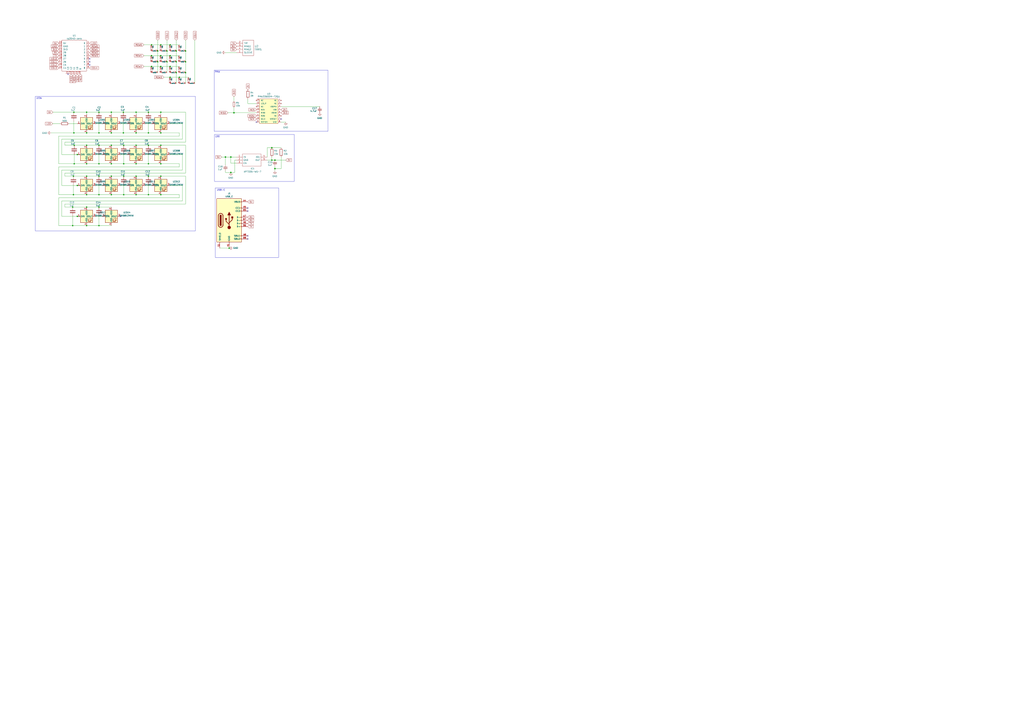
<source format=kicad_sch>
(kicad_sch (version 20230121) (generator eeschema)

  (uuid bcf08c00-9729-48c6-a1d1-fd61a92f814c)

  (paper "A1")

  (title_block
    (title "BR/KN Left")
    (date "2024-04-16")
    (rev "1.0")
    (comment 1 "sepultor @ discord")
    (comment 2 "miketronic @ github")
  )

  (lib_symbols
    (symbol "AP7331-WG-7:AP7331-WG-7" (pin_names (offset 0.762)) (in_bom yes) (on_board yes)
      (property "Reference" "IC" (at 21.59 7.62 0)
        (effects (font (size 1.27 1.27)) (justify left))
      )
      (property "Value" "AP7331-WG-7" (at 21.59 5.08 0)
        (effects (font (size 1.27 1.27)) (justify left))
      )
      (property "Footprint" "SOT95P285X145-5N" (at 21.59 2.54 0)
        (effects (font (size 1.27 1.27)) (justify left) hide)
      )
      (property "Datasheet" "http://uk.rs-online.com/web/p/products/7513083" (at 21.59 0 0)
        (effects (font (size 1.27 1.27)) (justify left) hide)
      )
      (property "Description" "LDO Voltage Regulators LDO SOT-25 ADJUSTABLE 300MA" (at 21.59 -2.54 0)
        (effects (font (size 1.27 1.27)) (justify left) hide)
      )
      (property "Height" "1.45" (at 21.59 -5.08 0)
        (effects (font (size 1.27 1.27)) (justify left) hide)
      )
      (property "Manufacturer_Name" "Diodes Inc." (at 21.59 -7.62 0)
        (effects (font (size 1.27 1.27)) (justify left) hide)
      )
      (property "Manufacturer_Part_Number" "AP7331-WG-7" (at 21.59 -10.16 0)
        (effects (font (size 1.27 1.27)) (justify left) hide)
      )
      (property "Mouser Part Number" "621-AP7331-WG-7" (at 21.59 -12.7 0)
        (effects (font (size 1.27 1.27)) (justify left) hide)
      )
      (property "Mouser Price/Stock" "https://www.mouser.co.uk/ProductDetail/Diodes-Incorporated/AP7331-WG-7?qs=vIZ3oKQCLxr9PiNSCoXN%2FQ%3D%3D" (at 21.59 -15.24 0)
        (effects (font (size 1.27 1.27)) (justify left) hide)
      )
      (property "Arrow Part Number" "AP7331-WG-7" (at 21.59 -17.78 0)
        (effects (font (size 1.27 1.27)) (justify left) hide)
      )
      (property "Arrow Price/Stock" "https://www.arrow.com/en/products/ap7331-wg-7/diodes-incorporated?region=nac" (at 21.59 -20.32 0)
        (effects (font (size 1.27 1.27)) (justify left) hide)
      )
      (symbol "AP7331-WG-7_0_0"
        (pin passive line (at 0 0 0) (length 5.08)
          (name "IN" (effects (font (size 1.27 1.27))))
          (number "1" (effects (font (size 1.27 1.27))))
        )
        (pin passive line (at 0 -2.54 0) (length 5.08)
          (name "GND" (effects (font (size 1.27 1.27))))
          (number "2" (effects (font (size 1.27 1.27))))
        )
        (pin passive line (at 0 -5.08 0) (length 5.08)
          (name "EN" (effects (font (size 1.27 1.27))))
          (number "3" (effects (font (size 1.27 1.27))))
        )
        (pin passive line (at 25.4 0 180) (length 5.08)
          (name "ADJ" (effects (font (size 1.27 1.27))))
          (number "4" (effects (font (size 1.27 1.27))))
        )
        (pin passive line (at 25.4 -2.54 180) (length 5.08)
          (name "OUT" (effects (font (size 1.27 1.27))))
          (number "5" (effects (font (size 1.27 1.27))))
        )
      )
      (symbol "AP7331-WG-7_0_1"
        (polyline
          (pts
            (xy 5.08 2.54)
            (xy 20.32 2.54)
            (xy 20.32 -7.62)
            (xy 5.08 -7.62)
            (xy 5.08 2.54)
          )
          (stroke (width 0.1524) (type default))
          (fill (type none))
        )
      )
    )
    (symbol "Connector:USB_C_Receptacle_USB2.0" (pin_names (offset 1.016)) (in_bom yes) (on_board yes)
      (property "Reference" "J" (at -10.16 19.05 0)
        (effects (font (size 1.27 1.27)) (justify left))
      )
      (property "Value" "USB_C_Receptacle_USB2.0" (at 19.05 19.05 0)
        (effects (font (size 1.27 1.27)) (justify right))
      )
      (property "Footprint" "" (at 3.81 0 0)
        (effects (font (size 1.27 1.27)) hide)
      )
      (property "Datasheet" "https://www.usb.org/sites/default/files/documents/usb_type-c.zip" (at 3.81 0 0)
        (effects (font (size 1.27 1.27)) hide)
      )
      (property "ki_keywords" "usb universal serial bus type-C USB2.0" (at 0 0 0)
        (effects (font (size 1.27 1.27)) hide)
      )
      (property "ki_description" "USB 2.0-only Type-C Receptacle connector" (at 0 0 0)
        (effects (font (size 1.27 1.27)) hide)
      )
      (property "ki_fp_filters" "USB*C*Receptacle*" (at 0 0 0)
        (effects (font (size 1.27 1.27)) hide)
      )
      (symbol "USB_C_Receptacle_USB2.0_0_0"
        (rectangle (start -0.254 -17.78) (end 0.254 -16.764)
          (stroke (width 0) (type default))
          (fill (type none))
        )
        (rectangle (start 10.16 -14.986) (end 9.144 -15.494)
          (stroke (width 0) (type default))
          (fill (type none))
        )
        (rectangle (start 10.16 -12.446) (end 9.144 -12.954)
          (stroke (width 0) (type default))
          (fill (type none))
        )
        (rectangle (start 10.16 -4.826) (end 9.144 -5.334)
          (stroke (width 0) (type default))
          (fill (type none))
        )
        (rectangle (start 10.16 -2.286) (end 9.144 -2.794)
          (stroke (width 0) (type default))
          (fill (type none))
        )
        (rectangle (start 10.16 0.254) (end 9.144 -0.254)
          (stroke (width 0) (type default))
          (fill (type none))
        )
        (rectangle (start 10.16 2.794) (end 9.144 2.286)
          (stroke (width 0) (type default))
          (fill (type none))
        )
        (rectangle (start 10.16 7.874) (end 9.144 7.366)
          (stroke (width 0) (type default))
          (fill (type none))
        )
        (rectangle (start 10.16 10.414) (end 9.144 9.906)
          (stroke (width 0) (type default))
          (fill (type none))
        )
        (rectangle (start 10.16 15.494) (end 9.144 14.986)
          (stroke (width 0) (type default))
          (fill (type none))
        )
      )
      (symbol "USB_C_Receptacle_USB2.0_0_1"
        (rectangle (start -10.16 17.78) (end 10.16 -17.78)
          (stroke (width 0.254) (type default))
          (fill (type background))
        )
        (arc (start -8.89 -3.81) (mid -6.985 -5.7067) (end -5.08 -3.81)
          (stroke (width 0.508) (type default))
          (fill (type none))
        )
        (arc (start -7.62 -3.81) (mid -6.985 -4.4423) (end -6.35 -3.81)
          (stroke (width 0.254) (type default))
          (fill (type none))
        )
        (arc (start -7.62 -3.81) (mid -6.985 -4.4423) (end -6.35 -3.81)
          (stroke (width 0.254) (type default))
          (fill (type outline))
        )
        (rectangle (start -7.62 -3.81) (end -6.35 3.81)
          (stroke (width 0.254) (type default))
          (fill (type outline))
        )
        (arc (start -6.35 3.81) (mid -6.985 4.4423) (end -7.62 3.81)
          (stroke (width 0.254) (type default))
          (fill (type none))
        )
        (arc (start -6.35 3.81) (mid -6.985 4.4423) (end -7.62 3.81)
          (stroke (width 0.254) (type default))
          (fill (type outline))
        )
        (arc (start -5.08 3.81) (mid -6.985 5.7067) (end -8.89 3.81)
          (stroke (width 0.508) (type default))
          (fill (type none))
        )
        (circle (center -2.54 1.143) (radius 0.635)
          (stroke (width 0.254) (type default))
          (fill (type outline))
        )
        (circle (center 0 -5.842) (radius 1.27)
          (stroke (width 0) (type default))
          (fill (type outline))
        )
        (polyline
          (pts
            (xy -8.89 -3.81)
            (xy -8.89 3.81)
          )
          (stroke (width 0.508) (type default))
          (fill (type none))
        )
        (polyline
          (pts
            (xy -5.08 3.81)
            (xy -5.08 -3.81)
          )
          (stroke (width 0.508) (type default))
          (fill (type none))
        )
        (polyline
          (pts
            (xy 0 -5.842)
            (xy 0 4.318)
          )
          (stroke (width 0.508) (type default))
          (fill (type none))
        )
        (polyline
          (pts
            (xy 0 -3.302)
            (xy -2.54 -0.762)
            (xy -2.54 0.508)
          )
          (stroke (width 0.508) (type default))
          (fill (type none))
        )
        (polyline
          (pts
            (xy 0 -2.032)
            (xy 2.54 0.508)
            (xy 2.54 1.778)
          )
          (stroke (width 0.508) (type default))
          (fill (type none))
        )
        (polyline
          (pts
            (xy -1.27 4.318)
            (xy 0 6.858)
            (xy 1.27 4.318)
            (xy -1.27 4.318)
          )
          (stroke (width 0.254) (type default))
          (fill (type outline))
        )
        (rectangle (start 1.905 1.778) (end 3.175 3.048)
          (stroke (width 0.254) (type default))
          (fill (type outline))
        )
      )
      (symbol "USB_C_Receptacle_USB2.0_1_1"
        (pin passive line (at 0 -22.86 90) (length 5.08)
          (name "GND" (effects (font (size 1.27 1.27))))
          (number "A1" (effects (font (size 1.27 1.27))))
        )
        (pin passive line (at 0 -22.86 90) (length 5.08) hide
          (name "GND" (effects (font (size 1.27 1.27))))
          (number "A12" (effects (font (size 1.27 1.27))))
        )
        (pin passive line (at 15.24 15.24 180) (length 5.08)
          (name "VBUS" (effects (font (size 1.27 1.27))))
          (number "A4" (effects (font (size 1.27 1.27))))
        )
        (pin bidirectional line (at 15.24 10.16 180) (length 5.08)
          (name "CC1" (effects (font (size 1.27 1.27))))
          (number "A5" (effects (font (size 1.27 1.27))))
        )
        (pin bidirectional line (at 15.24 -2.54 180) (length 5.08)
          (name "D+" (effects (font (size 1.27 1.27))))
          (number "A6" (effects (font (size 1.27 1.27))))
        )
        (pin bidirectional line (at 15.24 2.54 180) (length 5.08)
          (name "D-" (effects (font (size 1.27 1.27))))
          (number "A7" (effects (font (size 1.27 1.27))))
        )
        (pin bidirectional line (at 15.24 -12.7 180) (length 5.08)
          (name "SBU1" (effects (font (size 1.27 1.27))))
          (number "A8" (effects (font (size 1.27 1.27))))
        )
        (pin passive line (at 15.24 15.24 180) (length 5.08) hide
          (name "VBUS" (effects (font (size 1.27 1.27))))
          (number "A9" (effects (font (size 1.27 1.27))))
        )
        (pin passive line (at 0 -22.86 90) (length 5.08) hide
          (name "GND" (effects (font (size 1.27 1.27))))
          (number "B1" (effects (font (size 1.27 1.27))))
        )
        (pin passive line (at 0 -22.86 90) (length 5.08) hide
          (name "GND" (effects (font (size 1.27 1.27))))
          (number "B12" (effects (font (size 1.27 1.27))))
        )
        (pin passive line (at 15.24 15.24 180) (length 5.08) hide
          (name "VBUS" (effects (font (size 1.27 1.27))))
          (number "B4" (effects (font (size 1.27 1.27))))
        )
        (pin bidirectional line (at 15.24 7.62 180) (length 5.08)
          (name "CC2" (effects (font (size 1.27 1.27))))
          (number "B5" (effects (font (size 1.27 1.27))))
        )
        (pin bidirectional line (at 15.24 -5.08 180) (length 5.08)
          (name "D+" (effects (font (size 1.27 1.27))))
          (number "B6" (effects (font (size 1.27 1.27))))
        )
        (pin bidirectional line (at 15.24 0 180) (length 5.08)
          (name "D-" (effects (font (size 1.27 1.27))))
          (number "B7" (effects (font (size 1.27 1.27))))
        )
        (pin bidirectional line (at 15.24 -15.24 180) (length 5.08)
          (name "SBU2" (effects (font (size 1.27 1.27))))
          (number "B8" (effects (font (size 1.27 1.27))))
        )
        (pin passive line (at 15.24 15.24 180) (length 5.08) hide
          (name "VBUS" (effects (font (size 1.27 1.27))))
          (number "B9" (effects (font (size 1.27 1.27))))
        )
        (pin passive line (at -7.62 -22.86 90) (length 5.08)
          (name "SHIELD" (effects (font (size 1.27 1.27))))
          (number "S1" (effects (font (size 1.27 1.27))))
        )
      )
    )
    (symbol "Device:C_Small" (pin_numbers hide) (pin_names (offset 0.254) hide) (in_bom yes) (on_board yes)
      (property "Reference" "C" (at 0.254 1.778 0)
        (effects (font (size 1.27 1.27)) (justify left))
      )
      (property "Value" "C_Small" (at 0.254 -2.032 0)
        (effects (font (size 1.27 1.27)) (justify left))
      )
      (property "Footprint" "" (at 0 0 0)
        (effects (font (size 1.27 1.27)) hide)
      )
      (property "Datasheet" "~" (at 0 0 0)
        (effects (font (size 1.27 1.27)) hide)
      )
      (property "ki_keywords" "capacitor cap" (at 0 0 0)
        (effects (font (size 1.27 1.27)) hide)
      )
      (property "ki_description" "Unpolarized capacitor, small symbol" (at 0 0 0)
        (effects (font (size 1.27 1.27)) hide)
      )
      (property "ki_fp_filters" "C_*" (at 0 0 0)
        (effects (font (size 1.27 1.27)) hide)
      )
      (symbol "C_Small_0_1"
        (polyline
          (pts
            (xy -1.524 -0.508)
            (xy 1.524 -0.508)
          )
          (stroke (width 0.3302) (type default))
          (fill (type none))
        )
        (polyline
          (pts
            (xy -1.524 0.508)
            (xy 1.524 0.508)
          )
          (stroke (width 0.3048) (type default))
          (fill (type none))
        )
      )
      (symbol "C_Small_1_1"
        (pin passive line (at 0 2.54 270) (length 2.032)
          (name "~" (effects (font (size 1.27 1.27))))
          (number "1" (effects (font (size 1.27 1.27))))
        )
        (pin passive line (at 0 -2.54 90) (length 2.032)
          (name "~" (effects (font (size 1.27 1.27))))
          (number "2" (effects (font (size 1.27 1.27))))
        )
      )
    )
    (symbol "Device:R" (pin_numbers hide) (pin_names (offset 0)) (in_bom yes) (on_board yes)
      (property "Reference" "R" (at 2.032 0 90)
        (effects (font (size 1.27 1.27)))
      )
      (property "Value" "R" (at 0 0 90)
        (effects (font (size 1.27 1.27)))
      )
      (property "Footprint" "" (at -1.778 0 90)
        (effects (font (size 1.27 1.27)) hide)
      )
      (property "Datasheet" "~" (at 0 0 0)
        (effects (font (size 1.27 1.27)) hide)
      )
      (property "ki_keywords" "R res resistor" (at 0 0 0)
        (effects (font (size 1.27 1.27)) hide)
      )
      (property "ki_description" "Resistor" (at 0 0 0)
        (effects (font (size 1.27 1.27)) hide)
      )
      (property "ki_fp_filters" "R_*" (at 0 0 0)
        (effects (font (size 1.27 1.27)) hide)
      )
      (symbol "R_0_1"
        (rectangle (start -1.016 -2.54) (end 1.016 2.54)
          (stroke (width 0.254) (type default))
          (fill (type none))
        )
      )
      (symbol "R_1_1"
        (pin passive line (at 0 3.81 270) (length 1.27)
          (name "~" (effects (font (size 1.27 1.27))))
          (number "1" (effects (font (size 1.27 1.27))))
        )
        (pin passive line (at 0 -3.81 90) (length 1.27)
          (name "~" (effects (font (size 1.27 1.27))))
          (number "2" (effects (font (size 1.27 1.27))))
        )
      )
    )
    (symbol "Device:R_Small" (pin_numbers hide) (pin_names (offset 0.254) hide) (in_bom yes) (on_board yes)
      (property "Reference" "R" (at 0.762 0.508 0)
        (effects (font (size 1.27 1.27)) (justify left))
      )
      (property "Value" "R_Small" (at 0.762 -1.016 0)
        (effects (font (size 1.27 1.27)) (justify left))
      )
      (property "Footprint" "" (at 0 0 0)
        (effects (font (size 1.27 1.27)) hide)
      )
      (property "Datasheet" "~" (at 0 0 0)
        (effects (font (size 1.27 1.27)) hide)
      )
      (property "ki_keywords" "R resistor" (at 0 0 0)
        (effects (font (size 1.27 1.27)) hide)
      )
      (property "ki_description" "Resistor, small symbol" (at 0 0 0)
        (effects (font (size 1.27 1.27)) hide)
      )
      (property "ki_fp_filters" "R_*" (at 0 0 0)
        (effects (font (size 1.27 1.27)) hide)
      )
      (symbol "R_Small_0_1"
        (rectangle (start -0.762 1.778) (end 0.762 -1.778)
          (stroke (width 0.2032) (type default))
          (fill (type none))
        )
      )
      (symbol "R_Small_1_1"
        (pin passive line (at 0 2.54 270) (length 0.762)
          (name "~" (effects (font (size 1.27 1.27))))
          (number "1" (effects (font (size 1.27 1.27))))
        )
        (pin passive line (at 0 -2.54 90) (length 0.762)
          (name "~" (effects (font (size 1.27 1.27))))
          (number "2" (effects (font (size 1.27 1.27))))
        )
      )
    )
    (symbol "MKBR_SYM:SK6812MINI" (pin_names (offset 0.254)) (in_bom yes) (on_board yes)
      (property "Reference" "LED" (at 5.08 5.715 0)
        (effects (font (size 1.27 1.27)) (justify right bottom))
      )
      (property "Value" "SK6812MINI" (at 1.27 -5.715 0)
        (effects (font (size 1.27 1.27)) (justify left top))
      )
      (property "Footprint" "LED_SMD:LED_SK6812MINI_PLCC4_3.5x3.5mm_P1.75mm" (at 1.27 -7.62 0)
        (effects (font (size 1.27 1.27)) (justify left top) hide)
      )
      (property "Datasheet" "https://cdn-shop.adafruit.com/product-files/2686/SK6812MINI_REV.01-1-2.pdf" (at 2.54 -9.525 0)
        (effects (font (size 1.27 1.27)) (justify left top) hide)
      )
      (property "ki_keywords" "RGB LED NeoPixel Mini addressable" (at 0 0 0)
        (effects (font (size 1.27 1.27)) hide)
      )
      (property "ki_description" "RGB LED with integrated controller" (at 0 0 0)
        (effects (font (size 1.27 1.27)) hide)
      )
      (property "ki_fp_filters" "LED*SK6812MINI*PLCC*3.5x3.5mm*P1.75mm*" (at 0 0 0)
        (effects (font (size 1.27 1.27)) hide)
      )
      (symbol "SK6812MINI_0_0"
        (text "RGB" (at 2.286 -4.191 0)
          (effects (font (size 0.762 0.762)))
        )
      )
      (symbol "SK6812MINI_0_1"
        (polyline
          (pts
            (xy 1.27 -3.556)
            (xy 1.778 -3.556)
          )
          (stroke (width 0) (type default))
          (fill (type none))
        )
        (polyline
          (pts
            (xy 1.27 -2.54)
            (xy 1.778 -2.54)
          )
          (stroke (width 0) (type default))
          (fill (type none))
        )
        (polyline
          (pts
            (xy 4.699 -3.556)
            (xy 2.667 -3.556)
          )
          (stroke (width 0) (type default))
          (fill (type none))
        )
        (polyline
          (pts
            (xy 2.286 -2.54)
            (xy 1.27 -3.556)
            (xy 1.27 -3.048)
          )
          (stroke (width 0) (type default))
          (fill (type none))
        )
        (polyline
          (pts
            (xy 2.286 -1.524)
            (xy 1.27 -2.54)
            (xy 1.27 -2.032)
          )
          (stroke (width 0) (type default))
          (fill (type none))
        )
        (polyline
          (pts
            (xy 3.683 -1.016)
            (xy 3.683 -3.556)
            (xy 3.683 -4.064)
          )
          (stroke (width 0) (type default))
          (fill (type none))
        )
        (polyline
          (pts
            (xy 4.699 -1.524)
            (xy 2.667 -1.524)
            (xy 3.683 -3.556)
            (xy 4.699 -1.524)
          )
          (stroke (width 0) (type default))
          (fill (type none))
        )
        (rectangle (start 5.08 5.08) (end -5.08 -5.08)
          (stroke (width 0.254) (type default))
          (fill (type background))
        )
      )
      (symbol "SK6812MINI_1_1"
        (pin input line (at -7.62 0 0) (length 2.54)
          (name "DIN" (effects (font (size 1.27 1.27))))
          (number "1" (effects (font (size 1.27 1.27))))
        )
        (pin power_in line (at 0 7.62 270) (length 2.54)
          (name "VDD" (effects (font (size 1.27 1.27))))
          (number "2" (effects (font (size 1.27 1.27))))
        )
        (pin output line (at 7.62 0 180) (length 2.54)
          (name "DOUT" (effects (font (size 1.27 1.27))))
          (number "3" (effects (font (size 1.27 1.27))))
        )
        (pin passive line (at 0 -7.62 90) (length 2.54)
          (name "VSS" (effects (font (size 1.27 1.27))))
          (number "4" (effects (font (size 1.27 1.27))))
        )
      )
    )
    (symbol "PCM_Capacitor_US_AKL:C_0603" (pin_numbers hide) (pin_names (offset 0.254)) (in_bom yes) (on_board yes)
      (property "Reference" "C" (at 0.635 2.54 0)
        (effects (font (size 1.27 1.27)) (justify left))
      )
      (property "Value" "C_0603" (at 0.635 -2.54 0)
        (effects (font (size 1.27 1.27)) (justify left))
      )
      (property "Footprint" "Capacitor_SMD_AKL:C_0603_1608Metric" (at 0.9652 -3.81 0)
        (effects (font (size 1.27 1.27)) hide)
      )
      (property "Datasheet" "~" (at 0 0 0)
        (effects (font (size 1.27 1.27)) hide)
      )
      (property "ki_keywords" "cap capacitor ceramic chip mlcc smd 0603" (at 0 0 0)
        (effects (font (size 1.27 1.27)) hide)
      )
      (property "ki_description" "SMD 0603 MLCC capacitor, Alternate KiCad Library" (at 0 0 0)
        (effects (font (size 1.27 1.27)) hide)
      )
      (property "ki_fp_filters" "C_*" (at 0 0 0)
        (effects (font (size 1.27 1.27)) hide)
      )
      (symbol "C_0603_0_1"
        (polyline
          (pts
            (xy -2.032 -0.762)
            (xy 2.032 -0.762)
          )
          (stroke (width 0.508) (type default))
          (fill (type none))
        )
        (polyline
          (pts
            (xy -2.032 0.762)
            (xy 2.032 0.762)
          )
          (stroke (width 0.508) (type default))
          (fill (type none))
        )
      )
      (symbol "C_0603_1_1"
        (pin passive line (at 0 3.81 270) (length 2.794)
          (name "~" (effects (font (size 1.27 1.27))))
          (number "1" (effects (font (size 1.27 1.27))))
        )
        (pin passive line (at 0 -3.81 90) (length 2.794)
          (name "~" (effects (font (size 1.27 1.27))))
          (number "2" (effects (font (size 1.27 1.27))))
        )
      )
    )
    (symbol "PCM_Resistor_AKL:R_0603" (pin_numbers hide) (pin_names (offset 0)) (in_bom yes) (on_board yes)
      (property "Reference" "R" (at 2.54 1.27 0)
        (effects (font (size 1.27 1.27)) (justify left))
      )
      (property "Value" "R_0603" (at 2.54 -1.27 0)
        (effects (font (size 1.27 1.27)) (justify left))
      )
      (property "Footprint" "Resistor_SMD_AKL:R_0603_1608Metric" (at 0 -11.43 0)
        (effects (font (size 1.27 1.27)) hide)
      )
      (property "Datasheet" "~" (at 0 0 0)
        (effects (font (size 1.27 1.27)) hide)
      )
      (property "ki_keywords" "R res resistor eu SMD 0603" (at 0 0 0)
        (effects (font (size 1.27 1.27)) hide)
      )
      (property "ki_description" "SMD 0603 Chip Resistor, European Symbol, Alternate KiCad Library" (at 0 0 0)
        (effects (font (size 1.27 1.27)) hide)
      )
      (property "ki_fp_filters" "R_*" (at 0 0 0)
        (effects (font (size 1.27 1.27)) hide)
      )
      (symbol "R_0603_0_1"
        (rectangle (start -1.016 -2.54) (end 1.016 2.54)
          (stroke (width 0.254) (type default))
          (fill (type none))
        )
      )
      (symbol "R_0603_1_1"
        (pin passive line (at 0 3.81 270) (length 1.27)
          (name "~" (effects (font (size 1.27 1.27))))
          (number "1" (effects (font (size 1.27 1.27))))
        )
        (pin passive line (at 0 -3.81 90) (length 1.27)
          (name "~" (effects (font (size 1.27 1.27))))
          (number "2" (effects (font (size 1.27 1.27))))
        )
      )
    )
    (symbol "hazel:D" (in_bom yes) (on_board yes)
      (property "Reference" "D4" (at -1.27 0 0)
        (effects (font (size 0.64 0.64)) (justify left))
      )
      (property "Value" "D" (at -2.54 -1.27 90)
        (effects (font (size 0.63 0.63)) (justify left) hide)
      )
      (property "Footprint" "0-jasonhazel-footprints:D_SOD-123" (at 0 0 0)
        (effects (font (size 1.27 1.27)) hide)
      )
      (property "Datasheet" "" (at 0 0 0)
        (effects (font (size 1.27 1.27)) hide)
      )
      (symbol "D_0_1"
        (rectangle (start -1.27 0.635) (end 1.27 -0.635)
          (stroke (width 0) (type default))
          (fill (type none))
        )
        (polyline
          (pts
            (xy 0.96 0.64)
            (xy 0.96 -0.63)
          )
          (stroke (width 0) (type default))
          (fill (type none))
        )
        (polyline
          (pts
            (xy 0.32 0.64)
            (xy 0.32 -0.63)
            (xy 0.955 0.005)
            (xy 0.32 0.64)
            (xy 0.32 0.64)
          )
          (stroke (width 0) (type default))
          (fill (type none))
        )
      )
      (symbol "D_1_1"
        (pin input line (at 2.54 0 180) (length 1.27)
          (name "" (effects (font (size 0.5 0.5))))
          (number "1" (effects (font (size 0.5 0.5))))
        )
        (pin output line (at -2.54 0 0) (length 1.27)
          (name "" (effects (font (size 0.5 0.5))))
          (number "2" (effects (font (size 0.5 0.5))))
        )
      )
    )
    (symbol "hazel:SW" (in_bom yes) (on_board yes)
      (property "Reference" "SW" (at 0 -1.27 0)
        (effects (font (size 0.75 0.75)))
      )
      (property "Value" "SW" (at 0 2.54 0)
        (effects (font (size 0.75 0.75)))
      )
      (property "Footprint" "" (at 0 0 0)
        (effects (font (size 1.27 1.27)) hide)
      )
      (property "Datasheet" "" (at 0 0 0)
        (effects (font (size 1.27 1.27)) hide)
      )
      (symbol "SW_0_1"
        (polyline
          (pts
            (xy -1.27 0)
            (xy 1.27 1.27)
          )
          (stroke (width 0) (type default))
          (fill (type none))
        )
      )
      (symbol "SW_1_1"
        (pin bidirectional line (at -2.54 0 0) (length 1.27)
          (name "" (effects (font (size 0.5 0.5))))
          (number "1" (effects (font (size 0.5 0.5))))
        )
        (pin bidirectional line (at 2.54 0 180) (length 1.27)
          (name "" (effects (font (size 0.5 0.5))))
          (number "2" (effects (font (size 0.5 0.5))))
        )
      )
    )
    (symbol "keebio:TRRS" (pin_names (offset 1.016)) (in_bom yes) (on_board yes)
      (property "Reference" "U" (at 0 15.24 0)
        (effects (font (size 1.524 1.524)))
      )
      (property "Value" "TRRS" (at 0 -2.54 0)
        (effects (font (size 1.524 1.524)))
      )
      (property "Footprint" "" (at 3.81 0 0)
        (effects (font (size 1.524 1.524)) hide)
      )
      (property "Datasheet" "" (at 3.81 0 0)
        (effects (font (size 1.524 1.524)) hide)
      )
      (symbol "TRRS_0_1"
        (rectangle (start -3.81 0) (end -3.81 12.7)
          (stroke (width 0) (type default))
          (fill (type none))
        )
        (rectangle (start -3.81 12.7) (end 5.08 12.7)
          (stroke (width 0) (type default))
          (fill (type none))
        )
        (rectangle (start 5.08 0) (end -3.81 0)
          (stroke (width 0) (type default))
          (fill (type none))
        )
        (rectangle (start 5.08 12.7) (end 5.08 0)
          (stroke (width 0) (type default))
          (fill (type none))
        )
      )
      (symbol "TRRS_1_1"
        (pin input line (at -8.89 2.54 0) (length 5.08)
          (name "SLEEVE" (effects (font (size 1.27 1.27))))
          (number "1" (effects (font (size 1.27 1.27))))
        )
        (pin input line (at -8.89 10.16 0) (length 5.08)
          (name "TIP" (effects (font (size 1.27 1.27))))
          (number "2" (effects (font (size 1.27 1.27))))
        )
        (pin input line (at -8.89 7.62 0) (length 5.08)
          (name "RING1" (effects (font (size 1.27 1.27))))
          (number "3" (effects (font (size 1.27 1.27))))
        )
        (pin input line (at -8.89 5.08 0) (length 5.08)
          (name "RING2" (effects (font (size 1.27 1.27))))
          (number "4" (effects (font (size 1.27 1.27))))
        )
      )
    )
    (symbol "mcu:rp2040-zero" (pin_names (offset 1.016)) (in_bom yes) (on_board yes)
      (property "Reference" "U" (at 0 15.24 0)
        (effects (font (size 1.27 1.27)))
      )
      (property "Value" "rp2040-zero" (at 0 12.7 0)
        (effects (font (size 1.27 1.27)))
      )
      (property "Footprint" "" (at -8.89 5.08 0)
        (effects (font (size 1.27 1.27)) hide)
      )
      (property "Datasheet" "" (at -8.89 5.08 0)
        (effects (font (size 1.27 1.27)) hide)
      )
      (symbol "rp2040-zero_0_1"
        (rectangle (start -10.16 11.43) (end 10.16 -13.97)
          (stroke (width 0) (type default))
          (fill (type none))
        )
      )
      (symbol "rp2040-zero_1_1"
        (pin bidirectional line (at 12.7 8.89 180) (length 2.54)
          (name "0" (effects (font (size 1.27 1.27))))
          (number "1" (effects (font (size 1.27 1.27))))
        )
        (pin bidirectional line (at 5.08 -16.51 90) (length 2.54)
          (name "9" (effects (font (size 1.27 1.27))))
          (number "10" (effects (font (size 1.27 1.27))))
        )
        (pin bidirectional line (at 2.54 -16.51 90) (length 2.54)
          (name "10" (effects (font (size 1.27 1.27))))
          (number "11" (effects (font (size 1.27 1.27))))
        )
        (pin bidirectional line (at 0 -16.51 90) (length 2.54)
          (name "11" (effects (font (size 1.27 1.27))))
          (number "12" (effects (font (size 1.27 1.27))))
        )
        (pin bidirectional line (at -2.54 -16.51 90) (length 2.54)
          (name "12" (effects (font (size 1.27 1.27))))
          (number "13" (effects (font (size 1.27 1.27))))
        )
        (pin bidirectional line (at -5.08 -16.51 90) (length 2.54)
          (name "13" (effects (font (size 1.27 1.27))))
          (number "14" (effects (font (size 1.27 1.27))))
        )
        (pin bidirectional line (at -12.7 -11.43 0) (length 2.54)
          (name "14" (effects (font (size 1.27 1.27))))
          (number "15" (effects (font (size 1.27 1.27))))
        )
        (pin bidirectional line (at -12.7 -8.89 0) (length 2.54)
          (name "15" (effects (font (size 1.27 1.27))))
          (number "16" (effects (font (size 1.27 1.27))))
        )
        (pin bidirectional line (at -12.7 -6.35 0) (length 2.54)
          (name "26" (effects (font (size 1.27 1.27))))
          (number "17" (effects (font (size 1.27 1.27))))
        )
        (pin bidirectional line (at -12.7 -3.81 0) (length 2.54)
          (name "27" (effects (font (size 1.27 1.27))))
          (number "18" (effects (font (size 1.27 1.27))))
        )
        (pin bidirectional line (at -12.7 -1.27 0) (length 2.54)
          (name "28" (effects (font (size 1.27 1.27))))
          (number "19" (effects (font (size 1.27 1.27))))
        )
        (pin bidirectional line (at 12.7 6.35 180) (length 2.54)
          (name "1" (effects (font (size 1.27 1.27))))
          (number "2" (effects (font (size 1.27 1.27))))
        )
        (pin bidirectional line (at -12.7 1.27 0) (length 2.54)
          (name "29" (effects (font (size 1.27 1.27))))
          (number "20" (effects (font (size 1.27 1.27))))
        )
        (pin power_out line (at -12.7 3.81 0) (length 2.54)
          (name "3V3" (effects (font (size 1.27 1.27))))
          (number "21" (effects (font (size 1.27 1.27))))
        )
        (pin power_out line (at -12.7 6.35 0) (length 2.54)
          (name "GND" (effects (font (size 1.27 1.27))))
          (number "22" (effects (font (size 1.27 1.27))))
        )
        (pin power_out line (at -12.7 8.89 0) (length 2.54)
          (name "5V" (effects (font (size 1.27 1.27))))
          (number "23" (effects (font (size 1.27 1.27))))
        )
        (pin bidirectional line (at 12.7 3.81 180) (length 2.54)
          (name "2" (effects (font (size 1.27 1.27))))
          (number "3" (effects (font (size 1.27 1.27))))
        )
        (pin bidirectional line (at 12.7 1.27 180) (length 2.54)
          (name "3" (effects (font (size 1.27 1.27))))
          (number "4" (effects (font (size 1.27 1.27))))
        )
        (pin bidirectional line (at 12.7 -1.27 180) (length 2.54)
          (name "4" (effects (font (size 1.27 1.27))))
          (number "5" (effects (font (size 1.27 1.27))))
        )
        (pin bidirectional line (at 12.7 -3.81 180) (length 2.54)
          (name "5" (effects (font (size 1.27 1.27))))
          (number "6" (effects (font (size 1.27 1.27))))
        )
        (pin bidirectional line (at 12.7 -6.35 180) (length 2.54)
          (name "6" (effects (font (size 1.27 1.27))))
          (number "7" (effects (font (size 1.27 1.27))))
        )
        (pin bidirectional line (at 12.7 -8.89 180) (length 2.54)
          (name "7" (effects (font (size 1.27 1.27))))
          (number "8" (effects (font (size 1.27 1.27))))
        )
        (pin bidirectional line (at 12.7 -11.43 180) (length 2.54)
          (name "8" (effects (font (size 1.27 1.27))))
          (number "9" (effects (font (size 1.27 1.27))))
        )
      )
    )
    (symbol "power:GND" (power) (pin_names (offset 0)) (in_bom yes) (on_board yes)
      (property "Reference" "#PWR" (at 0 -6.35 0)
        (effects (font (size 1.27 1.27)) hide)
      )
      (property "Value" "GND" (at 0 -3.81 0)
        (effects (font (size 1.27 1.27)))
      )
      (property "Footprint" "" (at 0 0 0)
        (effects (font (size 1.27 1.27)) hide)
      )
      (property "Datasheet" "" (at 0 0 0)
        (effects (font (size 1.27 1.27)) hide)
      )
      (property "ki_keywords" "power-flag" (at 0 0 0)
        (effects (font (size 1.27 1.27)) hide)
      )
      (property "ki_description" "Power symbol creates a global label with name \"GND\" , ground" (at 0 0 0)
        (effects (font (size 1.27 1.27)) hide)
      )
      (symbol "GND_0_1"
        (polyline
          (pts
            (xy 0 0)
            (xy 0 -1.27)
            (xy 1.27 -1.27)
            (xy 0 -2.54)
            (xy -1.27 -1.27)
            (xy 0 -1.27)
          )
          (stroke (width 0) (type default))
          (fill (type none))
        )
      )
      (symbol "GND_1_1"
        (pin power_in line (at 0 0 270) (length 0) hide
          (name "GND" (effects (font (size 1.27 1.27))))
          (number "1" (effects (font (size 1.27 1.27))))
        )
      )
    )
    (symbol "sensor-rescue:PWM3360-pwm3360" (pin_names (offset 1.016)) (in_bom yes) (on_board yes)
      (property "Reference" "U4" (at 0 14.351 0)
        (effects (font (size 1.27 1.27)))
      )
      (property "Value" "PMW3360DM-T2QU" (at 0 12.0396 0)
        (effects (font (size 1.27 1.27)))
      )
      (property "Footprint" "local:DIP-16_W10.16mm" (at 0 13.97 0)
        (effects (font (size 1.27 1.27)) hide)
      )
      (property "Datasheet" "" (at 0 13.97 0)
        (effects (font (size 1.27 1.27)) hide)
      )
      (symbol "PWM3360-pwm3360_0_1"
        (rectangle (start -7.62 10.16) (end 7.62 -10.16)
          (stroke (width 0) (type default))
          (fill (type background))
        )
      )
      (symbol "PWM3360-pwm3360_1_1"
        (pin no_connect line (at -10.16 8.89 0) (length 2.54)
          (name "NC" (effects (font (size 0.9906 0.9906))))
          (number "1" (effects (font (size 0.9906 0.9906))))
        )
        (pin input line (at 10.16 -6.35 180) (length 2.54)
          (name "SCLK" (effects (font (size 0.9906 0.9906))))
          (number "10" (effects (font (size 0.9906 0.9906))))
        )
        (pin input line (at 10.16 -3.81 180) (length 2.54)
          (name "MOSI" (effects (font (size 0.9906 0.9906))))
          (number "11" (effects (font (size 0.9906 0.9906))))
        )
        (pin output line (at 10.16 -1.27 180) (length 2.54)
          (name "MISO" (effects (font (size 0.9906 0.9906))))
          (number "12" (effects (font (size 0.9906 0.9906))))
        )
        (pin input line (at 10.16 1.27 180) (length 2.54)
          (name "NCS" (effects (font (size 0.9906 0.9906))))
          (number "13" (effects (font (size 0.9906 0.9906))))
        )
        (pin no_connect line (at 10.16 3.81 180) (length 2.54)
          (name "NC" (effects (font (size 0.9906 0.9906))))
          (number "14" (effects (font (size 0.9906 0.9906))))
        )
        (pin input line (at 10.16 6.35 180) (length 2.54)
          (name "LED_P" (effects (font (size 0.9906 0.9906))))
          (number "15" (effects (font (size 0.9906 0.9906))))
        )
        (pin no_connect line (at 10.16 8.89 180) (length 2.54)
          (name "NC" (effects (font (size 0.9906 0.9906))))
          (number "16" (effects (font (size 0.9906 0.9906))))
        )
        (pin no_connect line (at -10.16 6.35 0) (length 2.54)
          (name "NC" (effects (font (size 0.9906 0.9906))))
          (number "2" (effects (font (size 0.9906 0.9906))))
        )
        (pin power_out line (at -10.16 3.81 0) (length 2.54)
          (name "VDDPIX" (effects (font (size 0.991 0.991))))
          (number "3" (effects (font (size 0.991 0.991))))
        )
        (pin power_in line (at -10.16 1.27 0) (length 2.54)
          (name "VDD" (effects (font (size 0.9906 0.9906))))
          (number "4" (effects (font (size 0.9906 0.9906))))
        )
        (pin power_in line (at -10.16 -1.27 0) (length 2.54)
          (name "VDDIO" (effects (font (size 0.9906 0.9906))))
          (number "5" (effects (font (size 0.9906 0.9906))))
        )
        (pin no_connect line (at -10.16 -3.81 0) (length 2.54)
          (name "NC" (effects (font (size 0.9906 0.9906))))
          (number "6" (effects (font (size 0.9906 0.9906))))
        )
        (pin input line (at -10.16 -6.35 0) (length 2.54)
          (name "NRESET" (effects (font (size 0.9906 0.9906))))
          (number "7" (effects (font (size 0.9906 0.9906))))
        )
        (pin power_in line (at -10.16 -8.89 0) (length 2.54)
          (name "GND" (effects (font (size 0.9906 0.9906))))
          (number "8" (effects (font (size 0.9906 0.9906))))
        )
        (pin output line (at 10.16 -8.89 180) (length 2.54)
          (name "MOTION" (effects (font (size 0.9906 0.9906))))
          (number "9" (effects (font (size 0.9906 0.9906))))
        )
      )
    )
  )

  (junction (at 111.76 92.202) (diameter 0) (color 0 0 0 0)
    (uuid 0135bc91-467f-4e2a-8549-ea1d37c46911)
  )
  (junction (at 71.12 185.42) (diameter 0) (color 0 0 0 0)
    (uuid 06220422-dece-4051-93b0-0698d90d533b)
  )
  (junction (at 132.08 54.61) (diameter 0) (color 0 0 0 0)
    (uuid 08cae3d9-6115-47ee-9849-ebcf4afbb844)
  )
  (junction (at 59.69 185.42) (diameter 0) (color 0 0 0 0)
    (uuid 0930ae32-f08c-483d-b58c-0234d5c505f7)
  )
  (junction (at 91.44 92.202) (diameter 0) (color 0 0 0 0)
    (uuid 0d801783-d2a9-45c0-89c7-5435206ce7e4)
  )
  (junction (at 81.28 119.38) (diameter 0) (color 0 0 0 0)
    (uuid 144ddf02-ec5a-4ee0-86c7-b39a9ff53a69)
  )
  (junction (at 132.08 160.02) (diameter 0) (color 0 0 0 0)
    (uuid 19fbc4da-4b49-4b92-94c7-20511a942893)
  )
  (junction (at 124.46 54.61) (diameter 0) (color 0 0 0 0)
    (uuid 1a387d51-9c14-46ae-a89f-9f5a2f68c660)
  )
  (junction (at 139.7 63.5) (diameter 0) (color 0 0 0 0)
    (uuid 1c789677-09d5-49ee-9ec7-89d17a60d816)
  )
  (junction (at 132.08 109.22) (diameter 0) (color 0 0 0 0)
    (uuid 2070b51a-d442-4c90-a403-e9d7f86ea299)
  )
  (junction (at 111.76 119.38) (diameter 0) (color 0 0 0 0)
    (uuid 26352595-8243-4a2e-864e-9fef148660d1)
  )
  (junction (at 81.28 109.22) (diameter 0) (color 0 0 0 0)
    (uuid 2649ec66-eb1e-4fcb-8b9b-93fd972f5401)
  )
  (junction (at 121.92 109.22) (diameter 0) (color 0 0 0 0)
    (uuid 288fc317-f52e-4090-9651-2c625bfc1b73)
  )
  (junction (at 111.76 160.02) (diameter 0) (color 0 0 0 0)
    (uuid 28cf4d7a-4834-4001-8bcb-180a9acfe659)
  )
  (junction (at 121.92 119.38) (diameter 0) (color 0 0 0 0)
    (uuid 2a278c13-bbca-49c0-818a-b33fb4be5d0f)
  )
  (junction (at 71.12 109.22) (diameter 0) (color 0 0 0 0)
    (uuid 2fc1efd8-6840-4f58-9870-56756713b8f4)
  )
  (junction (at 144.78 41.91) (diameter 0) (color 0 0 0 0)
    (uuid 36e09c37-6c8c-4729-9987-ab402d387a96)
  )
  (junction (at 124.46 45.72) (diameter 0) (color 0 0 0 0)
    (uuid 370c6d8f-edd4-4d7d-871b-48fc086d5799)
  )
  (junction (at 81.28 144.78) (diameter 0) (color 0 0 0 0)
    (uuid 3720477a-dd45-4b61-8f5c-e373cd6cb6d1)
  )
  (junction (at 91.44 144.78) (diameter 0) (color 0 0 0 0)
    (uuid 37b17f7f-1c33-401b-826c-03fcbaf738d9)
  )
  (junction (at 60.96 134.62) (diameter 0) (color 0 0 0 0)
    (uuid 3cb68e1a-f14d-4fd4-b201-84874a9915ca)
  )
  (junction (at 111.76 109.22) (diameter 0) (color 0 0 0 0)
    (uuid 426a9bac-180f-49d1-8c89-4029d8f53c27)
  )
  (junction (at 188.214 203.962) (diameter 0) (color 0 0 0 0)
    (uuid 44ba0673-a6d8-44d4-a4e7-1245aa3c19f7)
  )
  (junction (at 139.7 45.72) (diameter 0) (color 0 0 0 0)
    (uuid 45bf8be4-8427-4905-ad12-6244d088d62e)
  )
  (junction (at 121.92 144.78) (diameter 0) (color 0 0 0 0)
    (uuid 4825d586-d4ac-4128-8d48-8103caa9ea1b)
  )
  (junction (at 132.08 92.202) (diameter 0) (color 0 0 0 0)
    (uuid 4b2696f6-2c1a-4b23-8bef-0e83cd4de02e)
  )
  (junction (at 111.76 134.62) (diameter 0) (color 0 0 0 0)
    (uuid 4fc01433-8382-42d2-b13c-b61086d0e1ff)
  )
  (junction (at 71.12 160.02) (diameter 0) (color 0 0 0 0)
    (uuid 523d20fd-d159-43a0-b9f0-78f6bbafbc33)
  )
  (junction (at 132.08 134.62) (diameter 0) (color 0 0 0 0)
    (uuid 54e1065e-2139-4c47-b7df-0cc910dcda8f)
  )
  (junction (at 60.325 160.02) (diameter 0) (color 0 0 0 0)
    (uuid 5876a6c9-b83a-4858-9a03-24a91e65a3f6)
  )
  (junction (at 60.706 109.22) (diameter 0) (color 0 0 0 0)
    (uuid 5d590249-9b8e-4a60-8f57-08a93292f405)
  )
  (junction (at 137.16 50.8) (diameter 0) (color 0 0 0 0)
    (uuid 5f655466-f83a-4a9d-bd7c-9dec80e5a527)
  )
  (junction (at 60.325 144.78) (diameter 0) (color 0 0 0 0)
    (uuid 5f87bb81-65c9-4453-be3a-1106039f440d)
  )
  (junction (at 152.4 50.8) (diameter 0) (color 0 0 0 0)
    (uuid 5fb6a6ee-acd3-457e-9b53-d3a0f7266b9f)
  )
  (junction (at 121.92 160.02) (diameter 0) (color 0 0 0 0)
    (uuid 61450d67-bfb2-4ffa-97b8-f4c19cd6add3)
  )
  (junction (at 124.46 36.83) (diameter 0) (color 0 0 0 0)
    (uuid 624c9aa8-16d5-477d-8b5c-e8fcc79c1afe)
  )
  (junction (at 91.44 109.22) (diameter 0) (color 0 0 0 0)
    (uuid 6692c73e-a3f1-42b5-b752-7eab4b50e4be)
  )
  (junction (at 81.28 160.02) (diameter 0) (color 0 0 0 0)
    (uuid 706e4582-7630-4b45-928f-97e95339a34d)
  )
  (junction (at 63.5 127) (diameter 0) (color 0 0 0 0)
    (uuid 70c4ce48-5a4a-40ac-9bab-6d494b90946f)
  )
  (junction (at 139.7 36.83) (diameter 0) (color 0 0 0 0)
    (uuid 71e3f1f2-cc52-42d0-893d-a90b9ccf9b10)
  )
  (junction (at 189.611 141.732) (diameter 1.016) (color 0 0 0 0)
    (uuid 7279fd65-a359-4570-91b2-d27a1d926601)
  )
  (junction (at 71.12 92.202) (diameter 0) (color 0 0 0 0)
    (uuid 792f4c2d-e13d-496d-886f-af553acd1f3a)
  )
  (junction (at 101.346 92.202) (diameter 0) (color 0 0 0 0)
    (uuid 79da0be2-4616-4e69-b599-d30d4126da68)
  )
  (junction (at 71.12 144.78) (diameter 0) (color 0 0 0 0)
    (uuid 79f4cab1-3c26-49bd-ba08-d2d784cc0686)
  )
  (junction (at 225.806 131.572) (diameter 1.016) (color 0 0 0 0)
    (uuid 7aee65d2-bcce-455a-a8a0-711d8b7034f0)
  )
  (junction (at 121.92 92.202) (diameter 0) (color 0 0 0 0)
    (uuid 80491f1d-e5c6-468d-bec3-46a7958d9306)
  )
  (junction (at 60.706 92.202) (diameter 0) (color 0 0 0 0)
    (uuid 87b582ed-9249-48b5-8bcc-558b031bdfdf)
  )
  (junction (at 132.08 144.78) (diameter 0) (color 0 0 0 0)
    (uuid 89409482-dc76-4083-8bed-889ffa369f86)
  )
  (junction (at 225.806 138.557) (diameter 1.016) (color 0 0 0 0)
    (uuid 8a92cc06-b79d-40a9-8094-3684ce467f91)
  )
  (junction (at 223.266 121.412) (diameter 1.016) (color 0 0 0 0)
    (uuid 8b1bb84a-8ec2-4706-bdb7-3ec103247113)
  )
  (junction (at 129.54 50.8) (diameter 0) (color 0 0 0 0)
    (uuid 8c001b23-2b6a-4bd5-80ad-b752ee9fc317)
  )
  (junction (at 129.54 41.91) (diameter 0) (color 0 0 0 0)
    (uuid 97b08394-b8a4-4856-a99c-fee69086f2be)
  )
  (junction (at 111.76 144.78) (diameter 0) (color 0 0 0 0)
    (uuid 985f1440-e07f-4abd-a085-987148c61e95)
  )
  (junction (at 189.611 129.032) (diameter 1.016) (color 0 0 0 0)
    (uuid a0498f84-6573-4a43-853b-e8f86751da1d)
  )
  (junction (at 132.08 119.38) (diameter 0) (color 0 0 0 0)
    (uuid a3c98458-dc78-42ad-9d19-076d4816ccd0)
  )
  (junction (at 192.151 92.71) (diameter 1.016) (color 0 0 0 0)
    (uuid b1c62b6d-46b6-435a-af5d-6781b59f614e)
  )
  (junction (at 60.96 119.38) (diameter 0) (color 0 0 0 0)
    (uuid b355913e-27c2-4207-80e2-cd748363091f)
  )
  (junction (at 132.08 45.72) (diameter 0) (color 0 0 0 0)
    (uuid b4650072-1a6e-450c-b312-bdace5ab25ee)
  )
  (junction (at 81.28 170.18) (diameter 0) (color 0 0 0 0)
    (uuid b542177d-9a1d-4310-add0-85c87a1f5dc0)
  )
  (junction (at 71.12 119.38) (diameter 0) (color 0 0 0 0)
    (uuid b623b311-7e2c-4ca3-8a75-6abf16dcf07c)
  )
  (junction (at 101.6 134.62) (diameter 0) (color 0 0 0 0)
    (uuid b731e07b-431d-42b5-a476-65813d88fba9)
  )
  (junction (at 185.166 129.032) (diameter 1.016) (color 0 0 0 0)
    (uuid b86bf4aa-5146-4317-90ef-1a32f1938161)
  )
  (junction (at 71.12 134.62) (diameter 0) (color 0 0 0 0)
    (uuid b8af7eb7-8a35-464e-8bea-04fd06286df9)
  )
  (junction (at 101.6 144.78) (diameter 0) (color 0 0 0 0)
    (uuid bd0cb709-274b-471a-9eb8-beccebcf4b04)
  )
  (junction (at 101.6 119.38) (diameter 0) (color 0 0 0 0)
    (uuid c0754be8-e4ad-4128-b7f9-d331848a3db0)
  )
  (junction (at 91.44 160.02) (diameter 0) (color 0 0 0 0)
    (uuid c34d1abb-93ec-4e04-8f3b-63317deeb76d)
  )
  (junction (at 137.16 41.91) (diameter 0) (color 0 0 0 0)
    (uuid ca0896d2-6466-494c-83b4-40ce254c5984)
  )
  (junction (at 63.5 152.4) (diameter 0) (color 0 0 0 0)
    (uuid cda3721b-b242-4aef-85ed-371e1f76abfd)
  )
  (junction (at 63.5 177.8) (diameter 0) (color 0 0 0 0)
    (uuid d3c03545-1973-4633-acaa-0787a0c36eca)
  )
  (junction (at 81.28 134.62) (diameter 0) (color 0 0 0 0)
    (uuid d486c01a-8b88-4441-8a04-fc22241231d5)
  )
  (junction (at 144.78 59.69) (diameter 0) (color 0 0 0 0)
    (uuid d5f223b4-1223-4ddd-a5b3-59d472a5db90)
  )
  (junction (at 59.69 170.18) (diameter 0) (color 0 0 0 0)
    (uuid d73c2c11-df49-4c8d-adc3-0d0a92389773)
  )
  (junction (at 139.7 54.61) (diameter 0) (color 0 0 0 0)
    (uuid d81dccb8-c01a-4806-9386-1f79fe78f7fe)
  )
  (junction (at 91.44 119.38) (diameter 0) (color 0 0 0 0)
    (uuid d8fb5601-81c0-4669-ade5-a5247ccc1d45)
  )
  (junction (at 81.28 92.202) (diameter 0) (color 0 0 0 0)
    (uuid d8fc923a-4c8f-40c8-af5e-3d142797f44d)
  )
  (junction (at 71.12 170.18) (diameter 0) (color 0 0 0 0)
    (uuid d9056627-6579-42b4-8501-1bdd0bc7c902)
  )
  (junction (at 223.266 131.572) (diameter 0) (color 0 0 0 0)
    (uuid dd96447f-961a-4e06-951e-1127d891957a)
  )
  (junction (at 132.08 36.83) (diameter 0) (color 0 0 0 0)
    (uuid e3f35498-9c28-4824-ab6d-993ccc0274dc)
  )
  (junction (at 121.92 134.62) (diameter 0) (color 0 0 0 0)
    (uuid e59c0536-b131-4e96-b910-c0790ab1ed74)
  )
  (junction (at 144.78 50.8) (diameter 0) (color 0 0 0 0)
    (uuid eec6c381-99cb-4502-805c-cb48a8e79e18)
  )
  (junction (at 101.346 109.22) (diameter 0) (color 0 0 0 0)
    (uuid ef531b66-0fb5-46e7-8eb2-cbd8b6b35cae)
  )
  (junction (at 152.4 41.91) (diameter 0) (color 0 0 0 0)
    (uuid efddafec-153f-480f-9ac0-538c261f9e5a)
  )
  (junction (at 81.28 185.42) (diameter 0) (color 0 0 0 0)
    (uuid f3bc1dff-46e8-47b5-9fa8-ccf0baa06ff3)
  )
  (junction (at 91.44 134.62) (diameter 0) (color 0 0 0 0)
    (uuid f412bf03-e951-455d-9210-1362b8eb526a)
  )
  (junction (at 152.4 59.69) (diameter 0) (color 0 0 0 0)
    (uuid f6b6bdc2-5608-42a3-9b34-78fb1e9f05df)
  )
  (junction (at 147.32 63.5) (diameter 0) (color 0 0 0 0)
    (uuid f7a6c399-07db-4cf9-b008-c1d9077b920c)
  )
  (junction (at 101.6 160.02) (diameter 0) (color 0 0 0 0)
    (uuid f88a3da8-0aad-41ab-ad73-5f65a835a6ce)
  )

  (no_connect (at 203.454 170.942) (uuid 3f1591ce-95b6-4c85-8f4c-234b6f726fa2))
  (no_connect (at 203.454 173.482) (uuid 40461163-c646-4205-9650-be81361f78d2))
  (no_connect (at 73.66 48.26) (uuid 50603215-09d5-4223-9ce5-d7095be3d351))
  (no_connect (at 210.566 100.33) (uuid 5349d8b8-9c4f-4268-a46c-19fcbf33702d))
  (no_connect (at 203.454 193.802) (uuid 56a92ed8-81db-4c56-bd4c-002b661c77b7))
  (no_connect (at 73.66 53.34) (uuid 6551404d-258a-4888-9e6b-bc8a74c4dac3))
  (no_connect (at 230.886 97.79) (uuid 81a1ae4e-fcbc-410a-9c8c-1fbe9f57d28f))
  (no_connect (at 55.88 60.96) (uuid 9dc42853-9e5e-4c98-be24-dd711845610d))
  (no_connect (at 203.454 196.342) (uuid caba24e6-6107-475b-89c3-bf4db61a5e32))
  (no_connect (at 73.66 50.8) (uuid d9e19f1b-5f57-4981-bec8-7a0c5c1004d5))
  (no_connect (at 99.06 177.8) (uuid dda581ab-9ae6-4759-b532-56b4abcfa3dc))

  (wire (pts (xy 91.44 160.02) (xy 101.6 160.02))
    (stroke (width 0) (type default))
    (uuid 005efbcd-be20-4fc6-82f1-8a278f4710c3)
  )
  (wire (pts (xy 91.44 134.62) (xy 101.6 134.62))
    (stroke (width 0) (type default))
    (uuid 01a90185-3765-4ea3-8631-c8362432c87c)
  )
  (wire (pts (xy 81.28 177.8) (xy 81.28 185.42))
    (stroke (width 0) (type default))
    (uuid 039e5a2f-f280-4192-8751-9bbff25c8ee0)
  )
  (wire (pts (xy 147.32 63.5) (xy 154.94 63.5))
    (stroke (width 0) (type default))
    (uuid 05da9150-42ae-43b8-9563-409e20b36107)
  )
  (wire (pts (xy 81.28 109.22) (xy 91.44 109.22))
    (stroke (width 0) (type default))
    (uuid 06611d5f-7393-4d58-b954-6b00d9677b31)
  )
  (wire (pts (xy 71.12 92.202) (xy 81.28 92.202))
    (stroke (width 0) (type default))
    (uuid 07f35371-bc0b-472d-807b-ce8f856db0c3)
  )
  (wire (pts (xy 132.08 134.62) (xy 147.32 134.62))
    (stroke (width 0) (type default))
    (uuid 07fb3658-41b1-4439-88ae-d9d96f9e7e8c)
  )
  (wire (pts (xy 71.12 134.62) (xy 81.28 134.62))
    (stroke (width 0) (type default))
    (uuid 09612d1a-2ac2-4b5f-ab99-a0cda27627b8)
  )
  (wire (pts (xy 192.151 88.265) (xy 192.151 92.71))
    (stroke (width 0) (type solid))
    (uuid 096feb9f-f4d8-4ea7-b052-117d0178066c)
  )
  (wire (pts (xy 192.151 79.375) (xy 192.151 83.185))
    (stroke (width 0) (type solid))
    (uuid 0c1d956d-8eed-4603-a9d7-056687b2f165)
  )
  (wire (pts (xy 119.38 101.6) (xy 124.46 101.6))
    (stroke (width 0) (type default))
    (uuid 0d8bc8a6-864c-499d-89e6-2416b11daded)
  )
  (wire (pts (xy 78.74 101.6) (xy 83.82 101.6))
    (stroke (width 0) (type default))
    (uuid 0fe3cacd-7b3a-49fc-9a8b-5bf02cadbfa6)
  )
  (wire (pts (xy 192.151 92.71) (xy 210.566 92.71))
    (stroke (width 0) (type solid))
    (uuid 10f91df2-d220-458c-99af-853bf181fc72)
  )
  (wire (pts (xy 118.11 36.83) (xy 124.46 36.83))
    (stroke (width 0) (type default))
    (uuid 124cd22c-4bcb-48eb-890c-26bb3caa8529)
  )
  (wire (pts (xy 53.34 116.84) (xy 53.34 119.38))
    (stroke (width 0) (type default))
    (uuid 12aa97c0-5cef-42a0-95be-cd85c8890f89)
  )
  (wire (pts (xy 144.78 41.91) (xy 144.78 50.8))
    (stroke (width 0) (type default))
    (uuid 14389f58-0650-4943-89e1-a2d041e38b3c)
  )
  (wire (pts (xy 63.5 152.4) (xy 66.04 152.4))
    (stroke (width 0) (type default))
    (uuid 151ee829-5665-4e22-a04b-e176de01ec31)
  )
  (wire (pts (xy 149.86 165.1) (xy 50.8 165.1))
    (stroke (width 0) (type default))
    (uuid 15eb026a-6b91-4689-85fc-a16e603791aa)
  )
  (wire (pts (xy 50.8 152.4) (xy 63.5 152.4))
    (stroke (width 0) (type default))
    (uuid 17d9f5ae-7626-4812-b498-5d5bacfa6245)
  )
  (wire (pts (xy 101.6 160.02) (xy 111.76 160.02))
    (stroke (width 0) (type default))
    (uuid 18bfb416-ac95-4033-be72-644a1732df36)
  )
  (wire (pts (xy 101.346 99.822) (xy 101.346 109.22))
    (stroke (width 0) (type default))
    (uuid 1953148f-eb38-42bd-ae44-5990ee3a961d)
  )
  (wire (pts (xy 111.76 144.78) (xy 111.76 147.32))
    (stroke (width 0) (type default))
    (uuid 1a279971-f822-43e9-a139-6c2b36f69fa6)
  )
  (wire (pts (xy 43.18 101.6) (xy 49.276 101.6))
    (stroke (width 0) (type default))
    (uuid 1a678de4-fb32-4f44-be4a-312d87c74c05)
  )
  (wire (pts (xy 53.34 167.64) (xy 53.34 170.18))
    (stroke (width 0) (type default))
    (uuid 1ab29ee9-445d-433e-84c2-1e25661dea73)
  )
  (wire (pts (xy 71.12 170.18) (xy 81.28 170.18))
    (stroke (width 0) (type default))
    (uuid 1ab77ca9-800d-4ef7-9576-7e24c35c0a4f)
  )
  (wire (pts (xy 118.11 45.72) (xy 124.46 45.72))
    (stroke (width 0) (type default))
    (uuid 1b2912cc-6c8c-45d5-b077-d73f59561efe)
  )
  (wire (pts (xy 60.96 134.62) (xy 71.12 134.62))
    (stroke (width 0) (type default))
    (uuid 1cab82b8-7861-493c-a7a2-fb138d4e48f1)
  )
  (wire (pts (xy 219.456 121.412) (xy 219.456 129.032))
    (stroke (width 0) (type solid))
    (uuid 1d4107ff-b0eb-4770-9e33-1ad3f7013066)
  )
  (wire (pts (xy 59.69 185.42) (xy 71.12 185.42))
    (stroke (width 0) (type default))
    (uuid 1d7720a0-5b02-447e-bad1-4a69e7de35b1)
  )
  (wire (pts (xy 101.346 109.22) (xy 111.76 109.22))
    (stroke (width 0) (type default))
    (uuid 1f2c3e76-9e7b-4c05-90ae-cd48e026b8d9)
  )
  (wire (pts (xy 225.806 138.557) (xy 225.806 140.462))
    (stroke (width 0) (type solid))
    (uuid 1f69d988-00ff-4e4a-9a6b-0394e92655ab)
  )
  (wire (pts (xy 147.32 162.56) (xy 48.26 162.56))
    (stroke (width 0) (type default))
    (uuid 203d3990-6374-4748-b420-a71be395faf0)
  )
  (wire (pts (xy 230.886 138.557) (xy 225.806 138.557))
    (stroke (width 0) (type solid))
    (uuid 2385de9d-4bb3-4654-99b0-675f11b4cdd4)
  )
  (wire (pts (xy 147.32 134.62) (xy 147.32 137.16))
    (stroke (width 0) (type default))
    (uuid 2437f260-a4c7-4bfe-9d7b-6baab4aec0c7)
  )
  (wire (pts (xy 63.5 127) (xy 66.04 127))
    (stroke (width 0) (type default))
    (uuid 25d00e17-d466-4ad7-aa41-0ae59b810c8e)
  )
  (wire (pts (xy 230.886 87.63) (xy 262.636 87.63))
    (stroke (width 0) (type solid))
    (uuid 2610af58-bfe6-4707-b725-5528ff448a43)
  )
  (wire (pts (xy 139.7 101.6) (xy 149.86 101.6))
    (stroke (width 0) (type default))
    (uuid 26bc1d85-46f5-4583-809d-9d475d987011)
  )
  (wire (pts (xy 225.806 131.572) (xy 234.696 131.572))
    (stroke (width 0) (type solid))
    (uuid 279dc689-e762-489f-80e0-dedb2e97ce7f)
  )
  (wire (pts (xy 81.28 185.42) (xy 91.44 185.42))
    (stroke (width 0) (type default))
    (uuid 29470e38-eadf-4c96-8640-ef774fc82ae7)
  )
  (wire (pts (xy 185.166 43.18) (xy 194.31 43.18))
    (stroke (width 0) (type default))
    (uuid 2a1fae96-cb00-4827-8c31-d04093d65ecd)
  )
  (wire (pts (xy 71.12 185.42) (xy 81.28 185.42))
    (stroke (width 0) (type default))
    (uuid 2a478291-7c93-4d45-88b8-61ffd6fb0dda)
  )
  (wire (pts (xy 48.26 137.16) (xy 48.26 160.02))
    (stroke (width 0) (type default))
    (uuid 2c274a92-d2bf-4508-8585-a4ce04967482)
  )
  (wire (pts (xy 81.28 119.38) (xy 91.44 119.38))
    (stroke (width 0) (type default))
    (uuid 2c556edc-0e9b-42f7-9147-1b5f796bc4fa)
  )
  (wire (pts (xy 81.28 160.02) (xy 91.44 160.02))
    (stroke (width 0) (type default))
    (uuid 2fb4226f-3ef3-4f86-ad5f-9c6fdd29aab3)
  )
  (wire (pts (xy 185.166 129.032) (xy 189.611 129.032))
    (stroke (width 0) (type solid))
    (uuid 31d17d13-4a2b-4445-bb06-1ab72fc6dba8)
  )
  (wire (pts (xy 219.456 131.572) (xy 223.266 131.572))
    (stroke (width 0) (type solid))
    (uuid 32b75792-533a-4578-8352-0a6da22e7ad5)
  )
  (wire (pts (xy 111.76 144.78) (xy 121.92 144.78))
    (stroke (width 0) (type default))
    (uuid 333d3461-fd6e-40bf-8254-b4565c4302a9)
  )
  (wire (pts (xy 99.06 152.4) (xy 104.14 152.4))
    (stroke (width 0) (type default))
    (uuid 3363278a-fa8e-48ae-bfe9-209856944ff1)
  )
  (wire (pts (xy 139.7 54.61) (xy 147.32 54.61))
    (stroke (width 0) (type default))
    (uuid 35fb3b98-ac76-40cc-b28f-435a008b71af)
  )
  (wire (pts (xy 152.4 50.8) (xy 152.4 59.69))
    (stroke (width 0) (type default))
    (uuid 368cf350-6c88-4b32-b892-21fcbcf40817)
  )
  (wire (pts (xy 81.28 134.62) (xy 91.44 134.62))
    (stroke (width 0) (type default))
    (uuid 36a2b002-bdfe-4dba-8c07-6ef0611c7215)
  )
  (wire (pts (xy 60.325 160.02) (xy 71.12 160.02))
    (stroke (width 0) (type default))
    (uuid 36b4f777-04c0-4de6-b204-36e35327211b)
  )
  (wire (pts (xy 48.26 185.42) (xy 59.69 185.42))
    (stroke (width 0) (type default))
    (uuid 3a206f40-3ed4-422d-ac12-6276e04caa04)
  )
  (wire (pts (xy 48.26 160.02) (xy 60.325 160.02))
    (stroke (width 0) (type default))
    (uuid 3a4895bc-6fca-4975-b12b-430cbc92cc52)
  )
  (wire (pts (xy 223.266 129.032) (xy 223.266 131.572))
    (stroke (width 0) (type default))
    (uuid 3aa6596f-db8d-47e4-83f7-13bdccb79965)
  )
  (wire (pts (xy 121.92 109.22) (xy 132.08 109.22))
    (stroke (width 0) (type default))
    (uuid 3cae9758-13c4-4834-b1f2-5c96eebc353b)
  )
  (wire (pts (xy 225.806 136.652) (xy 225.806 138.557))
    (stroke (width 0) (type solid))
    (uuid 3ffea5bb-a678-4513-b21c-bd07ac3ae455)
  )
  (wire (pts (xy 203.581 85.09) (xy 203.581 81.28))
    (stroke (width 0) (type solid))
    (uuid 453ecd3a-8066-4410-859e-bf93e367991b)
  )
  (wire (pts (xy 111.76 92.202) (xy 121.92 92.202))
    (stroke (width 0) (type default))
    (uuid 4760a121-46cc-40fa-a0fa-50029d7be6e3)
  )
  (wire (pts (xy 132.08 119.38) (xy 152.4 119.38))
    (stroke (width 0) (type default))
    (uuid 47cb34b5-fa8c-447f-a624-ddbf2d262243)
  )
  (wire (pts (xy 152.4 144.78) (xy 152.4 167.64))
    (stroke (width 0) (type default))
    (uuid 47f43dce-0c8f-4113-9ed6-a413b2750743)
  )
  (wire (pts (xy 132.08 144.78) (xy 152.4 144.78))
    (stroke (width 0) (type default))
    (uuid 4a4b7aa1-67ac-48ac-a078-ddcf411c2cdf)
  )
  (wire (pts (xy 185.166 129.032) (xy 185.166 135.382))
    (stroke (width 0) (type solid))
    (uuid 4abdd272-04f1-4ccf-841f-95b99edd3c9c)
  )
  (wire (pts (xy 101.6 144.78) (xy 111.76 144.78))
    (stroke (width 0) (type default))
    (uuid 4afe4a2c-77da-49f5-9b5d-8270b421c67b)
  )
  (wire (pts (xy 149.86 152.4) (xy 149.86 165.1))
    (stroke (width 0) (type default))
    (uuid 4b205bed-a306-4ee0-8110-6b5f2723c64a)
  )
  (wire (pts (xy 223.266 131.572) (xy 225.806 131.572))
    (stroke (width 0) (type solid))
    (uuid 4b32d14c-4f15-4680-8dc4-df1717381b08)
  )
  (wire (pts (xy 101.6 119.38) (xy 111.76 119.38))
    (stroke (width 0) (type default))
    (uuid 4ba29434-b19b-481d-b16b-e3235d3bfe75)
  )
  (wire (pts (xy 152.4 142.24) (xy 53.34 142.24))
    (stroke (width 0) (type default))
    (uuid 4bb09421-92bb-49bf-952f-d713afca6414)
  )
  (wire (pts (xy 71.12 160.02) (xy 81.28 160.02))
    (stroke (width 0) (type default))
    (uuid 4c0d8065-d72d-4f29-8e80-7025ba9986a2)
  )
  (wire (pts (xy 152.4 119.38) (xy 152.4 142.24))
    (stroke (width 0) (type default))
    (uuid 4c3886da-73a3-4477-abaf-fa553fff3035)
  )
  (wire (pts (xy 132.08 45.72) (xy 139.7 45.72))
    (stroke (width 0) (type default))
    (uuid 4c6b2ad8-5a39-4211-bb6c-1b95f3015973)
  )
  (wire (pts (xy 78.74 152.4) (xy 83.82 152.4))
    (stroke (width 0) (type default))
    (uuid 4fdae117-587f-4fe7-9b2c-d23c6e33e1be)
  )
  (wire (pts (xy 194.056 131.572) (xy 192.786 131.572))
    (stroke (width 0) (type solid))
    (uuid 5009b59a-a1ec-4e75-afc0-df511f5d4b68)
  )
  (wire (pts (xy 121.92 134.62) (xy 132.08 134.62))
    (stroke (width 0) (type default))
    (uuid 508757af-3c5b-40e7-8fa5-41774792c460)
  )
  (wire (pts (xy 210.566 85.09) (xy 203.581 85.09))
    (stroke (width 0) (type solid))
    (uuid 509e4f5b-707d-47fc-8270-406b6d775537)
  )
  (wire (pts (xy 149.86 127) (xy 149.86 139.7))
    (stroke (width 0) (type default))
    (uuid 52c690e5-c724-45d9-8737-d1e31758090e)
  )
  (wire (pts (xy 181.991 129.032) (xy 185.166 129.032))
    (stroke (width 0) (type solid))
    (uuid 53d46cb4-2832-429d-8c98-4029313d8f95)
  )
  (wire (pts (xy 121.92 144.78) (xy 132.08 144.78))
    (stroke (width 0) (type default))
    (uuid 58197ec2-7460-4760-812f-5ed054abf714)
  )
  (wire (pts (xy 50.8 165.1) (xy 50.8 177.8))
    (stroke (width 0) (type default))
    (uuid 587d5e8c-bce1-4052-be32-770533937d34)
  )
  (wire (pts (xy 139.7 63.5) (xy 147.32 63.5))
    (stroke (width 0) (type default))
    (uuid 59414bdc-e13a-4440-a4c6-4a58cecfa9c8)
  )
  (wire (pts (xy 230.886 100.33) (xy 234.696 100.33))
    (stroke (width 0) (type solid))
    (uuid 595ef3c8-e084-42f5-9692-2550226b49a0)
  )
  (wire (pts (xy 101.346 92.202) (xy 111.76 92.202))
    (stroke (width 0) (type default))
    (uuid 5d5e8d8a-7f78-4957-a359-a74844804ec1)
  )
  (wire (pts (xy 132.08 92.202) (xy 152.4 92.202))
    (stroke (width 0) (type default))
    (uuid 5dd1c479-084c-47d0-b218-a09ba4801c1e)
  )
  (wire (pts (xy 132.08 109.22) (xy 147.32 109.22))
    (stroke (width 0) (type default))
    (uuid 5ef00b41-756c-436d-b32a-8e7cbd0fd31c)
  )
  (wire (pts (xy 121.92 152.4) (xy 121.92 160.02))
    (stroke (width 0) (type default))
    (uuid 6126b745-4e76-4113-a4c3-ce50101432a7)
  )
  (wire (pts (xy 119.38 152.4) (xy 124.46 152.4))
    (stroke (width 0) (type default))
    (uuid 61ae54a7-2893-446d-acba-76bbe346fa76)
  )
  (wire (pts (xy 111.76 160.02) (xy 121.92 160.02))
    (stroke (width 0) (type default))
    (uuid 622f5df2-011a-431a-938e-e359e7b42c65)
  )
  (wire (pts (xy 101.6 127) (xy 101.6 134.62))
    (stroke (width 0) (type default))
    (uuid 62d5f580-7c6f-428d-92c7-a441b60965d4)
  )
  (wire (pts (xy 144.78 33.02) (xy 144.78 41.91))
    (stroke (width 0) (type default))
    (uuid 63a026e6-3c8e-4944-b424-fd33139be0fb)
  )
  (wire (pts (xy 144.78 59.69) (xy 144.78 68.58))
    (stroke (width 0) (type default))
    (uuid 68e4aead-e4b0-4ac2-9b4c-785e3ed080ae)
  )
  (wire (pts (xy 132.08 36.83) (xy 139.7 36.83))
    (stroke (width 0) (type default))
    (uuid 6c7897c6-12af-4b6e-9b90-2d8507b954aa)
  )
  (wire (pts (xy 121.92 99.822) (xy 121.92 109.22))
    (stroke (width 0) (type default))
    (uuid 6cb6804d-1b92-4d4c-90f9-0355ba4c23d0)
  )
  (wire (pts (xy 71.12 119.38) (xy 81.28 119.38))
    (stroke (width 0) (type default))
    (uuid 6cbacd93-f2f2-4499-be13-13b9589fc3b7)
  )
  (wire (pts (xy 160.02 33.02) (xy 160.02 68.58))
    (stroke (width 0) (type default))
    (uuid 6daabab6-f3b1-40ea-ac36-9ad0ca96fab1)
  )
  (wire (pts (xy 192.786 141.732) (xy 189.611 141.732))
    (stroke (width 0) (type solid))
    (uuid 6f72064a-f586-4ba9-aa05-381102a2b653)
  )
  (wire (pts (xy 147.32 160.02) (xy 147.32 162.56))
    (stroke (width 0) (type default))
    (uuid 6f787a2e-7388-4c6d-a714-17548100cf6c)
  )
  (wire (pts (xy 81.28 92.202) (xy 91.44 92.202))
    (stroke (width 0) (type default))
    (uuid 6f7ac331-7f1e-4178-9965-b9583a8b2e87)
  )
  (wire (pts (xy 152.4 59.69) (xy 152.4 68.58))
    (stroke (width 0) (type default))
    (uuid 708caf7c-79e6-4961-934d-8c070b9daad4)
  )
  (wire (pts (xy 192.786 131.572) (xy 192.786 141.732))
    (stroke (width 0) (type solid))
    (uuid 7553394d-3e1f-4f84-89b7-a44c7770a777)
  )
  (wire (pts (xy 101.6 152.4) (xy 101.6 160.02))
    (stroke (width 0) (type default))
    (uuid 76e5d7b8-5ad7-443c-881c-2b091c50f1e9)
  )
  (wire (pts (xy 41.91 109.22) (xy 60.706 109.22))
    (stroke (width 0) (type default))
    (uuid 783fc830-26aa-4416-9818-235678e41073)
  )
  (wire (pts (xy 81.28 170.18) (xy 91.44 170.18))
    (stroke (width 0) (type default))
    (uuid 78a6ed67-c4bd-4cf0-a3f2-20d32d0b7b4d)
  )
  (wire (pts (xy 81.28 99.822) (xy 81.28 109.22))
    (stroke (width 0) (type default))
    (uuid 799db0e0-ffc5-46d0-8c47-cec783b026f3)
  )
  (wire (pts (xy 189.611 141.732) (xy 185.166 141.732))
    (stroke (width 0) (type solid))
    (uuid 7a7d48e4-4cd2-443e-9ce6-0f4b0871188d)
  )
  (wire (pts (xy 78.74 127) (xy 83.82 127))
    (stroke (width 0) (type default))
    (uuid 7a96015e-b654-442c-8333-347275b7630a)
  )
  (wire (pts (xy 50.8 127) (xy 63.5 127))
    (stroke (width 0) (type default))
    (uuid 7bfe1f9d-494a-4967-9613-41cdd07cc8fd)
  )
  (wire (pts (xy 129.54 33.02) (xy 129.54 41.91))
    (stroke (width 0) (type default))
    (uuid 7fb56703-134c-4d0b-993c-b73e1a5c561b)
  )
  (wire (pts (xy 53.34 170.18) (xy 59.69 170.18))
    (stroke (width 0) (type default))
    (uuid 7ffe33f8-f1d5-463a-874d-4392ce6b6b53)
  )
  (wire (pts (xy 152.4 41.91) (xy 152.4 50.8))
    (stroke (width 0) (type default))
    (uuid 82238ad2-b983-4880-91fe-af3e9c75cf6c)
  )
  (wire (pts (xy 180.594 203.962) (xy 188.214 203.962))
    (stroke (width 0) (type default))
    (uuid 8286daff-49cf-4aa0-8d18-665554975269)
  )
  (wire (pts (xy 118.11 54.61) (xy 124.46 54.61))
    (stroke (width 0) (type default))
    (uuid 860f66b1-7a2a-4735-8f7d-a10da5c42ad3)
  )
  (wire (pts (xy 53.34 119.38) (xy 60.96 119.38))
    (stroke (width 0) (type default))
    (uuid 8d6ad774-c085-49d7-aa29-efcd2f8c77bc)
  )
  (wire (pts (xy 50.8 114.3) (xy 50.8 127))
    (stroke (width 0) (type default))
    (uuid 93545200-6871-4ac6-b8f6-3ed20dab54e1)
  )
  (wire (pts (xy 223.266 121.412) (xy 230.886 121.412))
    (stroke (width 0) (type solid))
    (uuid 943cd1e5-5979-4400-810c-84e09c820a8e)
  )
  (wire (pts (xy 121.92 160.02) (xy 132.08 160.02))
    (stroke (width 0) (type default))
    (uuid 95c235f1-1d9c-40ab-ad75-01ab570cd906)
  )
  (wire (pts (xy 219.456 121.412) (xy 223.266 121.412))
    (stroke (width 0) (type solid))
    (uuid 966536c5-3239-4693-acb5-73a9859bdb98)
  )
  (wire (pts (xy 149.86 114.3) (xy 50.8 114.3))
    (stroke (width 0) (type default))
    (uuid 96ba6e9d-d744-4716-a061-4ad9c68aa907)
  )
  (wire (pts (xy 230.886 129.032) (xy 230.886 138.557))
    (stroke (width 0) (type solid))
    (uuid 9727c3dd-b8b4-448c-be31-0bb62c445a7c)
  )
  (wire (pts (xy 119.38 127) (xy 124.46 127))
    (stroke (width 0) (type default))
    (uuid 9a22cadd-f31a-4b2e-9bef-32e9005fcdb8)
  )
  (wire (pts (xy 111.76 134.62) (xy 121.92 134.62))
    (stroke (width 0) (type default))
    (uuid 9a6e6b3d-4baf-499a-8453-1c4eff4e07de)
  )
  (wire (pts (xy 121.92 119.38) (xy 132.08 119.38))
    (stroke (width 0) (type default))
    (uuid 9b3d2eca-1cce-452a-a74c-49648d905baf)
  )
  (wire (pts (xy 121.92 127) (xy 121.92 134.62))
    (stroke (width 0) (type default))
    (uuid 9c0a8087-2d45-4d67-9273-a3fd5b893d3b)
  )
  (wire (pts (xy 59.69 170.18) (xy 71.12 170.18))
    (stroke (width 0) (type default))
    (uuid 9d40fd2f-c6e6-4eb0-8405-f41a0e6324ae)
  )
  (wire (pts (xy 91.44 92.202) (xy 101.346 92.202))
    (stroke (width 0) (type default))
    (uuid a09fddd9-0fed-4767-a456-75f05d2b1c08)
  )
  (wire (pts (xy 124.46 45.72) (xy 132.08 45.72))
    (stroke (width 0) (type default))
    (uuid a1e46a80-d038-42fa-b60f-bedb3ee9e2d1)
  )
  (wire (pts (xy 56.896 101.6) (xy 63.5 101.6))
    (stroke (width 0) (type default))
    (uuid a5e45768-47c7-4599-bbf7-312e1f038312)
  )
  (wire (pts (xy 137.16 50.8) (xy 137.16 59.69))
    (stroke (width 0) (type default))
    (uuid a6b2c238-7e28-43d8-ac65-013004bc466d)
  )
  (wire (pts (xy 71.12 92.202) (xy 71.12 93.98))
    (stroke (width 0) (type default))
    (uuid a7728317-8d8c-498b-927b-ecb7dc2e9e78)
  )
  (wire (pts (xy 48.26 111.76) (xy 48.26 134.62))
    (stroke (width 0) (type default))
    (uuid a8a52b69-b3bd-4b58-b5ee-0ccc775f3a99)
  )
  (wire (pts (xy 91.44 92.202) (xy 91.44 93.98))
    (stroke (width 0) (type default))
    (uuid a903a85c-05e9-425f-8c92-dddab2a45daa)
  )
  (wire (pts (xy 185.166 141.732) (xy 185.166 140.462))
    (stroke (width 0) (type solid))
    (uuid ab730df6-c2d7-40cd-b318-ad84aeec122a)
  )
  (wire (pts (xy 60.706 92.202) (xy 71.12 92.202))
    (stroke (width 0) (type default))
    (uuid ada77d26-7cfe-43c0-99fa-00ec808f2653)
  )
  (wire (pts (xy 60.325 144.78) (xy 71.12 144.78))
    (stroke (width 0) (type default))
    (uuid ae5c3bdb-821c-44fe-9e59-b08837527d56)
  )
  (wire (pts (xy 81.28 152.4) (xy 81.28 160.02))
    (stroke (width 0) (type default))
    (uuid ae629dc7-040b-4942-91d6-ed1c09ccf07f)
  )
  (wire (pts (xy 139.7 152.4) (xy 149.86 152.4))
    (stroke (width 0) (type default))
    (uuid af43f061-83a8-46ca-b8a1-5db171f9d67e)
  )
  (wire (pts (xy 132.08 54.61) (xy 139.7 54.61))
    (stroke (width 0) (type default))
    (uuid af92e07f-1a1c-442f-8b59-cbff279f3ec7)
  )
  (wire (pts (xy 139.7 45.72) (xy 147.32 45.72))
    (stroke (width 0) (type default))
    (uuid b1d2eeac-bb03-4911-a00d-fabf0d69ca64)
  )
  (wire (pts (xy 53.34 142.24) (xy 53.34 144.78))
    (stroke (width 0) (type default))
    (uuid b24feaa3-97f3-4fed-9f8b-6c91a50e1f8e)
  )
  (wire (pts (xy 43.434 92.202) (xy 60.706 92.202))
    (stroke (width 0) (type default))
    (uuid b6c88c98-9748-44e1-8551-734e34b09dd7)
  )
  (wire (pts (xy 124.46 36.83) (xy 132.08 36.83))
    (stroke (width 0) (type default))
    (uuid b787af1a-233e-4bbb-87b9-4629e7a7d954)
  )
  (wire (pts (xy 132.08 92.202) (xy 132.08 93.98))
    (stroke (width 0) (type default))
    (uuid b79b16ee-8d8d-48fb-b571-c654469ff4f2)
  )
  (wire (pts (xy 134.62 63.5) (xy 139.7 63.5))
    (stroke (width 0) (type default))
    (uuid b8cc32a6-70d9-408d-9cf1-9da83958547b)
  )
  (wire (pts (xy 129.54 50.8) (xy 129.54 59.69))
    (stroke (width 0) (type default))
    (uuid b9175bc9-268b-417d-8da6-7058a3d2f7d2)
  )
  (wire (pts (xy 63.5 177.8) (xy 66.04 177.8))
    (stroke (width 0) (type default))
    (uuid b94a0522-b9a9-449e-a7e5-e9c494a3c679)
  )
  (wire (pts (xy 129.54 41.91) (xy 129.54 50.8))
    (stroke (width 0) (type default))
    (uuid bc8073ad-b779-461d-b949-b94d2c07492e)
  )
  (wire (pts (xy 99.06 101.6) (xy 104.14 101.6))
    (stroke (width 0) (type default))
    (uuid bcbfa02f-bb9d-4df4-b3a2-f62837ebd6bd)
  )
  (wire (pts (xy 147.32 109.22) (xy 147.32 111.76))
    (stroke (width 0) (type default))
    (uuid bd8ffd65-4009-4238-a446-cf19118a71e1)
  )
  (wire (pts (xy 59.69 177.8) (xy 59.69 185.42))
    (stroke (width 0) (type default))
    (uuid c061eff9-70c5-4173-a8c7-77e93faace0e)
  )
  (wire (pts (xy 60.96 119.38) (xy 71.12 119.38))
    (stroke (width 0) (type default))
    (uuid c2a2608a-d9c9-44cc-86ba-8e74da570473)
  )
  (wire (pts (xy 78.74 177.8) (xy 83.82 177.8))
    (stroke (width 0) (type default))
    (uuid c4146578-0c69-45ed-8b2c-aa16b31c441a)
  )
  (wire (pts (xy 124.46 54.61) (xy 132.08 54.61))
    (stroke (width 0) (type default))
    (uuid c4954dec-836c-4496-b5e8-361632d1a816)
  )
  (wire (pts (xy 60.706 109.22) (xy 71.12 109.22))
    (stroke (width 0) (type default))
    (uuid c556d46b-abe2-4c43-97f2-ae97341c3647)
  )
  (wire (pts (xy 149.86 101.6) (xy 149.86 114.3))
    (stroke (width 0) (type default))
    (uuid c65ff01f-7b43-413d-8756-0f6e69bcc2e5)
  )
  (wire (pts (xy 144.78 50.8) (xy 144.78 59.69))
    (stroke (width 0) (type default))
    (uuid c7d9d5f6-9545-4147-b998-ddd1f7c1d985)
  )
  (wire (pts (xy 111.76 119.38) (xy 121.92 119.38))
    (stroke (width 0) (type default))
    (uuid c9927063-0308-4302-addc-8076b4ef5e2e)
  )
  (wire (pts (xy 137.16 41.91) (xy 137.16 50.8))
    (stroke (width 0) (type default))
    (uuid c9ce864f-e7ff-4187-b581-14cfe73219f7)
  )
  (wire (pts (xy 53.34 144.78) (xy 60.325 144.78))
    (stroke (width 0) (type default))
    (uuid ca12482e-bb2b-4b56-8bb8-bd3c2d6e58b9)
  )
  (wire (pts (xy 139.7 127) (xy 149.86 127))
    (stroke (width 0) (type default))
    (uuid ca622072-a085-49a1-9b1c-d67669421bb8)
  )
  (wire (pts (xy 91.44 119.38) (xy 101.6 119.38))
    (stroke (width 0) (type default))
    (uuid caf24b99-6c12-43be-872d-f3dff7c5d736)
  )
  (wire (pts (xy 99.06 127) (xy 104.14 127))
    (stroke (width 0) (type default))
    (uuid cbf40983-c370-427e-836d-c378fe6c0b79)
  )
  (wire (pts (xy 48.26 162.56) (xy 48.26 185.42))
    (stroke (width 0) (type default))
    (uuid ce70467f-1743-496a-b7ea-8b0491681945)
  )
  (wire (pts (xy 60.325 152.4) (xy 60.325 160.02))
    (stroke (width 0) (type default))
    (uuid d216f71b-c734-4a41-beb8-ce4b4009c825)
  )
  (wire (pts (xy 91.44 144.78) (xy 101.6 144.78))
    (stroke (width 0) (type default))
    (uuid d35702d8-35ec-406f-ba9e-dc7f46740226)
  )
  (wire (pts (xy 152.4 33.02) (xy 152.4 41.91))
    (stroke (width 0) (type default))
    (uuid d40eed84-84c1-4df4-884f-f06291b671cd)
  )
  (wire (pts (xy 71.12 144.78) (xy 81.28 144.78))
    (stroke (width 0) (type default))
    (uuid d64cc26c-6e0b-4d78-9085-d94c5994940a)
  )
  (wire (pts (xy 152.4 116.84) (xy 53.34 116.84))
    (stroke (width 0) (type default))
    (uuid d700d007-4000-45a7-b9c7-9472ddedfeb7)
  )
  (wire (pts (xy 50.8 177.8) (xy 63.5 177.8))
    (stroke (width 0) (type default))
    (uuid d87800f1-6329-46ff-a371-aead9bb67f22)
  )
  (wire (pts (xy 132.08 160.02) (xy 147.32 160.02))
    (stroke (width 0) (type default))
    (uuid d9a8cd57-5a91-4a62-8138-873162fb6867)
  )
  (wire (pts (xy 137.16 33.02) (xy 137.16 41.91))
    (stroke (width 0) (type default))
    (uuid da8101b3-89e7-42b8-9c97-e7b9f1be73fa)
  )
  (wire (pts (xy 81.28 144.78) (xy 91.44 144.78))
    (stroke (width 0) (type default))
    (uuid dbfc70b1-156a-499d-8b44-bdbe3321aae8)
  )
  (wire (pts (xy 91.44 109.22) (xy 101.346 109.22))
    (stroke (width 0) (type default))
    (uuid dd1603a3-290c-4132-8d08-1b9baaf79203)
  )
  (wire (pts (xy 81.28 127) (xy 81.28 134.62))
    (stroke (width 0) (type default))
    (uuid dfe8ff0c-2564-4ed6-8c94-cd4570ddcff0)
  )
  (wire (pts (xy 111.76 92.202) (xy 111.76 93.98))
    (stroke (width 0) (type default))
    (uuid e09ab7cb-d2ed-4618-86c8-a96b6838bbf7)
  )
  (wire (pts (xy 111.76 109.22) (xy 121.92 109.22))
    (stroke (width 0) (type default))
    (uuid e14a7d9d-6c75-4502-92ef-43038e40de82)
  )
  (wire (pts (xy 71.12 109.22) (xy 81.28 109.22))
    (stroke (width 0) (type default))
    (uuid e1cf9ed8-b536-4183-9585-c91e318488ed)
  )
  (wire (pts (xy 121.92 92.202) (xy 132.08 92.202))
    (stroke (width 0) (type default))
    (uuid e1dbc2c1-7527-4558-ad05-d2ca6ea1f303)
  )
  (wire (pts (xy 50.8 139.7) (xy 50.8 152.4))
    (stroke (width 0) (type default))
    (uuid e33cf126-ff4b-48ef-8b6b-344f2209964a)
  )
  (wire (pts (xy 149.86 139.7) (xy 50.8 139.7))
    (stroke (width 0) (type default))
    (uuid e5c32145-aafc-4746-93dc-3d46aaa52413)
  )
  (wire (pts (xy 189.611 134.112) (xy 189.611 129.032))
    (stroke (width 0) (type solid))
    (uuid e8dd9aba-7a32-47c5-a502-712201dd8687)
  )
  (wire (pts (xy 48.26 134.62) (xy 60.96 134.62))
    (stroke (width 0) (type default))
    (uuid e97450e2-d373-4c93-81fe-8979df719e04)
  )
  (wire (pts (xy 152.4 92.202) (xy 152.4 116.84))
    (stroke (width 0) (type default))
    (uuid ebe0a5f1-e072-47bb-8bd7-89c11a0ccbc7)
  )
  (wire (pts (xy 101.6 134.62) (xy 111.76 134.62))
    (stroke (width 0) (type default))
    (uuid ec567d74-4c25-4b8f-b9e6-001997f1e458)
  )
  (wire (pts (xy 48.26 111.76) (xy 147.32 111.76))
    (stroke (width 0) (type default))
    (uuid ed46a6f1-4246-4b1d-8c5c-7abd9f0cbc03)
  )
  (wire (pts (xy 147.32 137.16) (xy 48.26 137.16))
    (stroke (width 0) (type default))
    (uuid eed0d162-1399-48ec-a882-11e124b46297)
  )
  (wire (pts (xy 189.611 129.032) (xy 194.056 129.032))
    (stroke (width 0) (type solid))
    (uuid f4430328-e88b-480b-8b1a-b7f944855f2d)
  )
  (wire (pts (xy 60.96 127) (xy 60.96 134.62))
    (stroke (width 0) (type default))
    (uuid f73a0ef5-1981-41a1-9b4e-a1a85f9cc95c)
  )
  (wire (pts (xy 152.4 167.64) (xy 53.34 167.64))
    (stroke (width 0) (type default))
    (uuid f7638722-720f-4b91-8ea6-3ecb3cb44aeb)
  )
  (wire (pts (xy 139.7 36.83) (xy 147.32 36.83))
    (stroke (width 0) (type default))
    (uuid f899b56a-1bb0-4f60-84ff-c85459785560)
  )
  (wire (pts (xy 187.071 92.71) (xy 192.151 92.71))
    (stroke (width 0) (type solid))
    (uuid faaa99cf-946b-4b6d-919e-5cb859c7213d)
  )
  (wire (pts (xy 194.056 134.112) (xy 189.611 134.112))
    (stroke (width 0) (type solid))
    (uuid fcc22265-15da-42fe-ae82-15653d8be653)
  )
  (wire (pts (xy 60.706 99.822) (xy 60.706 109.22))
    (stroke (width 0) (type default))
    (uuid fd03ca84-337f-4d22-a191-f46c3b80ac77)
  )

  (rectangle (start 28.956 79.248) (end 160.528 189.738)
    (stroke (width 0) (type default))
    (fill (type none))
    (uuid 6ccb127f-7996-405e-af5d-abfc69a7056f)
  )
  (rectangle (start 176.784 154.432) (end 228.854 211.582)
    (stroke (width 0) (type default))
    (fill (type none))
    (uuid 731f40f9-51e9-467b-b7cc-c6af8ac07354)
  )
  (rectangle (start 176.149 110.49) (end 241.681 149.098)
    (stroke (width 0) (type default))
    (fill (type none))
    (uuid dd75d258-dcbc-4329-8dc4-33d91021ab81)
  )
  (rectangle (start 175.895 57.658) (end 269.367 107.95)
    (stroke (width 0) (type default))
    (fill (type none))
    (uuid e125e38b-b187-4467-aff2-1720fbdbd8b2)
  )

  (text "PMW" (at 180.721 59.944 0)
    (effects (font (size 1.27 1.27)) (justify right bottom))
    (uuid 1fa19f6d-ca0b-4046-84d2-16d8df496397)
  )
  (text "LEDs" (at 29.718 81.534 0)
    (effects (font (size 1.27 1.27)) (justify left bottom))
    (uuid 58c0ae87-c9ba-4065-9d09-206286f67626)
  )
  (text "LDO" (at 180.467 113.03 0)
    (effects (font (size 1.27 1.27)) (justify right bottom))
    (uuid da39dfa1-c1a7-45cc-a42c-9ca7fa3e99de)
  )
  (text "USB-C" (at 178.054 156.972 0)
    (effects (font (size 1.27 1.27)) (justify left bottom))
    (uuid dce96275-10e3-4e4f-bc22-a62d4432a75f)
  )

  (global_label "RX" (shape input) (at 48.26 43.18 180) (fields_autoplaced)
    (effects (font (size 1.27 1.27)) (justify right))
    (uuid 06fb94d2-40ab-4802-bdd3-26d2c6a02ffd)
    (property "Intersheetrefs" "${INTERSHEET_REFS}" (at 42.8747 43.18 0)
      (effects (font (size 1.27 1.27)) (justify right) hide)
    )
  )
  (global_label "5V" (shape input) (at 203.454 165.862 0) (fields_autoplaced)
    (effects (font (size 1.27 1.27)) (justify left))
    (uuid 0b8f2b5e-f73e-4571-832f-a4103d80c612)
    (property "Intersheetrefs" "${INTERSHEET_REFS}" (at 208.6579 165.862 0)
      (effects (font (size 1.27 1.27)) (justify left) hide)
    )
  )
  (global_label "COL3" (shape input) (at 152.4 33.02 90) (fields_autoplaced)
    (effects (font (size 1.27 1.27)) (justify left))
    (uuid 17ed961f-d7a6-4452-8f06-a3f879fbe794)
    (property "Intersheetrefs" "${INTERSHEET_REFS}" (at 152.4 25.2761 90)
      (effects (font (size 1.27 1.27)) (justify left) hide)
    )
  )
  (global_label "ROW0" (shape input) (at 118.11 36.83 180) (fields_autoplaced)
    (effects (font (size 1.27 1.27)) (justify right))
    (uuid 1dc6cccf-c437-4241-ae10-bc367cedf8dd)
    (property "Intersheetrefs" "${INTERSHEET_REFS}" (at 109.9428 36.83 0)
      (effects (font (size 1.27 1.27)) (justify right) hide)
    )
  )
  (global_label "ROW2" (shape input) (at 118.11 54.61 180) (fields_autoplaced)
    (effects (font (size 1.27 1.27)) (justify right))
    (uuid 20280b21-0a6e-4f06-8f92-a2fcd15de3e9)
    (property "Intersheetrefs" "${INTERSHEET_REFS}" (at 109.9428 54.61 0)
      (effects (font (size 1.27 1.27)) (justify right) hide)
    )
  )
  (global_label "COL3" (shape input) (at 48.26 55.88 180) (fields_autoplaced)
    (effects (font (size 1.27 1.27)) (justify right))
    (uuid 22c1f84f-de87-42bb-97e9-3e62f4af7813)
    (property "Intersheetrefs" "${INTERSHEET_REFS}" (at 40.5161 55.88 0)
      (effects (font (size 1.27 1.27)) (justify right) hide)
    )
  )
  (global_label "TX" (shape input) (at 203.454 186.182 0) (fields_autoplaced)
    (effects (font (size 1.27 1.27)) (justify left))
    (uuid 2aa36873-6ad6-4721-8687-334fdf55558c)
    (property "Intersheetrefs" "${INTERSHEET_REFS}" (at 208.0442 186.1026 0)
      (effects (font (size 1.27 1.27)) (justify left) hide)
    )
  )
  (global_label "RX" (shape input) (at 203.454 181.102 0) (fields_autoplaced)
    (effects (font (size 1.27 1.27)) (justify left))
    (uuid 2bd41a15-7994-4a89-817b-8848da4414b8)
    (property "Intersheetrefs" "${INTERSHEET_REFS}" (at 208.3466 181.0226 0)
      (effects (font (size 1.27 1.27)) (justify left) hide)
    )
  )
  (global_label "COL2" (shape input) (at 48.26 53.34 180) (fields_autoplaced)
    (effects (font (size 1.27 1.27)) (justify right))
    (uuid 304dee23-a696-4d91-a48f-fe83cb3f7610)
    (property "Intersheetrefs" "${INTERSHEET_REFS}" (at 40.5161 53.34 0)
      (effects (font (size 1.27 1.27)) (justify right) hide)
    )
  )
  (global_label "COL1" (shape input) (at 137.16 33.02 90) (fields_autoplaced)
    (effects (font (size 1.27 1.27)) (justify left))
    (uuid 332610fe-6685-4081-9233-338ecd116e03)
    (property "Intersheetrefs" "${INTERSHEET_REFS}" (at 137.16 25.2761 90)
      (effects (font (size 1.27 1.27)) (justify left) hide)
    )
  )
  (global_label "3V3" (shape input) (at 48.26 40.64 180)
    (effects (font (size 1.27 1.27)) (justify right))
    (uuid 3695785b-4784-4c7b-b510-c6b9dd18acaf)
    (property "Intersheetrefs" "${INTERSHEET_REFS}" (at 37.1383 40.7194 0)
      (effects (font (size 1.27 1.27)) (justify right) hide)
    )
  )
  (global_label "ROW0" (shape input) (at 73.66 38.1 0) (fields_autoplaced)
    (effects (font (size 1.27 1.27)) (justify left))
    (uuid 36c24178-9bad-40ae-bd59-5f901580aa3e)
    (property "Intersheetrefs" "${INTERSHEET_REFS}" (at 81.8272 38.1 0)
      (effects (font (size 1.27 1.27)) (justify left) hide)
    )
  )
  (global_label "2V" (shape input) (at 234.696 131.572 0)
    (effects (font (size 1.27 1.27)) (justify left))
    (uuid 3bc0af20-f0ae-4f2a-b543-0a5105e022f7)
    (property "Intersheetrefs" "${INTERSHEET_REFS}" (at 244.0034 131.4926 0)
      (effects (font (size 1.27 1.27)) (justify left) hide)
    )
  )
  (global_label "5V" (shape input) (at 43.434 92.202 180) (fields_autoplaced)
    (effects (font (size 1.27 1.27)) (justify right))
    (uuid 44b7f270-64c3-4bc9-b389-b6d7e8f000fb)
    (property "Intersheetrefs" "${INTERSHEET_REFS}" (at 38.2301 92.202 0)
      (effects (font (size 1.27 1.27)) (justify right) hide)
    )
  )
  (global_label "3V3" (shape input) (at 230.886 92.71 0)
    (effects (font (size 1.27 1.27)) (justify left))
    (uuid 4cafcab0-c99c-4dcf-9a7e-0e1a0e584679)
    (property "Intersheetrefs" "${INTERSHEET_REFS}" (at 242.0077 92.6306 0)
      (effects (font (size 1.27 1.27)) (justify left) hide)
    )
  )
  (global_label "RX" (shape input) (at 194.31 38.1 180) (fields_autoplaced)
    (effects (font (size 1.27 1.27)) (justify right))
    (uuid 4e10f6f5-8e8b-47e8-8b76-77721e2d3f8b)
    (property "Intersheetrefs" "${INTERSHEET_REFS}" (at 188.9247 38.1 0)
      (effects (font (size 1.27 1.27)) (justify right) hide)
    )
  )
  (global_label "COL0" (shape input) (at 48.26 48.26 180) (fields_autoplaced)
    (effects (font (size 1.27 1.27)) (justify right))
    (uuid 52b149ad-91b4-4e96-a430-a2938a90aa1a)
    (property "Intersheetrefs" "${INTERSHEET_REFS}" (at 40.5161 48.26 0)
      (effects (font (size 1.27 1.27)) (justify right) hide)
    )
  )
  (global_label "3V3" (shape input) (at 192.151 79.375 90)
    (effects (font (size 1.27 1.27)) (justify left))
    (uuid 583577b6-c059-49c9-891c-ec05bb448462)
    (property "Intersheetrefs" "${INTERSHEET_REFS}" (at 192.0716 68.2533 90)
      (effects (font (size 1.27 1.27)) (justify left) hide)
    )
  )
  (global_label "TX" (shape input) (at 203.454 183.642 0) (fields_autoplaced)
    (effects (font (size 1.27 1.27)) (justify left))
    (uuid 5a26bd24-e7d5-4406-b097-659c0a0ec693)
    (property "Intersheetrefs" "${INTERSHEET_REFS}" (at 208.0442 183.5626 0)
      (effects (font (size 1.27 1.27)) (justify left) hide)
    )
  )
  (global_label "MISO" (shape input) (at 187.071 92.71 180)
    (effects (font (size 1.27 1.27)) (justify right))
    (uuid 5e8f07ba-d293-482b-b7e9-1a0668f6373b)
    (property "Intersheetrefs" "${INTERSHEET_REFS}" (at 14.351 -35.56 0)
      (effects (font (size 1.27 1.27)) hide)
    )
  )
  (global_label "RX" (shape input) (at 203.454 178.562 0) (fields_autoplaced)
    (effects (font (size 1.27 1.27)) (justify left))
    (uuid 639de595-8274-4a10-9a03-80659ae1d40f)
    (property "Intersheetrefs" "${INTERSHEET_REFS}" (at 208.3466 178.4826 0)
      (effects (font (size 1.27 1.27)) (justify left) hide)
    )
  )
  (global_label "MOSI" (shape input) (at 210.566 95.25 180)
    (effects (font (size 1.27 1.27)) (justify right))
    (uuid 663cdd09-86f0-488e-8e3a-786b89b4d086)
    (property "Intersheetrefs" "${INTERSHEET_REFS}" (at 37.846 -35.56 0)
      (effects (font (size 1.27 1.27)) hide)
    )
  )
  (global_label "NCS" (shape input) (at 210.566 90.17 180)
    (effects (font (size 1.27 1.27)) (justify right))
    (uuid 6d733527-eab8-4a75-a82b-db91e3fdbb62)
    (property "Intersheetrefs" "${INTERSHEET_REFS}" (at 37.846 -35.56 0)
      (effects (font (size 1.27 1.27)) hide)
    )
  )
  (global_label "GND" (shape input) (at 48.26 38.1 180) (fields_autoplaced)
    (effects (font (size 1.27 1.27)) (justify right))
    (uuid 76c2060a-2ab3-4c65-ae91-0cbfba76f160)
    (property "Intersheetrefs" "${INTERSHEET_REFS}" (at 41.4837 38.1 0)
      (effects (font (size 1.27 1.27)) (justify right) hide)
    )
  )
  (global_label "LED" (shape input) (at 43.18 101.6 180) (fields_autoplaced)
    (effects (font (size 1.27 1.27)) (justify right))
    (uuid 7dd05728-e14c-43d9-8b96-387e792b3271)
    (property "Intersheetrefs" "${INTERSHEET_REFS}" (at 36.8271 101.6 0)
      (effects (font (size 1.27 1.27)) (justify right) hide)
    )
  )
  (global_label "5V" (shape input) (at 194.31 40.64 180) (fields_autoplaced)
    (effects (font (size 1.27 1.27)) (justify right))
    (uuid 8d9851a7-5d7b-4cef-a6f0-c8257b5d1b8a)
    (property "Intersheetrefs" "${INTERSHEET_REFS}" (at 189.1061 40.64 0)
      (effects (font (size 1.27 1.27)) (justify right) hide)
    )
  )
  (global_label "COL2" (shape input) (at 144.78 33.02 90) (fields_autoplaced)
    (effects (font (size 1.27 1.27)) (justify left))
    (uuid 8f744797-d100-414a-80c6-89816a8c6d3a)
    (property "Intersheetrefs" "${INTERSHEET_REFS}" (at 144.78 25.2761 90)
      (effects (font (size 1.27 1.27)) (justify left) hide)
    )
  )
  (global_label "ROW1" (shape input) (at 118.11 45.72 180) (fields_autoplaced)
    (effects (font (size 1.27 1.27)) (justify right))
    (uuid 8f7819fb-a97f-4986-b8ca-81bf82ebd4b1)
    (property "Intersheetrefs" "${INTERSHEET_REFS}" (at 109.9428 45.72 0)
      (effects (font (size 1.27 1.27)) (justify right) hide)
    )
  )
  (global_label "MISO" (shape input) (at 58.42 60.96 270)
    (effects (font (size 1.27 1.27)) (justify right))
    (uuid 94e59256-628d-4c76-bad1-196ee7c191fd)
    (property "Intersheetrefs" "${INTERSHEET_REFS}" (at -69.85 233.68 0)
      (effects (font (size 1.27 1.27)) hide)
    )
  )
  (global_label "COL4" (shape input) (at 73.66 55.88 0) (fields_autoplaced)
    (effects (font (size 1.27 1.27)) (justify left))
    (uuid 96baff43-541f-4950-a659-4ee278a4a644)
    (property "Intersheetrefs" "${INTERSHEET_REFS}" (at 81.4039 55.88 0)
      (effects (font (size 1.27 1.27)) (justify left) hide)
    )
  )
  (global_label "ROW3" (shape input) (at 73.66 45.72 0) (fields_autoplaced)
    (effects (font (size 1.27 1.27)) (justify left))
    (uuid a2824995-e653-42b9-965b-d7f1e2f51dbf)
    (property "Intersheetrefs" "${INTERSHEET_REFS}" (at 81.8272 45.72 0)
      (effects (font (size 1.27 1.27)) (justify left) hide)
    )
  )
  (global_label "2V" (shape input) (at 203.581 73.66 90)
    (effects (font (size 1.27 1.27)) (justify left))
    (uuid a2cc9e49-4b35-49be-a2d9-d1aca309fee3)
    (property "Intersheetrefs" "${INTERSHEET_REFS}" (at 203.5016 64.3526 90)
      (effects (font (size 1.27 1.27)) (justify left) hide)
    )
  )
  (global_label "COL0" (shape input) (at 129.54 33.02 90) (fields_autoplaced)
    (effects (font (size 1.27 1.27)) (justify left))
    (uuid aa3f917e-94cf-4fee-b007-84daaa036dbd)
    (property "Intersheetrefs" "${INTERSHEET_REFS}" (at 129.54 25.2761 90)
      (effects (font (size 1.27 1.27)) (justify left) hide)
    )
  )
  (global_label "SCK" (shape input) (at 63.5 60.96 270)
    (effects (font (size 1.27 1.27)) (justify right))
    (uuid aafc4d51-938e-41a0-ab83-b134bb10cc9d)
    (property "Intersheetrefs" "${INTERSHEET_REFS}" (at -69.85 233.68 0)
      (effects (font (size 1.27 1.27)) hide)
    )
  )
  (global_label "5V" (shape input) (at 181.991 129.032 180)
    (effects (font (size 1.27 1.27)) (justify right))
    (uuid b0e00d19-2b1f-4c9d-af23-af3b0e001841)
    (property "Intersheetrefs" "${INTERSHEET_REFS}" (at 172.6836 128.9526 0)
      (effects (font (size 1.27 1.27)) (justify right) hide)
    )
  )
  (global_label "NCS" (shape input) (at 66.04 60.96 270)
    (effects (font (size 1.27 1.27)) (justify right))
    (uuid bd3bf33c-4349-4c85-90d5-1e964f3ad64f)
    (property "Intersheetrefs" "${INTERSHEET_REFS}" (at -59.69 233.68 0)
      (effects (font (size 1.27 1.27)) hide)
    )
  )
  (global_label "COL4" (shape input) (at 160.02 33.02 90) (fields_autoplaced)
    (effects (font (size 1.27 1.27)) (justify left))
    (uuid c3841c1e-0178-4c33-9bda-31f1f4cfa93a)
    (property "Intersheetrefs" "${INTERSHEET_REFS}" (at 160.02 25.2761 90)
      (effects (font (size 1.27 1.27)) (justify left) hide)
    )
  )
  (global_label "ROW2" (shape input) (at 73.66 43.18 0) (fields_autoplaced)
    (effects (font (size 1.27 1.27)) (justify left))
    (uuid e1350839-d12e-4262-9208-d0dd8c07a0c3)
    (property "Intersheetrefs" "${INTERSHEET_REFS}" (at 81.8272 43.18 0)
      (effects (font (size 1.27 1.27)) (justify left) hide)
    )
  )
  (global_label "SCK" (shape input) (at 210.566 97.79 180)
    (effects (font (size 1.27 1.27)) (justify right))
    (uuid e2e46008-e3c3-45d2-9f93-18137ff0ced9)
    (property "Intersheetrefs" "${INTERSHEET_REFS}" (at 37.846 -35.56 0)
      (effects (font (size 1.27 1.27)) hide)
    )
  )
  (global_label "TX" (shape input) (at 48.26 45.72 180) (fields_autoplaced)
    (effects (font (size 1.27 1.27)) (justify right))
    (uuid e36e9d37-2bc2-4633-b87f-a99372b6cd32)
    (property "Intersheetrefs" "${INTERSHEET_REFS}" (at 43.1771 45.72 0)
      (effects (font (size 1.27 1.27)) (justify right) hide)
    )
  )
  (global_label "5V" (shape input) (at 48.26 35.56 180) (fields_autoplaced)
    (effects (font (size 1.27 1.27)) (justify right))
    (uuid e38e3569-2d5a-4066-a05f-d3e1aa773098)
    (property "Intersheetrefs" "${INTERSHEET_REFS}" (at 43.0561 35.56 0)
      (effects (font (size 1.27 1.27)) (justify right) hide)
    )
  )
  (global_label "2V" (shape input) (at 230.886 90.17 0)
    (effects (font (size 1.27 1.27)) (justify left))
    (uuid ebcff81d-74ee-4b71-826f-106a00e81f32)
    (property "Intersheetrefs" "${INTERSHEET_REFS}" (at 240.1934 90.0906 0)
      (effects (font (size 1.27 1.27)) (justify left) hide)
    )
  )
  (global_label "MOSI" (shape input) (at 60.96 60.96 270)
    (effects (font (size 1.27 1.27)) (justify right))
    (uuid ee1a0162-18b6-4304-9e82-379bea2a855e)
    (property "Intersheetrefs" "${INTERSHEET_REFS}" (at -69.85 233.68 0)
      (effects (font (size 1.27 1.27)) hide)
    )
  )
  (global_label "LED" (shape input) (at 73.66 35.56 0) (fields_autoplaced)
    (effects (font (size 1.27 1.27)) (justify left))
    (uuid ef93e1ac-476c-4152-81bd-edb959b8ea00)
    (property "Intersheetrefs" "${INTERSHEET_REFS}" (at 80.0129 35.56 0)
      (effects (font (size 1.27 1.27)) (justify left) hide)
    )
  )
  (global_label "TX" (shape input) (at 194.31 35.56 180) (fields_autoplaced)
    (effects (font (size 1.27 1.27)) (justify right))
    (uuid f0c35b6d-6a85-4283-89f1-0daab379016d)
    (property "Intersheetrefs" "${INTERSHEET_REFS}" (at 189.2271 35.56 0)
      (effects (font (size 1.27 1.27)) (justify right) hide)
    )
  )
  (global_label "COL1" (shape input) (at 48.26 50.8 180) (fields_autoplaced)
    (effects (font (size 1.27 1.27)) (justify right))
    (uuid f2ff3fae-1daf-482c-86f0-027e40494fa0)
    (property "Intersheetrefs" "${INTERSHEET_REFS}" (at 40.5161 50.8 0)
      (effects (font (size 1.27 1.27)) (justify right) hide)
    )
  )
  (global_label "ROW1" (shape input) (at 73.66 40.64 0) (fields_autoplaced)
    (effects (font (size 1.27 1.27)) (justify left))
    (uuid f51a0048-d5b4-400f-b1e2-4de2cadda3c5)
    (property "Intersheetrefs" "${INTERSHEET_REFS}" (at 81.8272 40.64 0)
      (effects (font (size 1.27 1.27)) (justify left) hide)
    )
  )
  (global_label "ROW3" (shape input) (at 134.62 63.5 180) (fields_autoplaced)
    (effects (font (size 1.27 1.27)) (justify right))
    (uuid f792957a-d82f-47e2-8df9-42a34bc29efc)
    (property "Intersheetrefs" "${INTERSHEET_REFS}" (at 126.4528 63.5 0)
      (effects (font (size 1.27 1.27)) (justify right) hide)
    )
  )

  (symbol (lib_id "PCM_Capacitor_US_AKL:C_0603") (at 121.92 96.012 180) (unit 1)
    (in_bom yes) (on_board yes) (dnp no)
    (uuid 015b4f6e-5646-4137-bdd0-6bd6ee548514)
    (property "Reference" "C4" (at 119.38 87.884 0)
      (effects (font (size 1.27 1.27)) (justify right))
    )
    (property "Value" "1uF" (at 119.38 90.424 0)
      (effects (font (size 1.27 1.27)) (justify right))
    )
    (property "Footprint" "Capacitor_SMD:C_0603_1608Metric" (at 120.9548 92.202 0)
      (effects (font (size 1.27 1.27)) hide)
    )
    (property "Datasheet" "~" (at 121.92 96.012 0)
      (effects (font (size 1.27 1.27)) hide)
    )
    (property "LCSC" "C15849" (at 121.92 96.012 90)
      (effects (font (size 1.27 1.27)) hide)
    )
    (pin "1" (uuid b56dd9a2-4634-4280-a947-b7a67e49735c))
    (pin "2" (uuid 8cce36ac-aa4d-409a-9878-f565e80dfc45))
    (instances
      (project "01_capsule5_left"
        (path "/bcf08c00-9729-48c6-a1d1-fd61a92f814c"
          (reference "C4") (unit 1)
        )
      )
    )
  )

  (symbol (lib_id "power:GND") (at 225.806 140.462 0) (mirror y) (unit 1)
    (in_bom yes) (on_board yes) (dnp no)
    (uuid 03ac0785-c049-45dd-8044-b3728a86cbda)
    (property "Reference" "#PWR01" (at 225.806 146.812 0)
      (effects (font (size 1.27 1.27)) hide)
    )
    (property "Value" "GND" (at 225.679 144.8562 0)
      (effects (font (size 1.27 1.27)))
    )
    (property "Footprint" "" (at 225.806 140.462 0)
      (effects (font (size 1.27 1.27)) hide)
    )
    (property "Datasheet" "" (at 225.806 140.462 0)
      (effects (font (size 1.27 1.27)) hide)
    )
    (pin "1" (uuid b0b4d20b-e561-4662-ba56-466d6d0bcead))
    (instances
      (project "01_capsule5_left"
        (path "/bcf08c00-9729-48c6-a1d1-fd61a92f814c"
          (reference "#PWR01") (unit 1)
        )
      )
      (project "pmw3360"
        (path "/e63e39d7-6ac0-4ffd-8aa3-1841a4541b55"
          (reference "#PWR01007") (unit 1)
        )
      )
    )
  )

  (symbol (lib_id "hazel:SW") (at 142.24 41.91 0) (unit 1)
    (in_bom yes) (on_board yes) (dnp no)
    (uuid 049cb575-f661-4412-ab77-f4e426f161c2)
    (property "Reference" "SW3" (at 142.24 41.91 0)
      (effects (font (size 0.64 0.64)))
    )
    (property "Value" "SW" (at 142.24 40.64 0)
      (effects (font (size 0.75 0.75)) hide)
    )
    (property "Footprint" "miketronic_fplib:MB_KailhChoc-1U_rev_17mm_oval" (at 142.24 41.91 0)
      (effects (font (size 1.27 1.27)) hide)
    )
    (property "Datasheet" "" (at 142.24 41.91 0)
      (effects (font (size 1.27 1.27)) hide)
    )
    (pin "1" (uuid 835c4f56-72ee-4ab2-bf78-e4a7aca40e90))
    (pin "2" (uuid fc86f661-db7c-4ada-96a0-53cbfeb2ff89))
    (instances
      (project "capsule"
        (path "/31ee86e8-2846-4d2f-8bbd-b1d272a4eb8b"
          (reference "SW3") (unit 1)
        )
      )
      (project "AELIUX_fix"
        (path "/7353e96a-343a-4876-b497-b1d205a14d97"
          (reference "SW32") (unit 1)
        )
      )
      (project "01_capsule5_left"
        (path "/bcf08c00-9729-48c6-a1d1-fd61a92f814c"
          (reference "SW03") (unit 1)
        )
      )
    )
  )

  (symbol (lib_id "hazel:SW") (at 127 41.91 0) (unit 1)
    (in_bom yes) (on_board yes) (dnp no)
    (uuid 0c81f9b8-c3bd-4eb7-8a57-e589c0582c2e)
    (property "Reference" "SW1" (at 127 41.91 0)
      (effects (font (size 0.64 0.64)))
    )
    (property "Value" "SW" (at 127 40.64 0)
      (effects (font (size 0.75 0.75)) hide)
    )
    (property "Footprint" "miketronic_fplib:MB_KailhChoc-1U_rev_17mm_oval" (at 127 41.91 0)
      (effects (font (size 1.27 1.27)) hide)
    )
    (property "Datasheet" "" (at 127 41.91 0)
      (effects (font (size 1.27 1.27)) hide)
    )
    (pin "1" (uuid cd7aa1c4-2982-432d-9cdc-613c45e43828))
    (pin "2" (uuid ef4396ce-0a72-458a-b059-dfd2afb3bd26))
    (instances
      (project "capsule"
        (path "/31ee86e8-2846-4d2f-8bbd-b1d272a4eb8b"
          (reference "SW1") (unit 1)
        )
      )
      (project "AELIUX_fix"
        (path "/7353e96a-343a-4876-b497-b1d205a14d97"
          (reference "SW30") (unit 1)
        )
      )
      (project "01_capsule5_left"
        (path "/bcf08c00-9729-48c6-a1d1-fd61a92f814c"
          (reference "SW01") (unit 1)
        )
      )
    )
  )

  (symbol (lib_id "PCM_Capacitor_US_AKL:C_0603") (at 121.92 148.59 180) (unit 1)
    (in_bom yes) (on_board yes) (dnp no)
    (uuid 17d78d23-bfb3-47dc-8f93-32642d3b2eb0)
    (property "Reference" "C12" (at 119.38 140.97 0)
      (effects (font (size 1.27 1.27)) (justify right))
    )
    (property "Value" "1uF" (at 119.38 143.51 0)
      (effects (font (size 1.27 1.27)) (justify right))
    )
    (property "Footprint" "Capacitor_SMD:C_0603_1608Metric" (at 120.9548 144.78 0)
      (effects (font (size 1.27 1.27)) hide)
    )
    (property "Datasheet" "~" (at 121.92 148.59 0)
      (effects (font (size 1.27 1.27)) hide)
    )
    (property "LCSC" "C15849" (at 121.92 148.59 90)
      (effects (font (size 1.27 1.27)) hide)
    )
    (pin "1" (uuid 9aae4da7-45e0-4b97-bba0-e4e5800baa2b))
    (pin "2" (uuid e6ebeef5-a32a-47ab-a437-2415caf6c5ca))
    (instances
      (project "01_capsule5_left"
        (path "/bcf08c00-9729-48c6-a1d1-fd61a92f814c"
          (reference "C12") (unit 1)
        )
      )
    )
  )

  (symbol (lib_id "hazel:D") (at 147.32 66.04 90) (unit 1)
    (in_bom yes) (on_board yes) (dnp no)
    (uuid 1a52532b-af68-4f6b-b00b-4d762930f1fe)
    (property "Reference" "D25" (at 148.59 66.04 0)
      (effects (font (size 0.64 0.64)) (justify left))
    )
    (property "Value" "D" (at 149.86 64.77 90)
      (effects (font (size 0.63 0.63)) (justify left) hide)
    )
    (property "Footprint" "Diode_SMD:D_SOD-323" (at 147.32 66.04 0)
      (effects (font (size 1.27 1.27)) hide)
    )
    (property "Datasheet" "" (at 147.32 66.04 0)
      (effects (font (size 1.27 1.27)) hide)
    )
    (property "LCSC" "C2760579" (at 147.32 66.04 0)
      (effects (font (size 1.27 1.27)) hide)
    )
    (pin "1" (uuid 3d789a6f-006c-4e74-a834-94e7941c0296))
    (pin "2" (uuid 31e91230-eb7a-40ff-8631-9b0f6c630de8))
    (instances
      (project "capsule"
        (path "/31ee86e8-2846-4d2f-8bbd-b1d272a4eb8b"
          (reference "D25") (unit 1)
        )
      )
      (project "AELIUX_fix"
        (path "/7353e96a-343a-4876-b497-b1d205a14d97"
          (reference "D61") (unit 1)
        )
      )
      (project "01_capsule5_left"
        (path "/bcf08c00-9729-48c6-a1d1-fd61a92f814c"
          (reference "D14") (unit 1)
        )
      )
    )
  )

  (symbol (lib_id "keebio:TRRS") (at 203.2 45.72 0) (unit 1)
    (in_bom yes) (on_board yes) (dnp no)
    (uuid 1e7c6598-7210-4a35-8c9e-6e5fbbfa46b0)
    (property "Reference" "U2" (at 208.9912 38.0238 0)
      (effects (font (size 1.524 1.524)) (justify left))
    )
    (property "Value" "TRRS" (at 208.9912 40.7162 0)
      (effects (font (size 1.524 1.524)) (justify left))
    )
    (property "Footprint" "miketronic_fplib:MB_TRRS-PJ-320A" (at 207.01 45.72 0)
      (effects (font (size 1.524 1.524)) hide)
    )
    (property "Datasheet" "" (at 207.01 45.72 0)
      (effects (font (size 1.524 1.524)) hide)
    )
    (pin "1" (uuid fc1e4659-4cd8-4c68-9674-f3e3e6a174d9))
    (pin "2" (uuid c06b7ab2-92b8-440d-81e6-57ca3f22c836))
    (pin "3" (uuid 8d098315-9826-4df6-90f7-66aaed5f4b62))
    (pin "4" (uuid 7829d87f-94c7-4783-bbbc-36a6f65203c8))
    (instances
      (project "01_capsule5_left"
        (path "/bcf08c00-9729-48c6-a1d1-fd61a92f814c"
          (reference "U2") (unit 1)
        )
      )
      (project "bgkeeb"
        (path "/f3546b7b-cb1f-4ab7-879d-2a15678d4128"
          (reference "U4") (unit 1)
        )
      )
    )
  )

  (symbol (lib_id "PCM_Capacitor_US_AKL:C_0603") (at 81.28 96.012 180) (unit 1)
    (in_bom yes) (on_board yes) (dnp no)
    (uuid 2185972e-9aca-4d6a-af51-0c2d7a6f9b52)
    (property "Reference" "C2" (at 80.01 88.392 0)
      (effects (font (size 1.27 1.27)) (justify right))
    )
    (property "Value" "1uF" (at 78.74 90.424 0)
      (effects (font (size 1.27 1.27)) (justify right))
    )
    (property "Footprint" "Capacitor_SMD:C_0603_1608Metric" (at 80.3148 92.202 0)
      (effects (font (size 1.27 1.27)) hide)
    )
    (property "Datasheet" "~" (at 81.28 96.012 0)
      (effects (font (size 1.27 1.27)) hide)
    )
    (property "LCSC" "C15849" (at 81.28 96.012 90)
      (effects (font (size 1.27 1.27)) hide)
    )
    (pin "1" (uuid 3c5d7562-f028-4648-a653-00b37d75022d))
    (pin "2" (uuid d769896c-02d0-4fdd-bbcd-93a3cfd19b69))
    (instances
      (project "01_capsule5_left"
        (path "/bcf08c00-9729-48c6-a1d1-fd61a92f814c"
          (reference "C2") (unit 1)
        )
      )
    )
  )

  (symbol (lib_id "MKBR_SYM:SK6812MINI") (at 91.44 101.6 0) (unit 1)
    (in_bom yes) (on_board yes) (dnp no) (fields_autoplaced)
    (uuid 236a688f-c706-442f-8437-3f4174725388)
    (property "Reference" "LED02" (at 104.14 98.4759 0)
      (effects (font (size 1.27 1.27)))
    )
    (property "Value" "SK6812MINI" (at 104.14 101.0159 0)
      (effects (font (size 1.27 1.27)))
    )
    (property "Footprint" "miketronic_fplib:MB_SK6812_Mini" (at 92.71 109.22 0)
      (effects (font (size 1.27 1.27)) (justify left top) hide)
    )
    (property "Datasheet" "https://cdn-shop.adafruit.com/product-files/2686/SK6812MINI_REV.01-1-2.pdf" (at 93.98 111.125 0)
      (effects (font (size 1.27 1.27)) (justify left top) hide)
    )
    (property "LCSC" "C2886570" (at 91.44 101.6 0)
      (effects (font (size 1.27 1.27)) hide)
    )
    (pin "1" (uuid 399dcf16-4070-4d31-8644-c5f9692b8953))
    (pin "2" (uuid 177fad82-d450-4fdd-9e54-fb1cad03fd5e))
    (pin "3" (uuid 16a85fd4-fc3a-4889-a496-1c52e6706803))
    (pin "4" (uuid b69ddb47-efe1-4be7-8a6b-6ac4a0af939d))
    (instances
      (project "01_capsule5_left"
        (path "/bcf08c00-9729-48c6-a1d1-fd61a92f814c"
          (reference "LED02") (unit 1)
        )
      )
    )
  )

  (symbol (lib_id "MKBR_SYM:SK6812MINI") (at 71.12 127 0) (unit 1)
    (in_bom yes) (on_board yes) (dnp no) (fields_autoplaced)
    (uuid 243ea88d-eda7-4ed2-ab79-63813c312325)
    (property "Reference" "LED05" (at 83.82 123.8759 0)
      (effects (font (size 1.27 1.27)))
    )
    (property "Value" "SK6812MINI" (at 83.82 126.4159 0)
      (effects (font (size 1.27 1.27)))
    )
    (property "Footprint" "miketronic_fplib:MB_SK6812_Mini" (at 72.39 134.62 0)
      (effects (font (size 1.27 1.27)) (justify left top) hide)
    )
    (property "Datasheet" "https://cdn-shop.adafruit.com/product-files/2686/SK6812MINI_REV.01-1-2.pdf" (at 73.66 136.525 0)
      (effects (font (size 1.27 1.27)) (justify left top) hide)
    )
    (property "LCSC" "C2886570" (at 71.12 127 0)
      (effects (font (size 1.27 1.27)) hide)
    )
    (pin "1" (uuid 51df6082-972b-424c-8a04-8f101bbac289))
    (pin "2" (uuid f125db4d-8a47-4002-b04f-ce04902aaf01))
    (pin "3" (uuid 32186acd-d722-4a17-8e96-77fd741a9f11))
    (pin "4" (uuid 2cc94f01-6591-4403-805d-9c095df8002d))
    (instances
      (project "01_capsule5_left"
        (path "/bcf08c00-9729-48c6-a1d1-fd61a92f814c"
          (reference "LED05") (unit 1)
        )
      )
    )
  )

  (symbol (lib_id "hazel:SW") (at 149.86 50.8 0) (unit 1)
    (in_bom yes) (on_board yes) (dnp no)
    (uuid 270e8d62-3b7c-48ef-b821-157483ee7b71)
    (property "Reference" "SW14" (at 149.86 50.8 0)
      (effects (font (size 0.64 0.64)))
    )
    (property "Value" "SW" (at 149.86 49.53 0)
      (effects (font (size 0.75 0.75)) hide)
    )
    (property "Footprint" "miketronic_fplib:MB_KailhChoc-1U_rev_17mm_oval" (at 149.86 50.8 0)
      (effects (font (size 1.27 1.27)) hide)
    )
    (property "Datasheet" "" (at 149.86 50.8 0)
      (effects (font (size 1.27 1.27)) hide)
    )
    (pin "1" (uuid 9161c4a4-60e0-492d-937e-256f9cbd991b))
    (pin "2" (uuid 61945f2a-1fab-40db-b9ae-cb7b0647c3c9))
    (instances
      (project "capsule"
        (path "/31ee86e8-2846-4d2f-8bbd-b1d272a4eb8b"
          (reference "SW14") (unit 1)
        )
      )
      (project "AELIUX_fix"
        (path "/7353e96a-343a-4876-b497-b1d205a14d97"
          (reference "SW43") (unit 1)
        )
      )
      (project "01_capsule5_left"
        (path "/bcf08c00-9729-48c6-a1d1-fd61a92f814c"
          (reference "SW08") (unit 1)
        )
      )
    )
  )

  (symbol (lib_id "hazel:D") (at 147.32 48.26 90) (unit 1)
    (in_bom yes) (on_board yes) (dnp no)
    (uuid 2a28284b-dbf1-4639-8230-11fd6ac1e65c)
    (property "Reference" "D14" (at 148.59 48.26 0)
      (effects (font (size 0.64 0.64)) (justify left))
    )
    (property "Value" "D" (at 149.86 46.99 90)
      (effects (font (size 0.63 0.63)) (justify left) hide)
    )
    (property "Footprint" "Diode_SMD:D_SOD-323" (at 147.32 48.26 0)
      (effects (font (size 1.27 1.27)) hide)
    )
    (property "Datasheet" "" (at 147.32 48.26 0)
      (effects (font (size 1.27 1.27)) hide)
    )
    (property "LCSC" "C2760579" (at 147.32 48.26 0)
      (effects (font (size 1.27 1.27)) hide)
    )
    (pin "1" (uuid 52ae9cc9-6507-48ed-af20-132ac205b3c5))
    (pin "2" (uuid 413ee7d0-31ea-4a24-bb5f-88954f48728b))
    (instances
      (project "capsule"
        (path "/31ee86e8-2846-4d2f-8bbd-b1d272a4eb8b"
          (reference "D14") (unit 1)
        )
      )
      (project "AELIUX_fix"
        (path "/7353e96a-343a-4876-b497-b1d205a14d97"
          (reference "D43") (unit 1)
        )
      )
      (project "01_capsule5_left"
        (path "/bcf08c00-9729-48c6-a1d1-fd61a92f814c"
          (reference "D08") (unit 1)
        )
      )
    )
  )

  (symbol (lib_id "MKBR_SYM:SK6812MINI") (at 111.76 152.4 0) (unit 1)
    (in_bom yes) (on_board yes) (dnp no) (fields_autoplaced)
    (uuid 2abba203-0716-4650-8280-e036c993f482)
    (property "Reference" "LED11" (at 124.46 149.2759 0)
      (effects (font (size 1.27 1.27)))
    )
    (property "Value" "SK6812MINI" (at 124.46 151.8159 0)
      (effects (font (size 1.27 1.27)))
    )
    (property "Footprint" "miketronic_fplib:MB_SK6812_Mini" (at 113.03 160.02 0)
      (effects (font (size 1.27 1.27)) (justify left top) hide)
    )
    (property "Datasheet" "https://cdn-shop.adafruit.com/product-files/2686/SK6812MINI_REV.01-1-2.pdf" (at 114.3 161.925 0)
      (effects (font (size 1.27 1.27)) (justify left top) hide)
    )
    (property "LCSC" "C2886570" (at 111.76 152.4 0)
      (effects (font (size 1.27 1.27)) hide)
    )
    (pin "1" (uuid d9def30f-93d2-4d5e-8671-6acd3cc239ca))
    (pin "2" (uuid 1a2a83c7-22a4-48db-8325-6086e0a71d48))
    (pin "3" (uuid 1fdd254f-ab60-4276-a746-d4cd54cfa83e))
    (pin "4" (uuid 2f1fc8e2-8060-4d7b-8c8e-c274966af968))
    (instances
      (project "01_capsule5_left"
        (path "/bcf08c00-9729-48c6-a1d1-fd61a92f814c"
          (reference "LED11") (unit 1)
        )
      )
    )
  )

  (symbol (lib_id "PCM_Capacitor_US_AKL:C_0603") (at 60.325 148.59 180) (unit 1)
    (in_bom yes) (on_board yes) (dnp no)
    (uuid 2df45759-c7c8-42f8-a89f-46b2e4c5ae59)
    (property "Reference" "C9" (at 57.785 140.97 0)
      (effects (font (size 1.27 1.27)) (justify right))
    )
    (property "Value" "1uF" (at 57.785 143.51 0)
      (effects (font (size 1.27 1.27)) (justify right))
    )
    (property "Footprint" "Capacitor_SMD:C_0603_1608Metric" (at 59.3598 144.78 0)
      (effects (font (size 1.27 1.27)) hide)
    )
    (property "Datasheet" "~" (at 60.325 148.59 0)
      (effects (font (size 1.27 1.27)) hide)
    )
    (property "LCSC" "C15849" (at 60.325 148.59 90)
      (effects (font (size 1.27 1.27)) hide)
    )
    (pin "1" (uuid e4adb9c4-7e32-412c-af68-6625c76be567))
    (pin "2" (uuid 56ad17fc-892c-471d-b807-1e1dc0d863c3))
    (instances
      (project "01_capsule5_left"
        (path "/bcf08c00-9729-48c6-a1d1-fd61a92f814c"
          (reference "C9") (unit 1)
        )
      )
    )
  )

  (symbol (lib_id "hazel:SW") (at 142.24 50.8 0) (unit 1)
    (in_bom yes) (on_board yes) (dnp no)
    (uuid 2eb9df29-9d64-4267-a5f2-49fa45e7211b)
    (property "Reference" "SW13" (at 142.24 50.8 0)
      (effects (font (size 0.64 0.64)))
    )
    (property "Value" "SW" (at 142.24 49.53 0)
      (effects (font (size 0.75 0.75)) hide)
    )
    (property "Footprint" "miketronic_fplib:MB_KailhChoc-1U_rev_17mm_oval" (at 142.24 50.8 0)
      (effects (font (size 1.27 1.27)) hide)
    )
    (property "Datasheet" "" (at 142.24 50.8 0)
      (effects (font (size 1.27 1.27)) hide)
    )
    (pin "1" (uuid 315bf55d-4301-4e77-93f9-d5e467ec92f7))
    (pin "2" (uuid 0633f7d9-1fe0-4738-97fc-7a7b3e25c36b))
    (instances
      (project "capsule"
        (path "/31ee86e8-2846-4d2f-8bbd-b1d272a4eb8b"
          (reference "SW13") (unit 1)
        )
      )
      (project "AELIUX_fix"
        (path "/7353e96a-343a-4876-b497-b1d205a14d97"
          (reference "SW42") (unit 1)
        )
      )
      (project "01_capsule5_left"
        (path "/bcf08c00-9729-48c6-a1d1-fd61a92f814c"
          (reference "SW07") (unit 1)
        )
      )
    )
  )

  (symbol (lib_id "MKBR_SYM:SK6812MINI") (at 132.08 101.6 0) (unit 1)
    (in_bom yes) (on_board yes) (dnp no) (fields_autoplaced)
    (uuid 311fe3ed-0f6a-4fce-982a-9e11173b5844)
    (property "Reference" "LED04" (at 144.78 98.4759 0)
      (effects (font (size 1.27 1.27)))
    )
    (property "Value" "SK6812MINI" (at 144.78 101.0159 0)
      (effects (font (size 1.27 1.27)))
    )
    (property "Footprint" "miketronic_fplib:MB_SK6812_Mini" (at 133.35 109.22 0)
      (effects (font (size 1.27 1.27)) (justify left top) hide)
    )
    (property "Datasheet" "https://cdn-shop.adafruit.com/product-files/2686/SK6812MINI_REV.01-1-2.pdf" (at 134.62 111.125 0)
      (effects (font (size 1.27 1.27)) (justify left top) hide)
    )
    (property "LCSC" "C2886570" (at 132.08 101.6 0)
      (effects (font (size 1.27 1.27)) hide)
    )
    (pin "1" (uuid 4fa76900-25e8-49b7-8a25-31ec90576e37))
    (pin "2" (uuid c64e9225-0597-4769-af6c-0fe1192fc6be))
    (pin "3" (uuid b3006862-9df8-420b-b235-a8d9e1f4a860))
    (pin "4" (uuid ce180eed-491f-4740-af51-5c5311e0b850))
    (instances
      (project "01_capsule5_left"
        (path "/bcf08c00-9729-48c6-a1d1-fd61a92f814c"
          (reference "LED04") (unit 1)
        )
      )
    )
  )

  (symbol (lib_id "hazel:SW") (at 134.62 59.69 0) (unit 1)
    (in_bom yes) (on_board yes) (dnp no)
    (uuid 31f52f67-cb61-4170-ad9a-0823f142dd85)
    (property "Reference" "SW22" (at 134.62 59.69 0)
      (effects (font (size 0.64 0.64)))
    )
    (property "Value" "SW" (at 134.62 58.42 0)
      (effects (font (size 0.75 0.75)) hide)
    )
    (property "Footprint" "miketronic_fplib:MB_KailhChoc-1U_rev_17mm_oval" (at 134.62 59.69 0)
      (effects (font (size 1.27 1.27)) hide)
    )
    (property "Datasheet" "" (at 134.62 59.69 0)
      (effects (font (size 1.27 1.27)) hide)
    )
    (pin "1" (uuid 607df65d-60e5-41f6-b779-84fb0435b244))
    (pin "2" (uuid 48f8c801-0655-49ad-a213-5e85f606aac5))
    (instances
      (project "capsule"
        (path "/31ee86e8-2846-4d2f-8bbd-b1d272a4eb8b"
          (reference "SW22") (unit 1)
        )
      )
      (project "AELIUX_fix"
        (path "/7353e96a-343a-4876-b497-b1d205a14d97"
          (reference "SW51") (unit 1)
        )
      )
      (project "01_capsule5_left"
        (path "/bcf08c00-9729-48c6-a1d1-fd61a92f814c"
          (reference "SW10") (unit 1)
        )
      )
    )
  )

  (symbol (lib_id "power:GND") (at 188.214 203.962 90) (unit 1)
    (in_bom yes) (on_board yes) (dnp no)
    (uuid 32547127-39a5-4494-b20b-655258d4a974)
    (property "Reference" "#PWR07" (at 194.564 203.962 0)
      (effects (font (size 1.27 1.27)) hide)
    )
    (property "Value" "GND" (at 191.4652 203.835 90)
      (effects (font (size 1.27 1.27)) (justify right))
    )
    (property "Footprint" "" (at 188.214 203.962 0)
      (effects (font (size 1.27 1.27)) hide)
    )
    (property "Datasheet" "" (at 188.214 203.962 0)
      (effects (font (size 1.27 1.27)) hide)
    )
    (pin "1" (uuid b9251e85-b2a7-465b-a60e-2cf464b9a5b6))
    (instances
      (project "01_capsule5_left"
        (path "/bcf08c00-9729-48c6-a1d1-fd61a92f814c"
          (reference "#PWR07") (unit 1)
        )
      )
      (project "bgkeeb"
        (path "/f3546b7b-cb1f-4ab7-879d-2a15678d4128"
          (reference "#PWR0101") (unit 1)
        )
      )
    )
  )

  (symbol (lib_id "hazel:SW") (at 149.86 59.69 0) (unit 1)
    (in_bom yes) (on_board yes) (dnp no)
    (uuid 35d72af1-930c-4913-9a68-43e7efda89bc)
    (property "Reference" "SW24" (at 149.86 59.69 0)
      (effects (font (size 0.64 0.64)))
    )
    (property "Value" "SW" (at 149.86 58.42 0)
      (effects (font (size 0.75 0.75)) hide)
    )
    (property "Footprint" "miketronic_fplib:MB_KailhChoc-1U_rev_17mm_oval" (at 149.86 59.69 0)
      (effects (font (size 1.27 1.27)) hide)
    )
    (property "Datasheet" "" (at 149.86 59.69 0)
      (effects (font (size 1.27 1.27)) hide)
    )
    (pin "1" (uuid 20d7cd2b-7162-459b-9c70-860e515e6c95))
    (pin "2" (uuid 41633979-1ee1-400c-be71-4ab869bc53fd))
    (instances
      (project "capsule"
        (path "/31ee86e8-2846-4d2f-8bbd-b1d272a4eb8b"
          (reference "SW24") (unit 1)
        )
      )
      (project "AELIUX_fix"
        (path "/7353e96a-343a-4876-b497-b1d205a14d97"
          (reference "SW53") (unit 1)
        )
      )
      (project "01_capsule5_left"
        (path "/bcf08c00-9729-48c6-a1d1-fd61a92f814c"
          (reference "SW12") (unit 1)
        )
      )
    )
  )

  (symbol (lib_id "hazel:SW") (at 157.48 68.58 0) (unit 1)
    (in_bom yes) (on_board yes) (dnp no)
    (uuid 36aa60fe-23ef-48ab-acf1-81058d96aac6)
    (property "Reference" "SW24" (at 157.48 68.58 0)
      (effects (font (size 0.64 0.64)))
    )
    (property "Value" "SW" (at 157.48 67.31 0)
      (effects (font (size 0.75 0.75)) hide)
    )
    (property "Footprint" "miketronic_fplib:MB_6x6_SW" (at 157.48 68.58 0)
      (effects (font (size 1.27 1.27)) hide)
    )
    (property "Datasheet" "" (at 157.48 68.58 0)
      (effects (font (size 1.27 1.27)) hide)
    )
    (pin "1" (uuid 8306c2b8-8baf-4d12-95d6-2f0c4f84ab89))
    (pin "2" (uuid f91419be-b02e-49af-a1a4-5b2f2834ceed))
    (instances
      (project "capsule"
        (path "/31ee86e8-2846-4d2f-8bbd-b1d272a4eb8b"
          (reference "SW24") (unit 1)
        )
      )
      (project "AELIUX_fix"
        (path "/7353e96a-343a-4876-b497-b1d205a14d97"
          (reference "SW60") (unit 1)
        )
      )
      (project "01_capsule5_left"
        (path "/bcf08c00-9729-48c6-a1d1-fd61a92f814c"
          (reference "SW15") (unit 1)
        )
      )
    )
  )

  (symbol (lib_id "hazel:SW") (at 142.24 68.58 0) (unit 1)
    (in_bom yes) (on_board yes) (dnp no)
    (uuid 370132b1-196e-4bb4-aa25-e5297c3aadf0)
    (property "Reference" "SW24" (at 142.24 68.58 0)
      (effects (font (size 0.64 0.64)))
    )
    (property "Value" "SW" (at 142.24 67.31 0)
      (effects (font (size 0.75 0.75)) hide)
    )
    (property "Footprint" "miketronic_fplib:MB_KailhChoc-1U_rev_17mm_oval" (at 142.24 68.58 0)
      (effects (font (size 1.27 1.27)) hide)
    )
    (property "Datasheet" "" (at 142.24 68.58 0)
      (effects (font (size 1.27 1.27)) hide)
    )
    (pin "1" (uuid 00c44744-2770-4208-9de3-6ab9a4f23e22))
    (pin "2" (uuid e5fa196a-f938-40c3-a91b-d1e59955388a))
    (instances
      (project "capsule"
        (path "/31ee86e8-2846-4d2f-8bbd-b1d272a4eb8b"
          (reference "SW24") (unit 1)
        )
      )
      (project "AELIUX_fix"
        (path "/7353e96a-343a-4876-b497-b1d205a14d97"
          (reference "SW60") (unit 1)
        )
      )
      (project "01_capsule5_left"
        (path "/bcf08c00-9729-48c6-a1d1-fd61a92f814c"
          (reference "SW13") (unit 1)
        )
      )
    )
  )

  (symbol (lib_id "Connector:USB_C_Receptacle_USB2.0") (at 188.214 181.102 0) (unit 1)
    (in_bom yes) (on_board yes) (dnp no) (fields_autoplaced)
    (uuid 37030b8a-cbb2-4dd2-b970-06368e999425)
    (property "Reference" "J2" (at 188.214 159.004 0)
      (effects (font (size 1.27 1.27)))
    )
    (property "Value" "USB_C" (at 188.214 161.544 0)
      (effects (font (size 1.27 1.27)))
    )
    (property "Footprint" "miketronic_fplib:MB_Molex-216990_USB_TYPE-C" (at 192.024 181.102 0)
      (effects (font (size 1.27 1.27)) hide)
    )
    (property "Datasheet" "https://www.usb.org/sites/default/files/documents/usb_type-c.zip" (at 192.024 181.102 0)
      (effects (font (size 1.27 1.27)) hide)
    )
    (property "LCSC" "C2927295" (at 188.214 181.102 0)
      (effects (font (size 1.27 1.27)) hide)
    )
    (pin "A1" (uuid 48027064-b355-464e-8fa2-03b3f7c5abc1))
    (pin "A12" (uuid 045d9838-3e6b-4015-80a0-3e280a85aba5))
    (pin "A4" (uuid 17beb7b1-7e32-43af-a9a5-e15b965aaea8))
    (pin "A5" (uuid f2378a03-a3b8-4f11-8414-762131fd36a6))
    (pin "A6" (uuid 7cacd00b-909e-41a4-bf67-52c2f462e15b))
    (pin "A7" (uuid 12a07769-f33b-4765-b68d-676f071fe83f))
    (pin "A8" (uuid 774a5ef0-c0f0-420c-b888-fcd0f02f7ec9))
    (pin "A9" (uuid cdd87e3f-a415-493c-bb05-b5928a055605))
    (pin "B1" (uuid df26428f-5b6e-4270-b768-c7bf85c2d216))
    (pin "B12" (uuid cc46c14f-7ec3-48f3-b3fd-94bae56d14a2))
    (pin "B4" (uuid 37eae9d2-ac27-4bc8-bb6d-05090eff6c08))
    (pin "B5" (uuid f8abfc2f-093c-4966-8c7d-70685a287e11))
    (pin "B6" (uuid 9f15fa50-9da8-4a02-80e3-e2e32365d742))
    (pin "B7" (uuid 8d436b6e-d5be-4020-88a4-d1a9f0f57d25))
    (pin "B8" (uuid 059d4c1c-1928-43a0-83c3-d9d3559b721a))
    (pin "B9" (uuid e4aea8ad-54d2-47f9-885d-231c1cb8da2a))
    (pin "S1" (uuid b331c75f-0cd2-4e33-82a8-1c4af64e0dc3))
    (instances
      (project "bad_wings"
        (path "/b2333684-16d6-4183-bfe1-df2c02651d64"
          (reference "J2") (unit 1)
        )
      )
      (project "01_capsule5_left"
        (path "/bcf08c00-9729-48c6-a1d1-fd61a92f814c"
          (reference "J1") (unit 1)
        )
      )
    )
  )

  (symbol (lib_id "MKBR_SYM:SK6812MINI") (at 111.76 127 0) (unit 1)
    (in_bom yes) (on_board yes) (dnp no) (fields_autoplaced)
    (uuid 3989ef9a-9611-4deb-8ded-e4efe5501414)
    (property "Reference" "LED07" (at 124.46 123.8759 0)
      (effects (font (size 1.27 1.27)))
    )
    (property "Value" "SK6812MINI" (at 124.46 126.4159 0)
      (effects (font (size 1.27 1.27)))
    )
    (property "Footprint" "miketronic_fplib:MB_SK6812_Mini" (at 113.03 134.62 0)
      (effects (font (size 1.27 1.27)) (justify left top) hide)
    )
    (property "Datasheet" "https://cdn-shop.adafruit.com/product-files/2686/SK6812MINI_REV.01-1-2.pdf" (at 114.3 136.525 0)
      (effects (font (size 1.27 1.27)) (justify left top) hide)
    )
    (property "LCSC" "C2886570" (at 111.76 127 0)
      (effects (font (size 1.27 1.27)) hide)
    )
    (pin "1" (uuid c87e0238-1fbb-47dd-bba0-aebf557bb429))
    (pin "2" (uuid 956b7d56-14e5-436a-a736-c852fad42979))
    (pin "3" (uuid 8e43cf7e-8896-4df4-8d10-4f46a7bab94f))
    (pin "4" (uuid ffdeb045-77a6-4c71-924c-0e532970f018))
    (instances
      (project "01_capsule5_left"
        (path "/bcf08c00-9729-48c6-a1d1-fd61a92f814c"
          (reference "LED07") (unit 1)
        )
      )
    )
  )

  (symbol (lib_id "MKBR_SYM:SK6812MINI") (at 91.44 177.8 0) (unit 1)
    (in_bom yes) (on_board yes) (dnp no) (fields_autoplaced)
    (uuid 3b256a61-398f-4c79-92f1-c8ab87d1e5c5)
    (property "Reference" "LED14" (at 104.14 174.6759 0)
      (effects (font (size 1.27 1.27)))
    )
    (property "Value" "SK6812MINI" (at 104.14 177.2159 0)
      (effects (font (size 1.27 1.27)))
    )
    (property "Footprint" "miketronic_fplib:MB_SK6812_Mini" (at 92.71 185.42 0)
      (effects (font (size 1.27 1.27)) (justify left top) hide)
    )
    (property "Datasheet" "https://cdn-shop.adafruit.com/product-files/2686/SK6812MINI_REV.01-1-2.pdf" (at 93.98 187.325 0)
      (effects (font (size 1.27 1.27)) (justify left top) hide)
    )
    (property "LCSC" "C2886570" (at 91.44 177.8 0)
      (effects (font (size 1.27 1.27)) hide)
    )
    (pin "1" (uuid 74b02b68-999b-4f3b-b23a-e91eb99fce8d))
    (pin "2" (uuid 06d7577e-3f39-47e2-a9f1-d3cf337a82e3))
    (pin "3" (uuid aac00748-49b1-44d2-a7f9-f81f376843c0))
    (pin "4" (uuid 1b7e13d4-84c0-4348-965f-0c7eb4ae1a90))
    (instances
      (project "01_capsule5_left"
        (path "/bcf08c00-9729-48c6-a1d1-fd61a92f814c"
          (reference "LED14") (unit 1)
        )
      )
    )
  )

  (symbol (lib_id "Device:C_Small") (at 225.806 134.112 0) (unit 1)
    (in_bom yes) (on_board yes) (dnp no)
    (uuid 3d1e0458-1c50-4935-95ff-63f3e7f0c739)
    (property "Reference" "C15" (at 219.9638 133.3246 0)
      (effects (font (size 1.27 1.27)) (justify left))
    )
    (property "Value" "1uF" (at 219.964 135.636 0)
      (effects (font (size 1.27 1.27)) (justify left))
    )
    (property "Footprint" "Capacitor_SMD:C_0603_1608Metric" (at 225.806 134.112 0)
      (effects (font (size 1.27 1.27)) hide)
    )
    (property "Datasheet" "~" (at 225.806 134.112 0)
      (effects (font (size 1.27 1.27)) hide)
    )
    (property "LCSC" "C15849" (at 225.806 134.112 0)
      (effects (font (size 1.27 1.27)) hide)
    )
    (pin "1" (uuid 87ec6ce8-409f-431f-b5d2-a7dd1d90a505))
    (pin "2" (uuid 86728d15-9748-4124-bb0a-e2bd77d9970b))
    (instances
      (project "01_capsule5_left"
        (path "/bcf08c00-9729-48c6-a1d1-fd61a92f814c"
          (reference "C15") (unit 1)
        )
      )
      (project "pmw3360"
        (path "/e63e39d7-6ac0-4ffd-8aa3-1841a4541b55"
          (reference "C1005") (unit 1)
        )
      )
    )
  )

  (symbol (lib_id "MKBR_SYM:SK6812MINI") (at 71.12 177.8 0) (unit 1)
    (in_bom yes) (on_board yes) (dnp no) (fields_autoplaced)
    (uuid 49f03667-009d-4165-9116-d85acaddc5e3)
    (property "Reference" "LED13" (at 83.82 174.6759 0)
      (effects (font (size 1.27 1.27)))
    )
    (property "Value" "SK6812MINI" (at 83.82 177.2159 0)
      (effects (font (size 1.27 1.27)))
    )
    (property "Footprint" "miketronic_fplib:MB_SK6812_Mini" (at 72.39 185.42 0)
      (effects (font (size 1.27 1.27)) (justify left top) hide)
    )
    (property "Datasheet" "https://cdn-shop.adafruit.com/product-files/2686/SK6812MINI_REV.01-1-2.pdf" (at 73.66 187.325 0)
      (effects (font (size 1.27 1.27)) (justify left top) hide)
    )
    (property "LCSC" "C2886570" (at 71.12 177.8 0)
      (effects (font (size 1.27 1.27)) hide)
    )
    (pin "1" (uuid d17176c1-f423-4113-a2fe-f3aa4cf35b1f))
    (pin "2" (uuid b021fccc-9699-4494-8586-835d3c5228cc))
    (pin "3" (uuid bf140be5-fb79-4d55-83a8-f79b0d117a27))
    (pin "4" (uuid 6707eee1-7dfd-4af2-8208-f8af6c1c3384))
    (instances
      (project "01_capsule5_left"
        (path "/bcf08c00-9729-48c6-a1d1-fd61a92f814c"
          (reference "LED13") (unit 1)
        )
      )
    )
  )

  (symbol (lib_id "hazel:D") (at 147.32 57.15 90) (unit 1)
    (in_bom yes) (on_board yes) (dnp no)
    (uuid 4fcab57c-8734-49d3-89ff-66a4075fffba)
    (property "Reference" "D24" (at 148.59 57.15 0)
      (effects (font (size 0.64 0.64)) (justify left))
    )
    (property "Value" "D" (at 149.86 55.88 90)
      (effects (font (size 0.63 0.63)) (justify left) hide)
    )
    (property "Footprint" "Diode_SMD:D_SOD-323" (at 147.32 57.15 0)
      (effects (font (size 1.27 1.27)) hide)
    )
    (property "Datasheet" "" (at 147.32 57.15 0)
      (effects (font (size 1.27 1.27)) hide)
    )
    (property "LCSC" "C2760579" (at 147.32 57.15 0)
      (effects (font (size 1.27 1.27)) hide)
    )
    (pin "1" (uuid 18b3bb1f-fa04-4e29-bf21-05d1465e8b15))
    (pin "2" (uuid c2c43dc1-decd-49f1-899d-9e6c2f7a25e3))
    (instances
      (project "capsule"
        (path "/31ee86e8-2846-4d2f-8bbd-b1d272a4eb8b"
          (reference "D24") (unit 1)
        )
      )
      (project "AELIUX_fix"
        (path "/7353e96a-343a-4876-b497-b1d205a14d97"
          (reference "D53") (unit 1)
        )
      )
      (project "01_capsule5_left"
        (path "/bcf08c00-9729-48c6-a1d1-fd61a92f814c"
          (reference "D12") (unit 1)
        )
      )
    )
  )

  (symbol (lib_id "PCM_Capacitor_US_AKL:C_0603") (at 81.28 148.59 180) (unit 1)
    (in_bom yes) (on_board yes) (dnp no)
    (uuid 530add99-69ca-4995-bc4a-465e4eaef20a)
    (property "Reference" "C10" (at 78.74 140.97 0)
      (effects (font (size 1.27 1.27)) (justify right))
    )
    (property "Value" "1uF" (at 78.74 143.51 0)
      (effects (font (size 1.27 1.27)) (justify right))
    )
    (property "Footprint" "Capacitor_SMD:C_0603_1608Metric" (at 80.3148 144.78 0)
      (effects (font (size 1.27 1.27)) hide)
    )
    (property "Datasheet" "~" (at 81.28 148.59 0)
      (effects (font (size 1.27 1.27)) hide)
    )
    (property "LCSC" "C15849" (at 81.28 148.59 90)
      (effects (font (size 1.27 1.27)) hide)
    )
    (pin "1" (uuid 6df25e3f-a185-4b13-a61c-6962355da925))
    (pin "2" (uuid 6d032ede-c35f-43f3-874c-3ddf8a6367ba))
    (instances
      (project "01_capsule5_left"
        (path "/bcf08c00-9729-48c6-a1d1-fd61a92f814c"
          (reference "C10") (unit 1)
        )
      )
    )
  )

  (symbol (lib_id "hazel:D") (at 139.7 48.26 90) (unit 1)
    (in_bom yes) (on_board yes) (dnp no)
    (uuid 566a772c-e282-41ae-97d1-99847fcb25d4)
    (property "Reference" "D13" (at 140.97 48.26 0)
      (effects (font (size 0.64 0.64)) (justify left))
    )
    (property "Value" "D" (at 142.24 46.99 90)
      (effects (font (size 0.63 0.63)) (justify left) hide)
    )
    (property "Footprint" "Diode_SMD:D_SOD-323" (at 139.7 48.26 0)
      (effects (font (size 1.27 1.27)) hide)
    )
    (property "Datasheet" "" (at 139.7 48.26 0)
      (effects (font (size 1.27 1.27)) hide)
    )
    (property "LCSC" "C2760579" (at 139.7 48.26 0)
      (effects (font (size 1.27 1.27)) hide)
    )
    (pin "1" (uuid ecd414b8-8559-4a4e-a0c4-8756c74e799c))
    (pin "2" (uuid d268d8b2-041e-4f64-a62a-7cdcacd38957))
    (instances
      (project "capsule"
        (path "/31ee86e8-2846-4d2f-8bbd-b1d272a4eb8b"
          (reference "D13") (unit 1)
        )
      )
      (project "AELIUX_fix"
        (path "/7353e96a-343a-4876-b497-b1d205a14d97"
          (reference "D42") (unit 1)
        )
      )
      (project "01_capsule5_left"
        (path "/bcf08c00-9729-48c6-a1d1-fd61a92f814c"
          (reference "D07") (unit 1)
        )
      )
    )
  )

  (symbol (lib_id "Device:C_Small") (at 262.636 90.17 0) (mirror y) (unit 1)
    (in_bom yes) (on_board yes) (dnp no)
    (uuid 57b0a73b-fd7a-4221-9ed2-2898dcfd03af)
    (property "Reference" "C17" (at 260.2992 89.0016 0)
      (effects (font (size 1.27 1.27)) (justify left))
    )
    (property "Value" "4.7uF" (at 260.2992 91.313 0)
      (effects (font (size 1.27 1.27)) (justify left))
    )
    (property "Footprint" "Capacitor_SMD:C_0603_1608Metric" (at 262.636 90.17 0)
      (effects (font (size 1.27 1.27)) hide)
    )
    (property "Datasheet" "~" (at 262.636 90.17 0)
      (effects (font (size 1.27 1.27)) hide)
    )
    (property "LCSC" "C19666" (at 262.636 90.17 0)
      (effects (font (size 1.27 1.27)) hide)
    )
    (pin "1" (uuid 8feca3dd-2791-4f95-9a50-0c0989f894bf))
    (pin "2" (uuid 0fb04645-ec5b-4b49-8428-88a1de223814))
    (instances
      (project "01_capsule5_left"
        (path "/bcf08c00-9729-48c6-a1d1-fd61a92f814c"
          (reference "C17") (unit 1)
        )
      )
      (project "pmw3360"
        (path "/e63e39d7-6ac0-4ffd-8aa3-1841a4541b55"
          (reference "C1001") (unit 1)
        )
      )
    )
  )

  (symbol (lib_id "hazel:D") (at 154.94 66.04 90) (unit 1)
    (in_bom yes) (on_board yes) (dnp no)
    (uuid 5b501533-5911-4fe9-adb6-0ea8109980b4)
    (property "Reference" "D24" (at 156.21 66.04 0)
      (effects (font (size 0.64 0.64)) (justify left))
    )
    (property "Value" "D" (at 157.48 64.77 90)
      (effects (font (size 0.63 0.63)) (justify left) hide)
    )
    (property "Footprint" "Diode_SMD:D_SOD-323" (at 154.94 66.04 0)
      (effects (font (size 1.27 1.27)) hide)
    )
    (property "Datasheet" "" (at 154.94 66.04 0)
      (effects (font (size 1.27 1.27)) hide)
    )
    (property "LCSC" "C2760579" (at 154.94 66.04 0)
      (effects (font (size 1.27 1.27)) hide)
    )
    (pin "1" (uuid 09e4065a-d4ab-4300-aa3f-b2e3c73d82b6))
    (pin "2" (uuid 8626a943-5461-4249-9259-1960332e6e2f))
    (instances
      (project "capsule"
        (path "/31ee86e8-2846-4d2f-8bbd-b1d272a4eb8b"
          (reference "D24") (unit 1)
        )
      )
      (project "AELIUX_fix"
        (path "/7353e96a-343a-4876-b497-b1d205a14d97"
          (reference "D60") (unit 1)
        )
      )
      (project "01_capsule5_left"
        (path "/bcf08c00-9729-48c6-a1d1-fd61a92f814c"
          (reference "D15") (unit 1)
        )
      )
    )
  )

  (symbol (lib_id "PCM_Capacitor_US_AKL:C_0603") (at 81.28 173.99 180) (unit 1)
    (in_bom yes) (on_board yes) (dnp no)
    (uuid 5cc661ae-598c-4825-a215-e62ca6b8ef88)
    (property "Reference" "C14" (at 78.74 166.37 0)
      (effects (font (size 1.27 1.27)) (justify right))
    )
    (property "Value" "1uF" (at 78.74 168.91 0)
      (effects (font (size 1.27 1.27)) (justify right))
    )
    (property "Footprint" "Capacitor_SMD:C_0603_1608Metric" (at 80.3148 170.18 0)
      (effects (font (size 1.27 1.27)) hide)
    )
    (property "Datasheet" "~" (at 81.28 173.99 0)
      (effects (font (size 1.27 1.27)) hide)
    )
    (property "LCSC" "C15849" (at 81.28 173.99 90)
      (effects (font (size 1.27 1.27)) hide)
    )
    (pin "1" (uuid 119f2911-a7ff-4839-b64a-502754b2fcc0))
    (pin "2" (uuid 8674a1cc-1682-496e-bb73-7eec08194fed))
    (instances
      (project "01_capsule5_left"
        (path "/bcf08c00-9729-48c6-a1d1-fd61a92f814c"
          (reference "C14") (unit 1)
        )
      )
    )
  )

  (symbol (lib_id "hazel:D") (at 124.46 57.15 90) (unit 1)
    (in_bom yes) (on_board yes) (dnp no)
    (uuid 5f2f7c91-c82e-4cc5-a2ea-f7def34d6c03)
    (property "Reference" "D21" (at 125.73 57.15 0)
      (effects (font (size 0.64 0.64)) (justify left))
    )
    (property "Value" "D" (at 127 55.88 90)
      (effects (font (size 0.63 0.63)) (justify left) hide)
    )
    (property "Footprint" "Diode_SMD:D_SOD-323" (at 124.46 57.15 0)
      (effects (font (size 1.27 1.27)) hide)
    )
    (property "Datasheet" "" (at 124.46 57.15 0)
      (effects (font (size 1.27 1.27)) hide)
    )
    (property "LCSC" "C2760579" (at 124.46 57.15 0)
      (effects (font (size 1.27 1.27)) hide)
    )
    (pin "1" (uuid 8cee981b-a867-4e76-a30e-e05e3a662ed2))
    (pin "2" (uuid 990563c3-ed2a-475a-9068-3cccd33c3cd7))
    (instances
      (project "capsule"
        (path "/31ee86e8-2846-4d2f-8bbd-b1d272a4eb8b"
          (reference "D21") (unit 1)
        )
      )
      (project "AELIUX_fix"
        (path "/7353e96a-343a-4876-b497-b1d205a14d97"
          (reference "D50") (unit 1)
        )
      )
      (project "01_capsule5_left"
        (path "/bcf08c00-9729-48c6-a1d1-fd61a92f814c"
          (reference "D09") (unit 1)
        )
      )
    )
  )

  (symbol (lib_id "hazel:SW") (at 149.86 41.91 0) (unit 1)
    (in_bom yes) (on_board yes) (dnp no)
    (uuid 6086a80f-553f-4980-96d7-46772dab8842)
    (property "Reference" "SW4" (at 149.86 41.91 0)
      (effects (font (size 0.64 0.64)))
    )
    (property "Value" "SW" (at 149.86 40.64 0)
      (effects (font (size 0.75 0.75)) hide)
    )
    (property "Footprint" "miketronic_fplib:MB_KailhChoc-1U_rev_17mm_oval" (at 149.86 41.91 0)
      (effects (font (size 1.27 1.27)) hide)
    )
    (property "Datasheet" "" (at 149.86 41.91 0)
      (effects (font (size 1.27 1.27)) hide)
    )
    (pin "1" (uuid b22c2ef2-535d-4713-a44d-92e80ba39140))
    (pin "2" (uuid 46ed2e50-1bea-4ece-8049-aaf00c2a45c8))
    (instances
      (project "capsule"
        (path "/31ee86e8-2846-4d2f-8bbd-b1d272a4eb8b"
          (reference "SW4") (unit 1)
        )
      )
      (project "AELIUX_fix"
        (path "/7353e96a-343a-4876-b497-b1d205a14d97"
          (reference "SW33") (unit 1)
        )
      )
      (project "01_capsule5_left"
        (path "/bcf08c00-9729-48c6-a1d1-fd61a92f814c"
          (reference "SW04") (unit 1)
        )
      )
    )
  )

  (symbol (lib_id "hazel:D") (at 132.08 39.37 90) (unit 1)
    (in_bom yes) (on_board yes) (dnp no)
    (uuid 613f7f4a-6b7a-4644-8aff-5a732c25005b)
    (property "Reference" "D2" (at 133.35 39.37 0)
      (effects (font (size 0.64 0.64)) (justify left))
    )
    (property "Value" "D" (at 134.62 38.1 90)
      (effects (font (size 0.63 0.63)) (justify left) hide)
    )
    (property "Footprint" "Diode_SMD:D_SOD-323" (at 132.08 39.37 0)
      (effects (font (size 1.27 1.27)) hide)
    )
    (property "Datasheet" "" (at 132.08 39.37 0)
      (effects (font (size 1.27 1.27)) hide)
    )
    (property "LCSC" "C2760579" (at 132.08 39.37 0)
      (effects (font (size 1.27 1.27)) hide)
    )
    (pin "1" (uuid 19eaba50-4403-4985-8e28-49bc3971fdba))
    (pin "2" (uuid 4123d307-b0a5-4abb-a3d3-4b18a5506eef))
    (instances
      (project "capsule"
        (path "/31ee86e8-2846-4d2f-8bbd-b1d272a4eb8b"
          (reference "D2") (unit 1)
        )
      )
      (project "AELIUX_fix"
        (path "/7353e96a-343a-4876-b497-b1d205a14d97"
          (reference "D31") (unit 1)
        )
      )
      (project "01_capsule5_left"
        (path "/bcf08c00-9729-48c6-a1d1-fd61a92f814c"
          (reference "D02") (unit 1)
        )
      )
    )
  )

  (symbol (lib_id "MKBR_SYM:SK6812MINI") (at 71.12 101.6 0) (unit 1)
    (in_bom yes) (on_board yes) (dnp no) (fields_autoplaced)
    (uuid 641940e6-1b58-4223-b559-81ceb940d4f0)
    (property "Reference" "LED01" (at 83.82 98.4759 0)
      (effects (font (size 1.27 1.27)))
    )
    (property "Value" "SK6812MINI" (at 83.82 101.0159 0)
      (effects (font (size 1.27 1.27)))
    )
    (property "Footprint" "miketronic_fplib:MB_SK6812_Mini" (at 72.39 109.22 0)
      (effects (font (size 1.27 1.27)) (justify left top) hide)
    )
    (property "Datasheet" "https://cdn-shop.adafruit.com/product-files/2686/SK6812MINI_REV.01-1-2.pdf" (at 73.66 111.125 0)
      (effects (font (size 1.27 1.27)) (justify left top) hide)
    )
    (property "LCSC" "C2886570" (at 71.12 101.6 0)
      (effects (font (size 1.27 1.27)) hide)
    )
    (pin "1" (uuid 3db7cdb9-a129-4aeb-949b-75db1d3b6fce))
    (pin "2" (uuid e292842a-c0ac-4e01-a019-a203e6318cfb))
    (pin "3" (uuid 81c1d611-bb6a-4813-985a-96d9fdbeadbb))
    (pin "4" (uuid 149c9cb9-35b0-432a-8fa7-11e6fccd33e5))
    (instances
      (project "01_capsule5_left"
        (path "/bcf08c00-9729-48c6-a1d1-fd61a92f814c"
          (reference "LED01") (unit 1)
        )
      )
    )
  )

  (symbol (lib_id "MKBR_SYM:SK6812MINI") (at 91.44 127 0) (unit 1)
    (in_bom yes) (on_board yes) (dnp no) (fields_autoplaced)
    (uuid 684b8da6-a69e-41d2-bb24-495241cd9470)
    (property "Reference" "LED06" (at 104.14 123.8759 0)
      (effects (font (size 1.27 1.27)))
    )
    (property "Value" "SK6812MINI" (at 104.14 126.4159 0)
      (effects (font (size 1.27 1.27)))
    )
    (property "Footprint" "miketronic_fplib:MB_SK6812_Mini" (at 92.71 134.62 0)
      (effects (font (size 1.27 1.27)) (justify left top) hide)
    )
    (property "Datasheet" "https://cdn-shop.adafruit.com/product-files/2686/SK6812MINI_REV.01-1-2.pdf" (at 93.98 136.525 0)
      (effects (font (size 1.27 1.27)) (justify left top) hide)
    )
    (property "LCSC" "C2886570" (at 91.44 127 0)
      (effects (font (size 1.27 1.27)) hide)
    )
    (pin "1" (uuid cb208b35-e055-4394-80d0-47b1364e2e6b))
    (pin "2" (uuid 689220e2-5782-4a6a-99f0-c259246bfbbf))
    (pin "3" (uuid ad71e79a-5429-480c-a748-53d75e5bd3c4))
    (pin "4" (uuid e26e4261-ada7-459f-b3f1-5a047ca9bc5d))
    (instances
      (project "01_capsule5_left"
        (path "/bcf08c00-9729-48c6-a1d1-fd61a92f814c"
          (reference "LED06") (unit 1)
        )
      )
    )
  )

  (symbol (lib_id "PCM_Capacitor_US_AKL:C_0603") (at 101.6 123.19 180) (unit 1)
    (in_bom yes) (on_board yes) (dnp no)
    (uuid 6cbac1ad-fdb3-464c-832d-c68f13b7936a)
    (property "Reference" "C7" (at 98.425 115.57 0)
      (effects (font (size 1.27 1.27)) (justify right))
    )
    (property "Value" "1uF" (at 98.425 118.11 0)
      (effects (font (size 1.27 1.27)) (justify right))
    )
    (property "Footprint" "Capacitor_SMD:C_0603_1608Metric" (at 100.6348 119.38 0)
      (effects (font (size 1.27 1.27)) hide)
    )
    (property "Datasheet" "~" (at 101.6 123.19 0)
      (effects (font (size 1.27 1.27)) hide)
    )
    (property "LCSC" "C15849" (at 101.6 123.19 90)
      (effects (font (size 1.27 1.27)) hide)
    )
    (pin "1" (uuid 34e6df19-3c45-4c5c-b53e-6ab6503c4ee6))
    (pin "2" (uuid 97928b51-b32d-4617-9b53-be20a37c1f89))
    (instances
      (project "01_capsule5_left"
        (path "/bcf08c00-9729-48c6-a1d1-fd61a92f814c"
          (reference "C7") (unit 1)
        )
      )
    )
  )

  (symbol (lib_id "hazel:SW") (at 149.86 68.58 0) (unit 1)
    (in_bom yes) (on_board yes) (dnp no)
    (uuid 7093320f-d4db-4ca2-92f8-98171a5e31b9)
    (property "Reference" "SW25" (at 149.86 68.58 0)
      (effects (font (size 0.64 0.64)))
    )
    (property "Value" "SW" (at 149.86 67.31 0)
      (effects (font (size 0.75 0.75)) hide)
    )
    (property "Footprint" "miketronic_fplib:MB_KailhChoc-1U_rev_17mm_oval" (at 149.86 68.58 0)
      (effects (font (size 1.27 1.27)) hide)
    )
    (property "Datasheet" "" (at 149.86 68.58 0)
      (effects (font (size 1.27 1.27)) hide)
    )
    (pin "1" (uuid 56d3fc7c-79c3-4343-aa0a-f4e9c9064541))
    (pin "2" (uuid d14ba880-333f-4cb6-aa2c-cc6d5d6efa5d))
    (instances
      (project "capsule"
        (path "/31ee86e8-2846-4d2f-8bbd-b1d272a4eb8b"
          (reference "SW25") (unit 1)
        )
      )
      (project "AELIUX_fix"
        (path "/7353e96a-343a-4876-b497-b1d205a14d97"
          (reference "SW61") (unit 1)
        )
      )
      (project "01_capsule5_left"
        (path "/bcf08c00-9729-48c6-a1d1-fd61a92f814c"
          (reference "SW14") (unit 1)
        )
      )
    )
  )

  (symbol (lib_id "power:GND") (at 41.91 109.22 270) (unit 1)
    (in_bom yes) (on_board yes) (dnp no)
    (uuid 71f36fcb-54f6-4cf1-a01a-25109c3d3991)
    (property "Reference" "#PWR04" (at 35.56 109.22 0)
      (effects (font (size 1.27 1.27)) hide)
    )
    (property "Value" "GND" (at 38.6588 109.347 90)
      (effects (font (size 1.27 1.27)) (justify right))
    )
    (property "Footprint" "" (at 41.91 109.22 0)
      (effects (font (size 1.27 1.27)) hide)
    )
    (property "Datasheet" "" (at 41.91 109.22 0)
      (effects (font (size 1.27 1.27)) hide)
    )
    (pin "1" (uuid f7d1793a-d9c9-4f89-8087-dd95df3ff77d))
    (instances
      (project "01_capsule5_left"
        (path "/bcf08c00-9729-48c6-a1d1-fd61a92f814c"
          (reference "#PWR04") (unit 1)
        )
      )
      (project "bgkeeb"
        (path "/f3546b7b-cb1f-4ab7-879d-2a15678d4128"
          (reference "#PWR0101") (unit 1)
        )
      )
    )
  )

  (symbol (lib_id "PCM_Capacitor_US_AKL:C_0603") (at 59.69 173.99 180) (unit 1)
    (in_bom yes) (on_board yes) (dnp no)
    (uuid 72e58620-87e8-4b7c-a6a4-cef1abd89ab2)
    (property "Reference" "C13" (at 57.15 166.37 0)
      (effects (font (size 1.27 1.27)) (justify right))
    )
    (property "Value" "1uF" (at 57.15 168.91 0)
      (effects (font (size 1.27 1.27)) (justify right))
    )
    (property "Footprint" "Capacitor_SMD:C_0603_1608Metric" (at 58.7248 170.18 0)
      (effects (font (size 1.27 1.27)) hide)
    )
    (property "Datasheet" "~" (at 59.69 173.99 0)
      (effects (font (size 1.27 1.27)) hide)
    )
    (property "LCSC" "C15849" (at 59.69 173.99 90)
      (effects (font (size 1.27 1.27)) hide)
    )
    (pin "1" (uuid 5e745588-c6ed-4bca-b0b3-99e3f905e2d0))
    (pin "2" (uuid 84549b27-e0c9-47a9-92a4-ad782c71616f))
    (instances
      (project "01_capsule5_left"
        (path "/bcf08c00-9729-48c6-a1d1-fd61a92f814c"
          (reference "C13") (unit 1)
        )
      )
    )
  )

  (symbol (lib_id "PCM_Capacitor_US_AKL:C_0603") (at 81.28 123.19 180) (unit 1)
    (in_bom yes) (on_board yes) (dnp no)
    (uuid 72fb9645-f30e-4b53-b5ab-8eff5bfc4637)
    (property "Reference" "C6" (at 78.105 115.57 0)
      (effects (font (size 1.27 1.27)) (justify right))
    )
    (property "Value" "1uF" (at 78.105 118.11 0)
      (effects (font (size 1.27 1.27)) (justify right))
    )
    (property "Footprint" "Capacitor_SMD:C_0603_1608Metric" (at 80.3148 119.38 0)
      (effects (font (size 1.27 1.27)) hide)
    )
    (property "Datasheet" "~" (at 81.28 123.19 0)
      (effects (font (size 1.27 1.27)) hide)
    )
    (property "LCSC" "C15849" (at 81.28 123.19 90)
      (effects (font (size 1.27 1.27)) hide)
    )
    (pin "1" (uuid 18b1c02a-292b-45c8-a68f-990b4da8e2b4))
    (pin "2" (uuid ab6ce8d6-cac8-46e4-b6a4-730aab749ad4))
    (instances
      (project "01_capsule5_left"
        (path "/bcf08c00-9729-48c6-a1d1-fd61a92f814c"
          (reference "C6") (unit 1)
        )
      )
    )
  )

  (symbol (lib_id "MKBR_SYM:SK6812MINI") (at 111.76 101.6 0) (unit 1)
    (in_bom yes) (on_board yes) (dnp no) (fields_autoplaced)
    (uuid 744bdceb-c210-4116-9dd4-89eb871c5f75)
    (property "Reference" "LED03" (at 124.46 98.4759 0)
      (effects (font (size 1.27 1.27)))
    )
    (property "Value" "SK6812MINI" (at 124.46 101.0159 0)
      (effects (font (size 1.27 1.27)))
    )
    (property "Footprint" "miketronic_fplib:MB_SK6812_Mini" (at 113.03 109.22 0)
      (effects (font (size 1.27 1.27)) (justify left top) hide)
    )
    (property "Datasheet" "https://cdn-shop.adafruit.com/product-files/2686/SK6812MINI_REV.01-1-2.pdf" (at 114.3 111.125 0)
      (effects (font (size 1.27 1.27)) (justify left top) hide)
    )
    (property "LCSC" "C2886570" (at 111.76 101.6 0)
      (effects (font (size 1.27 1.27)) hide)
    )
    (pin "1" (uuid 2a65468d-2034-48b0-8f34-06fb8f9d83ad))
    (pin "2" (uuid 54e859ff-8beb-49ef-bda5-a963cb9e21d6))
    (pin "3" (uuid c8f09367-0276-4db3-b367-330c388409e1))
    (pin "4" (uuid c3cf9d20-e175-46ee-b842-be1c66274813))
    (instances
      (project "01_capsule5_left"
        (path "/bcf08c00-9729-48c6-a1d1-fd61a92f814c"
          (reference "LED03") (unit 1)
        )
      )
    )
  )

  (symbol (lib_id "MKBR_SYM:SK6812MINI") (at 132.08 152.4 0) (unit 1)
    (in_bom yes) (on_board yes) (dnp no) (fields_autoplaced)
    (uuid 77327cce-c9c1-49cf-aff9-85578c1e10bf)
    (property "Reference" "LED12" (at 144.78 149.2759 0)
      (effects (font (size 1.27 1.27)))
    )
    (property "Value" "SK6812MINI" (at 144.78 151.8159 0)
      (effects (font (size 1.27 1.27)))
    )
    (property "Footprint" "miketronic_fplib:MB_SK6812_Mini" (at 133.35 160.02 0)
      (effects (font (size 1.27 1.27)) (justify left top) hide)
    )
    (property "Datasheet" "https://cdn-shop.adafruit.com/product-files/2686/SK6812MINI_REV.01-1-2.pdf" (at 134.62 161.925 0)
      (effects (font (size 1.27 1.27)) (justify left top) hide)
    )
    (property "LCSC" "C2886570" (at 132.08 152.4 0)
      (effects (font (size 1.27 1.27)) hide)
    )
    (pin "1" (uuid 8ba1a1d9-5c45-488e-834d-8f4ca7efdc90))
    (pin "2" (uuid 0bc94620-923c-4954-b399-ef9f4655ff0a))
    (pin "3" (uuid 7b54c1a2-3f07-46d6-8e9d-ece44b1af7d0))
    (pin "4" (uuid c81b1a37-825b-4cf3-acd4-655444d34f81))
    (instances
      (project "01_capsule5_left"
        (path "/bcf08c00-9729-48c6-a1d1-fd61a92f814c"
          (reference "LED12") (unit 1)
        )
      )
    )
  )

  (symbol (lib_id "hazel:D") (at 139.7 66.04 90) (unit 1)
    (in_bom yes) (on_board yes) (dnp no)
    (uuid 7824350e-1f5a-4cc9-98ac-edc9d42c061d)
    (property "Reference" "D24" (at 140.97 66.04 0)
      (effects (font (size 0.64 0.64)) (justify left))
    )
    (property "Value" "D" (at 142.24 64.77 90)
      (effects (font (size 0.63 0.63)) (justify left) hide)
    )
    (property "Footprint" "Diode_SMD:D_SOD-323" (at 139.7 66.04 0)
      (effects (font (size 1.27 1.27)) hide)
    )
    (property "Datasheet" "" (at 139.7 66.04 0)
      (effects (font (size 1.27 1.27)) hide)
    )
    (property "LCSC" "C2760579" (at 139.7 66.04 0)
      (effects (font (size 1.27 1.27)) hide)
    )
    (pin "1" (uuid a0834d4c-7021-4e17-8f56-f6aba5aa09d0))
    (pin "2" (uuid 7e4d1112-771f-438b-851d-b0d60140d09c))
    (instances
      (project "capsule"
        (path "/31ee86e8-2846-4d2f-8bbd-b1d272a4eb8b"
          (reference "D24") (unit 1)
        )
      )
      (project "AELIUX_fix"
        (path "/7353e96a-343a-4876-b497-b1d205a14d97"
          (reference "D60") (unit 1)
        )
      )
      (project "01_capsule5_left"
        (path "/bcf08c00-9729-48c6-a1d1-fd61a92f814c"
          (reference "D13") (unit 1)
        )
      )
    )
  )

  (symbol (lib_id "Device:R") (at 203.581 77.47 0) (unit 1)
    (in_bom yes) (on_board yes) (dnp no)
    (uuid 803173b6-a469-4866-a7ae-dd601a742ae7)
    (property "Reference" "R4" (at 205.486 76.2 0)
      (effects (font (size 1.27 1.27)) (justify left))
    )
    (property "Value" "39" (at 205.486 78.74 0)
      (effects (font (size 1.27 1.27)) (justify left))
    )
    (property "Footprint" "Keebio-Parts:R_0805" (at 201.803 77.47 90)
      (effects (font (size 1.27 1.27)) hide)
    )
    (property "Datasheet" "~" (at 203.581 77.47 0)
      (effects (font (size 1.27 1.27)) hide)
    )
    (property "LCSC" "C23154" (at 203.581 77.47 0)
      (effects (font (size 1.27 1.27)) hide)
    )
    (pin "1" (uuid 8761c096-cc67-4d13-b5c5-99983e72bfd4))
    (pin "2" (uuid 396ed2ff-bd2e-4ee2-a83d-d7b43b8b5b66))
    (instances
      (project "01_capsule5_left"
        (path "/bcf08c00-9729-48c6-a1d1-fd61a92f814c"
          (reference "R4") (unit 1)
        )
      )
      (project "pmw3360"
        (path "/e63e39d7-6ac0-4ffd-8aa3-1841a4541b55"
          (reference "R1002") (unit 1)
        )
      )
    )
  )

  (symbol (lib_id "Device:R_Small") (at 192.151 85.725 0) (unit 1)
    (in_bom yes) (on_board yes) (dnp no)
    (uuid 8ac428ed-f388-4f61-a14f-85478e236b02)
    (property "Reference" "R5" (at 193.6496 84.5566 0)
      (effects (font (size 1.27 1.27)) (justify left))
    )
    (property "Value" "10k" (at 193.6496 86.868 0)
      (effects (font (size 1.27 1.27)) (justify left))
    )
    (property "Footprint" "Keebio-Parts:R_0805" (at 192.151 85.725 0)
      (effects (font (size 1.27 1.27)) hide)
    )
    (property "Datasheet" "~" (at 192.151 85.725 0)
      (effects (font (size 1.27 1.27)) hide)
    )
    (property "LCSC" "C25804" (at 192.151 85.725 0)
      (effects (font (size 1.27 1.27)) hide)
    )
    (pin "1" (uuid 16ecda20-a08d-4be7-a88f-1814b98f9a7d))
    (pin "2" (uuid c84e8625-ff3d-498b-9e54-b1b501e53c72))
    (instances
      (project "01_capsule5_left"
        (path "/bcf08c00-9729-48c6-a1d1-fd61a92f814c"
          (reference "R5") (unit 1)
        )
      )
      (project "pmw3360"
        (path "/e63e39d7-6ac0-4ffd-8aa3-1841a4541b55"
          (reference "R1001") (unit 1)
        )
      )
    )
  )

  (symbol (lib_id "power:GND") (at 262.636 92.71 0) (mirror y) (unit 1)
    (in_bom yes) (on_board yes) (dnp no)
    (uuid 8bd9565f-d546-4d13-a77b-6fd6eac707f4)
    (property "Reference" "#PWR03" (at 262.636 99.06 0)
      (effects (font (size 1.27 1.27)) hide)
    )
    (property "Value" "GND" (at 262.509 97.1042 0)
      (effects (font (size 1.27 1.27)))
    )
    (property "Footprint" "" (at 262.636 92.71 0)
      (effects (font (size 1.27 1.27)) hide)
    )
    (property "Datasheet" "" (at 262.636 92.71 0)
      (effects (font (size 1.27 1.27)) hide)
    )
    (pin "1" (uuid 366a363a-7000-4f81-90e1-1a234fb016e9))
    (instances
      (project "01_capsule5_left"
        (path "/bcf08c00-9729-48c6-a1d1-fd61a92f814c"
          (reference "#PWR03") (unit 1)
        )
      )
      (project "pmw3360"
        (path "/e63e39d7-6ac0-4ffd-8aa3-1841a4541b55"
          (reference "#PWR01003") (unit 1)
        )
      )
    )
  )

  (symbol (lib_id "hazel:D") (at 124.46 39.37 90) (unit 1)
    (in_bom yes) (on_board yes) (dnp no)
    (uuid 8ddef210-6f45-4634-8597-079ff3b41b8a)
    (property "Reference" "D1" (at 125.73 39.37 0)
      (effects (font (size 0.64 0.64)) (justify left))
    )
    (property "Value" "D" (at 127 38.1 90)
      (effects (font (size 0.63 0.63)) (justify left) hide)
    )
    (property "Footprint" "Diode_SMD:D_SOD-323" (at 124.46 39.37 0)
      (effects (font (size 1.27 1.27)) hide)
    )
    (property "Datasheet" "" (at 124.46 39.37 0)
      (effects (font (size 1.27 1.27)) hide)
    )
    (property "LCSC" "C2760579" (at 124.46 39.37 0)
      (effects (font (size 1.27 1.27)) hide)
    )
    (pin "1" (uuid 1f8fb454-91b7-43c0-9922-2630e95a8b01))
    (pin "2" (uuid 3f9c4ac5-4abf-4df8-b6a9-5d482fa16f1b))
    (instances
      (project "capsule"
        (path "/31ee86e8-2846-4d2f-8bbd-b1d272a4eb8b"
          (reference "D1") (unit 1)
        )
      )
      (project "AELIUX_fix"
        (path "/7353e96a-343a-4876-b497-b1d205a14d97"
          (reference "D30") (unit 1)
        )
      )
      (project "01_capsule5_left"
        (path "/bcf08c00-9729-48c6-a1d1-fd61a92f814c"
          (reference "D01") (unit 1)
        )
      )
    )
  )

  (symbol (lib_id "hazel:SW") (at 142.24 59.69 0) (unit 1)
    (in_bom yes) (on_board yes) (dnp no)
    (uuid 8de68deb-2b87-40e8-8771-2e07739ed826)
    (property "Reference" "SW23" (at 142.24 59.69 0)
      (effects (font (size 0.64 0.64)))
    )
    (property "Value" "SW" (at 142.24 58.42 0)
      (effects (font (size 0.75 0.75)) hide)
    )
    (property "Footprint" "miketronic_fplib:MB_KailhChoc-1U_rev_17mm_oval" (at 142.24 59.69 0)
      (effects (font (size 1.27 1.27)) hide)
    )
    (property "Datasheet" "" (at 142.24 59.69 0)
      (effects (font (size 1.27 1.27)) hide)
    )
    (pin "1" (uuid 715e6477-3780-41bb-a3fc-1e07c01787a9))
    (pin "2" (uuid cac45921-a7c3-44ed-8ccc-e0d7725a6f11))
    (instances
      (project "capsule"
        (path "/31ee86e8-2846-4d2f-8bbd-b1d272a4eb8b"
          (reference "SW23") (unit 1)
        )
      )
      (project "AELIUX_fix"
        (path "/7353e96a-343a-4876-b497-b1d205a14d97"
          (reference "SW52") (unit 1)
        )
      )
      (project "01_capsule5_left"
        (path "/bcf08c00-9729-48c6-a1d1-fd61a92f814c"
          (reference "SW11") (unit 1)
        )
      )
    )
  )

  (symbol (lib_id "MKBR_SYM:SK6812MINI") (at 91.44 152.4 0) (unit 1)
    (in_bom yes) (on_board yes) (dnp no) (fields_autoplaced)
    (uuid 92c38838-7f78-4f3a-aa53-95de844a2708)
    (property "Reference" "LED10" (at 104.14 149.2759 0)
      (effects (font (size 1.27 1.27)))
    )
    (property "Value" "SK6812MINI" (at 104.14 151.8159 0)
      (effects (font (size 1.27 1.27)))
    )
    (property "Footprint" "miketronic_fplib:MB_SK6812_Mini" (at 92.71 160.02 0)
      (effects (font (size 1.27 1.27)) (justify left top) hide)
    )
    (property "Datasheet" "https://cdn-shop.adafruit.com/product-files/2686/SK6812MINI_REV.01-1-2.pdf" (at 93.98 161.925 0)
      (effects (font (size 1.27 1.27)) (justify left top) hide)
    )
    (property "LCSC" "C2886570" (at 91.44 152.4 0)
      (effects (font (size 1.27 1.27)) hide)
    )
    (pin "1" (uuid b3e1d973-c331-47f3-8e41-0e3abc97be52))
    (pin "2" (uuid 0d83164c-0fca-4b38-bbc6-49fd84e13468))
    (pin "3" (uuid c6eec12c-43e3-4f49-ade8-c320abd91e3d))
    (pin "4" (uuid 8f464f0c-5ebc-40a6-a030-aae9bcfd8e30))
    (instances
      (project "01_capsule5_left"
        (path "/bcf08c00-9729-48c6-a1d1-fd61a92f814c"
          (reference "LED10") (unit 1)
        )
      )
    )
  )

  (symbol (lib_id "hazel:SW") (at 127 59.69 0) (unit 1)
    (in_bom yes) (on_board yes) (dnp no)
    (uuid 963e490e-2014-4ead-a944-71ca54a12646)
    (property "Reference" "SW21" (at 127 59.69 0)
      (effects (font (size 0.64 0.64)))
    )
    (property "Value" "SW" (at 127 58.42 0)
      (effects (font (size 0.75 0.75)) hide)
    )
    (property "Footprint" "miketronic_fplib:MB_KailhChoc-1U_rev_17mm_oval" (at 127 59.69 0)
      (effects (font (size 1.27 1.27)) hide)
    )
    (property "Datasheet" "" (at 127 59.69 0)
      (effects (font (size 1.27 1.27)) hide)
    )
    (pin "1" (uuid 6b269108-b269-45e9-9d24-98659c3510ff))
    (pin "2" (uuid f185de1f-5c63-4760-895c-a05cb4ae282d))
    (instances
      (project "capsule"
        (path "/31ee86e8-2846-4d2f-8bbd-b1d272a4eb8b"
          (reference "SW21") (unit 1)
        )
      )
      (project "AELIUX_fix"
        (path "/7353e96a-343a-4876-b497-b1d205a14d97"
          (reference "SW50") (unit 1)
        )
      )
      (project "01_capsule5_left"
        (path "/bcf08c00-9729-48c6-a1d1-fd61a92f814c"
          (reference "SW09") (unit 1)
        )
      )
    )
  )

  (symbol (lib_id "AP7331-WG-7:AP7331-WG-7") (at 194.056 129.032 0) (unit 1)
    (in_bom yes) (on_board yes) (dnp no)
    (uuid 98589006-7b9e-4d1d-80c9-be0c0fa6cbb5)
    (property "Reference" "IC1" (at 207.391 138.557 0)
      (effects (font (size 1.27 1.27)))
    )
    (property "Value" "AP7335-WG-7" (at 207.391 141.097 0)
      (effects (font (size 1.27 1.27)))
    )
    (property "Footprint" "Package_TO_SOT_SMD:SOT-23-5_HandSoldering" (at 215.646 126.492 0)
      (effects (font (size 1.27 1.27)) (justify left) hide)
    )
    (property "Datasheet" "http://uk.rs-online.com/web/p/products/7513083" (at 215.646 129.032 0)
      (effects (font (size 1.27 1.27)) (justify left) hide)
    )
    (property "Description" "LDO Voltage Regulators LDO SOT-25 ADJUSTABLE 300MA" (at 215.646 131.572 0)
      (effects (font (size 1.27 1.27)) (justify left) hide)
    )
    (property "Height" "1.45" (at 215.646 134.112 0)
      (effects (font (size 1.27 1.27)) (justify left) hide)
    )
    (property "Manufacturer_Name" "Diodes Inc." (at 215.646 136.652 0)
      (effects (font (size 1.27 1.27)) (justify left) hide)
    )
    (property "Manufacturer_Part_Number" "AP7331-WG-7" (at 215.646 139.192 0)
      (effects (font (size 1.27 1.27)) (justify left) hide)
    )
    (property "Mouser Part Number" "621-AP7331-WG-7" (at 215.646 141.732 0)
      (effects (font (size 1.27 1.27)) (justify left) hide)
    )
    (property "Mouser Price/Stock" "https://www.mouser.co.uk/ProductDetail/Diodes-Incorporated/AP7331-WG-7?qs=vIZ3oKQCLxr9PiNSCoXN%2FQ%3D%3D" (at 215.646 144.272 0)
      (effects (font (size 1.27 1.27)) (justify left) hide)
    )
    (property "Arrow Part Number" "AP7331-WG-7" (at 215.646 146.812 0)
      (effects (font (size 1.27 1.27)) (justify left) hide)
    )
    (property "Arrow Price/Stock" "https://www.arrow.com/en/products/ap7331-wg-7/diodes-incorporated?region=nac" (at 215.646 149.352 0)
      (effects (font (size 1.27 1.27)) (justify left) hide)
    )
    (property "LCSC" "C460382" (at 194.056 129.032 0)
      (effects (font (size 1.27 1.27)) hide)
    )
    (pin "1" (uuid a76ec215-8983-43a6-ae4a-06721c1789b4))
    (pin "2" (uuid 21993c4d-5f7a-4099-a30b-e9d9aadb0fe9))
    (pin "3" (uuid 184aee1e-9fcd-4c24-97e7-1a31b3ade16d))
    (pin "4" (uuid 136bb321-d5b2-4bff-bb8a-00f974b943e5))
    (pin "5" (uuid ed28825a-f049-4467-a36d-d47b5175e39f))
    (instances
      (project "01_capsule5_left"
        (path "/bcf08c00-9729-48c6-a1d1-fd61a92f814c"
          (reference "IC1") (unit 1)
        )
      )
      (project "pmw3360"
        (path "/e63e39d7-6ac0-4ffd-8aa3-1841a4541b55"
          (reference "IC1001") (unit 1)
        )
      )
    )
  )

  (symbol (lib_id "hazel:D") (at 124.46 48.26 90) (unit 1)
    (in_bom yes) (on_board yes) (dnp no)
    (uuid 9c2fdca4-583c-40d7-9250-834d15ebd7f5)
    (property "Reference" "D11" (at 125.73 48.26 0)
      (effects (font (size 0.64 0.64)) (justify left))
    )
    (property "Value" "D" (at 127 46.99 90)
      (effects (font (size 0.63 0.63)) (justify left) hide)
    )
    (property "Footprint" "Diode_SMD:D_SOD-323" (at 124.46 48.26 0)
      (effects (font (size 1.27 1.27)) hide)
    )
    (property "Datasheet" "" (at 124.46 48.26 0)
      (effects (font (size 1.27 1.27)) hide)
    )
    (property "LCSC" "C2760579" (at 124.46 48.26 0)
      (effects (font (size 1.27 1.27)) hide)
    )
    (pin "1" (uuid c4a81bb8-9605-4c34-a3ff-adc6608c6b34))
    (pin "2" (uuid 90debd48-d6be-49e4-b7ec-eaa5839087c3))
    (instances
      (project "capsule"
        (path "/31ee86e8-2846-4d2f-8bbd-b1d272a4eb8b"
          (reference "D11") (unit 1)
        )
      )
      (project "AELIUX_fix"
        (path "/7353e96a-343a-4876-b497-b1d205a14d97"
          (reference "D40") (unit 1)
        )
      )
      (project "01_capsule5_left"
        (path "/bcf08c00-9729-48c6-a1d1-fd61a92f814c"
          (reference "D05") (unit 1)
        )
      )
    )
  )

  (symbol (lib_id "MKBR_SYM:SK6812MINI") (at 132.08 127 0) (unit 1)
    (in_bom yes) (on_board yes) (dnp no) (fields_autoplaced)
    (uuid a0bff2fc-0692-4bb9-a8a4-86f6755af58a)
    (property "Reference" "LED08" (at 144.78 123.8759 0)
      (effects (font (size 1.27 1.27)))
    )
    (property "Value" "SK6812MINI" (at 144.78 126.4159 0)
      (effects (font (size 1.27 1.27)))
    )
    (property "Footprint" "miketronic_fplib:MB_SK6812_Mini" (at 133.35 134.62 0)
      (effects (font (size 1.27 1.27)) (justify left top) hide)
    )
    (property "Datasheet" "https://cdn-shop.adafruit.com/product-files/2686/SK6812MINI_REV.01-1-2.pdf" (at 134.62 136.525 0)
      (effects (font (size 1.27 1.27)) (justify left top) hide)
    )
    (property "LCSC" "C2886570" (at 132.08 127 0)
      (effects (font (size 1.27 1.27)) hide)
    )
    (pin "1" (uuid fc068de3-3579-4591-bf14-e4ead10b1c4e))
    (pin "2" (uuid 8f3d43a9-b71d-492a-997a-980d64e11fef))
    (pin "3" (uuid be9bfdf3-68e1-42b1-bd45-4c6b0565914b))
    (pin "4" (uuid 205d4836-8e40-4bef-b963-be63c792e33c))
    (instances
      (project "01_capsule5_left"
        (path "/bcf08c00-9729-48c6-a1d1-fd61a92f814c"
          (reference "LED08") (unit 1)
        )
      )
    )
  )

  (symbol (lib_id "Device:C_Small") (at 185.166 137.922 0) (unit 1)
    (in_bom yes) (on_board yes) (dnp no)
    (uuid a2563f46-b7a9-4560-b76a-80356ad156ee)
    (property "Reference" "C16" (at 179.07 136.8806 0)
      (effects (font (size 1.27 1.27)) (justify left))
    )
    (property "Value" "1uF" (at 179.07 139.192 0)
      (effects (font (size 1.27 1.27)) (justify left))
    )
    (property "Footprint" "Capacitor_SMD:C_0603_1608Metric" (at 185.166 137.922 0)
      (effects (font (size 1.27 1.27)) hide)
    )
    (property "Datasheet" "~" (at 185.166 137.922 0)
      (effects (font (size 1.27 1.27)) hide)
    )
    (property "LCSC" "C15849" (at 185.166 137.922 0)
      (effects (font (size 1.27 1.27)) hide)
    )
    (pin "1" (uuid 742c4396-b1b5-4edb-816d-fdebe4f3ae5a))
    (pin "2" (uuid a7441920-6977-4070-8798-0f0d24402ecc))
    (instances
      (project "01_capsule5_left"
        (path "/bcf08c00-9729-48c6-a1d1-fd61a92f814c"
          (reference "C16") (unit 1)
        )
      )
      (project "pmw3360"
        (path "/e63e39d7-6ac0-4ffd-8aa3-1841a4541b55"
          (reference "C1002") (unit 1)
        )
      )
    )
  )

  (symbol (lib_id "power:GND") (at 234.696 100.33 0) (mirror y) (unit 1)
    (in_bom yes) (on_board yes) (dnp no)
    (uuid a45c356d-a1e8-48eb-8a37-e7ce0510fd52)
    (property "Reference" "#PWR06" (at 234.696 106.68 0)
      (effects (font (size 1.27 1.27)) hide)
    )
    (property "Value" "GND" (at 234.569 104.7242 0)
      (effects (font (size 1.27 1.27)))
    )
    (property "Footprint" "" (at 234.696 100.33 0)
      (effects (font (size 1.27 1.27)) hide)
    )
    (property "Datasheet" "" (at 234.696 100.33 0)
      (effects (font (size 1.27 1.27)) hide)
    )
    (pin "1" (uuid 84a11c54-75cd-43d6-960f-d5b9b3d668d4))
    (instances
      (project "01_capsule5_left"
        (path "/bcf08c00-9729-48c6-a1d1-fd61a92f814c"
          (reference "#PWR06") (unit 1)
        )
      )
      (project "pmw3360"
        (path "/e63e39d7-6ac0-4ffd-8aa3-1841a4541b55"
          (reference "#PWR01001") (unit 1)
        )
      )
    )
  )

  (symbol (lib_id "PCM_Capacitor_US_AKL:C_0603") (at 101.6 148.59 180) (unit 1)
    (in_bom yes) (on_board yes) (dnp no)
    (uuid a5517efa-db08-449d-b0a8-a209fd58aee3)
    (property "Reference" "C11" (at 99.06 140.97 0)
      (effects (font (size 1.27 1.27)) (justify right))
    )
    (property "Value" "1uF" (at 99.06 143.51 0)
      (effects (font (size 1.27 1.27)) (justify right))
    )
    (property "Footprint" "Capacitor_SMD:C_0603_1608Metric" (at 100.6348 144.78 0)
      (effects (font (size 1.27 1.27)) hide)
    )
    (property "Datasheet" "~" (at 101.6 148.59 0)
      (effects (font (size 1.27 1.27)) hide)
    )
    (property "LCSC" "C15849" (at 101.6 148.59 90)
      (effects (font (size 1.27 1.27)) hide)
    )
    (pin "1" (uuid 55a1073e-8ed1-4bb9-9b65-567b40af6680))
    (pin "2" (uuid 149cbf5c-b3f8-4b9f-b39b-39b700688e3c))
    (instances
      (project "01_capsule5_left"
        (path "/bcf08c00-9729-48c6-a1d1-fd61a92f814c"
          (reference "C11") (unit 1)
        )
      )
    )
  )

  (symbol (lib_id "PCM_Capacitor_US_AKL:C_0603") (at 121.92 123.19 180) (unit 1)
    (in_bom yes) (on_board yes) (dnp no)
    (uuid ab6744e4-cf86-4891-ae3c-95e420206a79)
    (property "Reference" "C8" (at 118.745 115.57 0)
      (effects (font (size 1.27 1.27)) (justify right))
    )
    (property "Value" "1uF" (at 118.745 118.11 0)
      (effects (font (size 1.27 1.27)) (justify right))
    )
    (property "Footprint" "Capacitor_SMD:C_0603_1608Metric" (at 120.9548 119.38 0)
      (effects (font (size 1.27 1.27)) hide)
    )
    (property "Datasheet" "~" (at 121.92 123.19 0)
      (effects (font (size 1.27 1.27)) hide)
    )
    (property "LCSC" "C15849" (at 121.92 123.19 90)
      (effects (font (size 1.27 1.27)) hide)
    )
    (pin "1" (uuid b7557273-da60-4bc6-841e-bb80a3e73d55))
    (pin "2" (uuid a3b44c63-5b41-4394-8887-896d981c50d5))
    (instances
      (project "01_capsule5_left"
        (path "/bcf08c00-9729-48c6-a1d1-fd61a92f814c"
          (reference "C8") (unit 1)
        )
      )
    )
  )

  (symbol (lib_id "mcu:rp2040-zero") (at 60.96 44.45 0) (unit 1)
    (in_bom yes) (on_board yes) (dnp no) (fields_autoplaced)
    (uuid ab702179-fd6c-4ba7-b9d7-88fcf1af6e7a)
    (property "Reference" "U1" (at 60.96 29.21 0)
      (effects (font (size 1.27 1.27)))
    )
    (property "Value" "rp2040-zero" (at 60.96 31.75 0)
      (effects (font (size 1.27 1.27)))
    )
    (property "Footprint" "miketronic_fplib:MB_rp2040-zero-tht" (at 52.07 39.37 0)
      (effects (font (size 1.27 1.27)) hide)
    )
    (property "Datasheet" "" (at 52.07 39.37 0)
      (effects (font (size 1.27 1.27)) hide)
    )
    (pin "1" (uuid e3f7ecc7-cd96-436f-9cdb-49bba5aba18e))
    (pin "10" (uuid eeb0344f-2687-46a6-ae33-f6b516faaa7b))
    (pin "11" (uuid f6a82d4e-abb7-4aeb-b023-e8d051848b0e))
    (pin "12" (uuid f634f430-a8ca-4df7-930a-7278c95a5c62))
    (pin "13" (uuid d5b3c9b8-1526-4bdd-bc2d-da888e472d69))
    (pin "14" (uuid dbafe915-28e0-41d7-b77a-408c95229354))
    (pin "15" (uuid 8dd0f57c-1d9c-4a95-b210-459aaa045633))
    (pin "16" (uuid bb00048e-5ab8-4ee2-a7fe-c604e47bb010))
    (pin "17" (uuid d6d2a707-9a67-4a0e-af43-3aa36155bcb2))
    (pin "18" (uuid f6ce913e-7327-499f-ae86-a8190f33a9de))
    (pin "19" (uuid e11687cf-9a74-410f-9aba-4c1b1b8107da))
    (pin "2" (uuid d74f132b-12d3-4b46-a015-6efa77aafc93))
    (pin "20" (uuid 6b90607e-ab1c-4199-a1c5-8571d9356fab))
    (pin "21" (uuid cbe77298-9ebd-4621-85b3-63de4d908a6e))
    (pin "22" (uuid cedce4d2-2452-4e49-8f50-402cf69ea703))
    (pin "23" (uuid 1139d023-c8a7-42fd-a346-7a4fe7900347))
    (pin "3" (uuid 6ff22427-f5ed-4def-b1c3-87c01e3f4278))
    (pin "4" (uuid 50c72dd4-37a2-44bf-8bb0-5e02d93982a5))
    (pin "5" (uuid b46ce261-df7b-4b47-8fee-9a10b8754df8))
    (pin "6" (uuid 4d689dc1-948c-4f17-aab4-abd0b3beb30f))
    (pin "7" (uuid b5757c06-f8be-4513-8f5a-d1efbdaf0d38))
    (pin "8" (uuid cb12c0f5-234e-407b-bdbf-530c3505bacb))
    (pin "9" (uuid 3521797c-719b-4277-8d45-bf2249f52b12))
    (instances
      (project "capsule2"
        (path "/31ee86e8-2846-4d2f-8bbd-b1d272a4eb8b"
          (reference "U1") (unit 1)
        )
      )
      (project "01_capsule5_left"
        (path "/bcf08c00-9729-48c6-a1d1-fd61a92f814c"
          (reference "U1") (unit 1)
        )
      )
    )
  )

  (symbol (lib_id "hazel:D") (at 132.08 48.26 90) (unit 1)
    (in_bom yes) (on_board yes) (dnp no)
    (uuid b1cb1e16-afb5-43fb-b90a-368d8fad2765)
    (property "Reference" "D12" (at 133.35 48.26 0)
      (effects (font (size 0.64 0.64)) (justify left))
    )
    (property "Value" "D" (at 134.62 46.99 90)
      (effects (font (size 0.63 0.63)) (justify left) hide)
    )
    (property "Footprint" "Diode_SMD:D_SOD-323" (at 132.08 48.26 0)
      (effects (font (size 1.27 1.27)) hide)
    )
    (property "Datasheet" "" (at 132.08 48.26 0)
      (effects (font (size 1.27 1.27)) hide)
    )
    (property "LCSC" "C2760579" (at 132.08 48.26 0)
      (effects (font (size 1.27 1.27)) hide)
    )
    (pin "1" (uuid c6b93611-da35-4d15-9bf1-9a1fc694acca))
    (pin "2" (uuid e46715c2-b23b-45f8-8f4f-344174b4a336))
    (instances
      (project "capsule"
        (path "/31ee86e8-2846-4d2f-8bbd-b1d272a4eb8b"
          (reference "D12") (unit 1)
        )
      )
      (project "AELIUX_fix"
        (path "/7353e96a-343a-4876-b497-b1d205a14d97"
          (reference "D41") (unit 1)
        )
      )
      (project "01_capsule5_left"
        (path "/bcf08c00-9729-48c6-a1d1-fd61a92f814c"
          (reference "D06") (unit 1)
        )
      )
    )
  )

  (symbol (lib_id "hazel:D") (at 139.7 57.15 90) (unit 1)
    (in_bom yes) (on_board yes) (dnp no)
    (uuid b6ea293f-2836-4dcb-a006-bc6ab05c752e)
    (property "Reference" "D23" (at 140.97 57.15 0)
      (effects (font (size 0.64 0.64)) (justify left))
    )
    (property "Value" "D" (at 142.24 55.88 90)
      (effects (font (size 0.63 0.63)) (justify left) hide)
    )
    (property "Footprint" "Diode_SMD:D_SOD-323" (at 139.7 57.15 0)
      (effects (font (size 1.27 1.27)) hide)
    )
    (property "Datasheet" "" (at 139.7 57.15 0)
      (effects (font (size 1.27 1.27)) hide)
    )
    (property "LCSC" "C2760579" (at 139.7 57.15 0)
      (effects (font (size 1.27 1.27)) hide)
    )
    (pin "1" (uuid 43b0f456-cd17-446f-8d32-d1c936f95134))
    (pin "2" (uuid b6377d2e-c4aa-4262-9646-b858f376c8cf))
    (instances
      (project "capsule"
        (path "/31ee86e8-2846-4d2f-8bbd-b1d272a4eb8b"
          (reference "D23") (unit 1)
        )
      )
      (project "AELIUX_fix"
        (path "/7353e96a-343a-4876-b497-b1d205a14d97"
          (reference "D52") (unit 1)
        )
      )
      (project "01_capsule5_left"
        (path "/bcf08c00-9729-48c6-a1d1-fd61a92f814c"
          (reference "D11") (unit 1)
        )
      )
    )
  )

  (symbol (lib_id "hazel:D") (at 139.7 39.37 90) (unit 1)
    (in_bom yes) (on_board yes) (dnp no) (fields_autoplaced)
    (uuid b7c6a7c0-8c8b-40db-8190-ae68e16ec4a0)
    (property "Reference" "D3" (at 140.97 39.37 0)
      (effects (font (size 0.64 0.64)) (justify left))
    )
    (property "Value" "D" (at 142.24 38.1 90)
      (effects (font (size 0.63 0.63)) (justify left) hide)
    )
    (property "Footprint" "Diode_SMD:D_SOD-323" (at 139.7 39.37 0)
      (effects (font (size 1.27 1.27)) hide)
    )
    (property "Datasheet" "" (at 139.7 39.37 0)
      (effects (font (size 1.27 1.27)) hide)
    )
    (property "LCSC" "C2760579" (at 139.7 39.37 0)
      (effects (font (size 1.27 1.27)) hide)
    )
    (pin "1" (uuid 24e19334-84b9-4788-a020-317cf460a274))
    (pin "2" (uuid a46c49a8-ed40-47b5-b6c4-4f2a409adcb5))
    (instances
      (project "capsule"
        (path "/31ee86e8-2846-4d2f-8bbd-b1d272a4eb8b"
          (reference "D3") (unit 1)
        )
      )
      (project "AELIUX_fix"
        (path "/7353e96a-343a-4876-b497-b1d205a14d97"
          (reference "D32") (unit 1)
        )
      )
      (project "01_capsule5_left"
        (path "/bcf08c00-9729-48c6-a1d1-fd61a92f814c"
          (reference "D03") (unit 1)
        )
      )
    )
  )

  (symbol (lib_id "hazel:SW") (at 134.62 50.8 0) (unit 1)
    (in_bom yes) (on_board yes) (dnp no)
    (uuid bb5c0c83-0419-45e4-9f3b-752d08cc2fa5)
    (property "Reference" "SW12" (at 134.62 50.8 0)
      (effects (font (size 0.64 0.64)))
    )
    (property "Value" "SW" (at 134.62 49.53 0)
      (effects (font (size 0.75 0.75)) hide)
    )
    (property "Footprint" "miketronic_fplib:MB_KailhChoc-1U_rev_17mm_oval" (at 134.62 50.8 0)
      (effects (font (size 1.27 1.27)) hide)
    )
    (property "Datasheet" "" (at 134.62 50.8 0)
      (effects (font (size 1.27 1.27)) hide)
    )
    (pin "1" (uuid eae1a816-ffa2-4181-9086-5b99f2460bd6))
    (pin "2" (uuid d14f9cbf-4c5c-44f0-8563-57de731fc652))
    (instances
      (project "capsule"
        (path "/31ee86e8-2846-4d2f-8bbd-b1d272a4eb8b"
          (reference "SW12") (unit 1)
        )
      )
      (project "AELIUX_fix"
        (path "/7353e96a-343a-4876-b497-b1d205a14d97"
          (reference "SW41") (unit 1)
        )
      )
      (project "01_capsule5_left"
        (path "/bcf08c00-9729-48c6-a1d1-fd61a92f814c"
          (reference "SW06") (unit 1)
        )
      )
    )
  )

  (symbol (lib_id "PCM_Capacitor_US_AKL:C_0603") (at 60.96 123.19 180) (unit 1)
    (in_bom yes) (on_board yes) (dnp no)
    (uuid bdaab464-2371-4fb0-95c3-0190f5773e9d)
    (property "Reference" "C5" (at 58.039 115.57 0)
      (effects (font (size 1.27 1.27)) (justify right))
    )
    (property "Value" "1uF" (at 58.039 118.11 0)
      (effects (font (size 1.27 1.27)) (justify right))
    )
    (property "Footprint" "Capacitor_SMD:C_0603_1608Metric" (at 59.9948 119.38 0)
      (effects (font (size 1.27 1.27)) hide)
    )
    (property "Datasheet" "~" (at 60.96 123.19 0)
      (effects (font (size 1.27 1.27)) hide)
    )
    (property "LCSC" "C15849" (at 60.96 123.19 90)
      (effects (font (size 1.27 1.27)) hide)
    )
    (pin "1" (uuid 479a76a7-9e3a-4ca3-9607-7285ee0a2a82))
    (pin "2" (uuid 0faa1628-4e5e-4c2c-8db2-3d86ab226e18))
    (instances
      (project "01_capsule5_left"
        (path "/bcf08c00-9729-48c6-a1d1-fd61a92f814c"
          (reference "C5") (unit 1)
        )
      )
    )
  )

  (symbol (lib_id "hazel:SW") (at 134.62 41.91 0) (unit 1)
    (in_bom yes) (on_board yes) (dnp no)
    (uuid beea813c-9513-497d-9930-17280edf8436)
    (property "Reference" "SW2" (at 134.62 41.91 0)
      (effects (font (size 0.64 0.64)))
    )
    (property "Value" "SW" (at 134.62 40.64 0)
      (effects (font (size 0.75 0.75)) hide)
    )
    (property "Footprint" "miketronic_fplib:MB_KailhChoc-1U_rev_17mm_oval" (at 134.62 41.91 0)
      (effects (font (size 1.27 1.27)) hide)
    )
    (property "Datasheet" "" (at 134.62 41.91 0)
      (effects (font (size 1.27 1.27)) hide)
    )
    (pin "1" (uuid 55ac881e-6206-45eb-87de-b178988e9f3d))
    (pin "2" (uuid 4a8594e3-1109-4192-9345-fda388cbd3c6))
    (instances
      (project "capsule"
        (path "/31ee86e8-2846-4d2f-8bbd-b1d272a4eb8b"
          (reference "SW2") (unit 1)
        )
      )
      (project "AELIUX_fix"
        (path "/7353e96a-343a-4876-b497-b1d205a14d97"
          (reference "SW31") (unit 1)
        )
      )
      (project "01_capsule5_left"
        (path "/bcf08c00-9729-48c6-a1d1-fd61a92f814c"
          (reference "SW02") (unit 1)
        )
      )
    )
  )

  (symbol (lib_id "PCM_Capacitor_US_AKL:C_0603") (at 60.706 96.012 180) (unit 1)
    (in_bom yes) (on_board yes) (dnp no)
    (uuid cd38a6f9-0647-44ee-8c09-622caf09120b)
    (property "Reference" "C1" (at 59.436 88.392 0)
      (effects (font (size 1.27 1.27)) (justify right))
    )
    (property "Value" "1uF" (at 58.166 90.424 0)
      (effects (font (size 1.27 1.27)) (justify right))
    )
    (property "Footprint" "Capacitor_SMD:C_0603_1608Metric" (at 59.7408 92.202 0)
      (effects (font (size 1.27 1.27)) hide)
    )
    (property "Datasheet" "~" (at 60.706 96.012 0)
      (effects (font (size 1.27 1.27)) hide)
    )
    (property "LCSC" "C15849" (at 60.706 96.012 90)
      (effects (font (size 1.27 1.27)) hide)
    )
    (pin "1" (uuid 920ee03f-c07b-4d2b-9b06-455238527aa8))
    (pin "2" (uuid 565c07e1-5a10-49ff-95f2-0ab1605836af))
    (instances
      (project "01_capsule5_left"
        (path "/bcf08c00-9729-48c6-a1d1-fd61a92f814c"
          (reference "C1") (unit 1)
        )
      )
    )
  )

  (symbol (lib_id "MKBR_SYM:SK6812MINI") (at 71.12 152.4 0) (unit 1)
    (in_bom yes) (on_board yes) (dnp no) (fields_autoplaced)
    (uuid cd80ed4a-8d93-4c75-b0d4-f3fa3588a1be)
    (property "Reference" "LED09" (at 83.82 149.2759 0)
      (effects (font (size 1.27 1.27)))
    )
    (property "Value" "SK6812MINI" (at 83.82 151.8159 0)
      (effects (font (size 1.27 1.27)))
    )
    (property "Footprint" "miketronic_fplib:MB_SK6812_Mini" (at 72.39 160.02 0)
      (effects (font (size 1.27 1.27)) (justify left top) hide)
    )
    (property "Datasheet" "https://cdn-shop.adafruit.com/product-files/2686/SK6812MINI_REV.01-1-2.pdf" (at 73.66 161.925 0)
      (effects (font (size 1.27 1.27)) (justify left top) hide)
    )
    (property "LCSC" "C2886570" (at 71.12 152.4 0)
      (effects (font (size 1.27 1.27)) hide)
    )
    (pin "1" (uuid 871c5e7c-1f31-44f0-bf82-9ff1116b808d))
    (pin "2" (uuid e2d690f1-c7be-491e-84a5-e0e395b12b46))
    (pin "3" (uuid 8439df99-158e-4673-8f00-0d4380e39f93))
    (pin "4" (uuid 5708d512-35eb-48d6-9d2b-30821f0c98b7))
    (instances
      (project "01_capsule5_left"
        (path "/bcf08c00-9729-48c6-a1d1-fd61a92f814c"
          (reference "LED09") (unit 1)
        )
      )
    )
  )

  (symbol (lib_id "hazel:SW") (at 127 50.8 0) (unit 1)
    (in_bom yes) (on_board yes) (dnp no)
    (uuid d3f68de9-d232-462e-9b4f-7b617449a0e7)
    (property "Reference" "SW11" (at 127 50.8 0)
      (effects (font (size 0.64 0.64)))
    )
    (property "Value" "SW" (at 127 49.53 0)
      (effects (font (size 0.75 0.75)) hide)
    )
    (property "Footprint" "miketronic_fplib:MB_KailhChoc-1U_rev_17mm_oval" (at 127 50.8 0)
      (effects (font (size 1.27 1.27)) hide)
    )
    (property "Datasheet" "" (at 127 50.8 0)
      (effects (font (size 1.27 1.27)) hide)
    )
    (pin "1" (uuid bd9bc45f-6c86-4fc5-aad3-3f9bacccbd19))
    (pin "2" (uuid 4046d7cf-5e6b-4aca-b0ac-59484881cee8))
    (instances
      (project "capsule"
        (path "/31ee86e8-2846-4d2f-8bbd-b1d272a4eb8b"
          (reference "SW11") (unit 1)
        )
      )
      (project "AELIUX_fix"
        (path "/7353e96a-343a-4876-b497-b1d205a14d97"
          (reference "SW40") (unit 1)
        )
      )
      (project "01_capsule5_left"
        (path "/bcf08c00-9729-48c6-a1d1-fd61a92f814c"
          (reference "SW05") (unit 1)
        )
      )
    )
  )

  (symbol (lib_id "hazel:D") (at 132.08 57.15 90) (unit 1)
    (in_bom yes) (on_board yes) (dnp no)
    (uuid d50d2aed-cc46-4015-8551-cc371d4b2c92)
    (property "Reference" "D22" (at 133.35 57.15 0)
      (effects (font (size 0.64 0.64)) (justify left))
    )
    (property "Value" "D" (at 134.62 55.88 90)
      (effects (font (size 0.63 0.63)) (justify left) hide)
    )
    (property "Footprint" "Diode_SMD:D_SOD-323" (at 132.08 57.15 0)
      (effects (font (size 1.27 1.27)) hide)
    )
    (property "Datasheet" "" (at 132.08 57.15 0)
      (effects (font (size 1.27 1.27)) hide)
    )
    (property "LCSC" "C2760579" (at 132.08 57.15 0)
      (effects (font (size 1.27 1.27)) hide)
    )
    (pin "1" (uuid 68eaa026-3e82-4ae8-81b9-4b24a8cd0b6e))
    (pin "2" (uuid d3369760-a6bf-4a32-b397-1fc357fff5de))
    (instances
      (project "capsule"
        (path "/31ee86e8-2846-4d2f-8bbd-b1d272a4eb8b"
          (reference "D22") (unit 1)
        )
      )
      (project "AELIUX_fix"
        (path "/7353e96a-343a-4876-b497-b1d205a14d97"
          (reference "D51") (unit 1)
        )
      )
      (project "01_capsule5_left"
        (path "/bcf08c00-9729-48c6-a1d1-fd61a92f814c"
          (reference "D10") (unit 1)
        )
      )
    )
  )

  (symbol (lib_id "power:GND") (at 189.611 141.732 0) (mirror y) (unit 1)
    (in_bom yes) (on_board yes) (dnp no)
    (uuid d848e40a-0fc7-4833-91ab-d81975c1ec6d)
    (property "Reference" "#PWR02" (at 189.611 148.082 0)
      (effects (font (size 1.27 1.27)) hide)
    )
    (property "Value" "GND" (at 189.484 146.1262 0)
      (effects (font (size 1.27 1.27)))
    )
    (property "Footprint" "" (at 189.611 141.732 0)
      (effects (font (size 1.27 1.27)) hide)
    )
    (property "Datasheet" "" (at 189.611 141.732 0)
      (effects (font (size 1.27 1.27)) hide)
    )
    (pin "1" (uuid 6c08f6b9-468a-43ca-9d02-103ff64b8059))
    (instances
      (project "01_capsule5_left"
        (path "/bcf08c00-9729-48c6-a1d1-fd61a92f814c"
          (reference "#PWR02") (unit 1)
        )
      )
      (project "pmw3360"
        (path "/e63e39d7-6ac0-4ffd-8aa3-1841a4541b55"
          (reference "#PWR01005") (unit 1)
        )
      )
    )
  )

  (symbol (lib_id "hazel:D") (at 147.32 39.37 90) (unit 1)
    (in_bom yes) (on_board yes) (dnp no) (fields_autoplaced)
    (uuid def49fb4-0a34-42fa-bd84-f4e908ff85b1)
    (property "Reference" "D4" (at 148.59 39.37 0)
      (effects (font (size 0.64 0.64)) (justify left))
    )
    (property "Value" "D" (at 149.86 38.1 90)
      (effects (font (size 0.63 0.63)) (justify left) hide)
    )
    (property "Footprint" "Diode_SMD:D_SOD-323" (at 147.32 39.37 0)
      (effects (font (size 1.27 1.27)) hide)
    )
    (property "Datasheet" "" (at 147.32 39.37 0)
      (effects (font (size 1.27 1.27)) hide)
    )
    (property "LCSC" "C2760579" (at 147.32 39.37 0)
      (effects (font (size 1.27 1.27)) hide)
    )
    (pin "1" (uuid bc4bdcf8-9b6d-4fb8-bf20-1da28921c9f9))
    (pin "2" (uuid f3458964-1cff-466d-94b7-907f0addb201))
    (instances
      (project "capsule"
        (path "/31ee86e8-2846-4d2f-8bbd-b1d272a4eb8b"
          (reference "D4") (unit 1)
        )
      )
      (project "AELIUX_fix"
        (path "/7353e96a-343a-4876-b497-b1d205a14d97"
          (reference "D33") (unit 1)
        )
      )
      (project "01_capsule5_left"
        (path "/bcf08c00-9729-48c6-a1d1-fd61a92f814c"
          (reference "D04") (unit 1)
        )
      )
    )
  )

  (symbol (lib_id "Device:R") (at 223.266 125.222 0) (unit 1)
    (in_bom yes) (on_board yes) (dnp no)
    (uuid ec2c2174-88d4-43a4-a529-753077b4141a)
    (property "Reference" "R3" (at 225.044 123.952 0)
      (effects (font (size 1.27 1.27)) (justify left))
    )
    (property "Value" "15k" (at 225.044 126.492 0)
      (effects (font (size 1.27 1.27)) (justify left))
    )
    (property "Footprint" "Keebio-Parts:R_0805" (at 221.488 125.222 90)
      (effects (font (size 1.27 1.27)) hide)
    )
    (property "Datasheet" "~" (at 223.266 125.222 0)
      (effects (font (size 1.27 1.27)) hide)
    )
    (property "LCSC" "C22809" (at 223.266 125.222 0)
      (effects (font (size 1.27 1.27)) hide)
    )
    (pin "1" (uuid 53ed3bb5-b2c2-4975-8e2c-52515ad5a127))
    (pin "2" (uuid 25d273b8-413e-4290-98e8-9b731d731ab3))
    (instances
      (project "01_capsule5_left"
        (path "/bcf08c00-9729-48c6-a1d1-fd61a92f814c"
          (reference "R3") (unit 1)
        )
      )
      (project "pmw3360"
        (path "/e63e39d7-6ac0-4ffd-8aa3-1841a4541b55"
          (reference "R1003") (unit 1)
        )
      )
    )
  )

  (symbol (lib_id "Device:R") (at 230.886 125.222 0) (unit 1)
    (in_bom yes) (on_board yes) (dnp no)
    (uuid ec9fd20a-284c-4c16-8c52-3d95a8f82ea7)
    (property "Reference" "R2" (at 232.791 123.952 0)
      (effects (font (size 1.27 1.27)) (justify left))
    )
    (property "Value" "10k" (at 232.791 126.492 0)
      (effects (font (size 1.27 1.27)) (justify left))
    )
    (property "Footprint" "Keebio-Parts:R_0805" (at 229.108 125.222 90)
      (effects (font (size 1.27 1.27)) hide)
    )
    (property "Datasheet" "~" (at 230.886 125.222 0)
      (effects (font (size 1.27 1.27)) hide)
    )
    (property "LCSC" "C25804" (at 230.886 125.222 0)
      (effects (font (size 1.27 1.27)) hide)
    )
    (pin "1" (uuid 3a15a6ce-50f3-43d6-8d08-f358c4cefb5a))
    (pin "2" (uuid a22861a8-3dee-4d63-95e2-3f635bfee571))
    (instances
      (project "01_capsule5_left"
        (path "/bcf08c00-9729-48c6-a1d1-fd61a92f814c"
          (reference "R2") (unit 1)
        )
      )
      (project "pmw3360"
        (path "/e63e39d7-6ac0-4ffd-8aa3-1841a4541b55"
          (reference "R1004") (unit 1)
        )
      )
    )
  )

  (symbol (lib_id "sensor-rescue:PWM3360-pwm3360") (at 220.726 91.44 0) (mirror y) (unit 1)
    (in_bom yes) (on_board yes) (dnp no)
    (uuid f1c599c0-4bb2-4409-bfdd-b34913b8979b)
    (property "Reference" "U3" (at 220.726 77.089 0)
      (effects (font (size 1.27 1.27)))
    )
    (property "Value" "PMW3360DM-T2QU" (at 220.726 79.4004 0)
      (effects (font (size 1.27 1.27)))
    )
    (property "Footprint" "miketronic_fplib:MB_PMW3360" (at 220.726 77.47 0)
      (effects (font (size 1.27 1.27)) hide)
    )
    (property "Datasheet" "" (at 220.726 77.47 0)
      (effects (font (size 1.27 1.27)) hide)
    )
    (pin "1" (uuid 714b920a-31fc-413c-9690-23d5fc4204c0))
    (pin "10" (uuid 2c147152-7334-4691-a1ce-2ff59f57c274))
    (pin "11" (uuid b096f31a-de2a-4ad1-83b1-b170afce3338))
    (pin "12" (uuid 2f688a0c-4cf5-4dbe-affe-1fd456c4da9c))
    (pin "13" (uuid 645e1072-cc9b-42d6-a22e-8b74c3e0c51f))
    (pin "14" (uuid a9a393cf-0e5e-40e8-84b5-eff00971663c))
    (pin "15" (uuid caeecb6e-e6d0-4d32-a182-74c7d07f0cef))
    (pin "16" (uuid bced7918-e157-46be-9d44-7941686fe5c3))
    (pin "2" (uuid 65e6a366-30e5-4e51-8ba2-df25034e34c4))
    (pin "3" (uuid 363b6b7b-ac2c-44cf-bb66-d45c366f7ad0))
    (pin "4" (uuid 19c2dbbf-98af-4876-9311-efec5c968eff))
    (pin "5" (uuid 472c4660-a805-450b-8457-67c6959f1033))
    (pin "6" (uuid eecbd1c1-e02d-43a6-b14a-19d36d49c83c))
    (pin "7" (uuid 3e189d0d-b22b-4a29-93ad-ee3f3c704560))
    (pin "8" (uuid ddca21fd-e97c-48bf-adad-4fb8e535abbd))
    (pin "9" (uuid 3294a5eb-3948-4af2-b468-12f1e5ee7be4))
    (instances
      (project "01_capsule5_left"
        (path "/bcf08c00-9729-48c6-a1d1-fd61a92f814c"
          (reference "U3") (unit 1)
        )
      )
      (project "pmw3360"
        (path "/e63e39d7-6ac0-4ffd-8aa3-1841a4541b55"
          (reference "U1001") (unit 1)
        )
      )
    )
  )

  (symbol (lib_id "power:GND") (at 185.166 43.18 270) (unit 1)
    (in_bom yes) (on_board yes) (dnp no)
    (uuid f5ef3e6d-cee7-4acd-b470-375f1fcfd20b)
    (property "Reference" "#PWR05" (at 178.816 43.18 0)
      (effects (font (size 1.27 1.27)) hide)
    )
    (property "Value" "GND" (at 181.9148 43.307 90)
      (effects (font (size 1.27 1.27)) (justify right))
    )
    (property "Footprint" "" (at 185.166 43.18 0)
      (effects (font (size 1.27 1.27)) hide)
    )
    (property "Datasheet" "" (at 185.166 43.18 0)
      (effects (font (size 1.27 1.27)) hide)
    )
    (pin "1" (uuid 2598ecc8-b7ba-44a0-8cc5-795a44d9eacb))
    (instances
      (project "01_capsule5_left"
        (path "/bcf08c00-9729-48c6-a1d1-fd61a92f814c"
          (reference "#PWR05") (unit 1)
        )
      )
      (project "bgkeeb"
        (path "/f3546b7b-cb1f-4ab7-879d-2a15678d4128"
          (reference "#PWR0109") (unit 1)
        )
      )
    )
  )

  (symbol (lib_id "PCM_Resistor_AKL:R_0603") (at 53.086 101.6 90) (unit 1)
    (in_bom yes) (on_board yes) (dnp no) (fields_autoplaced)
    (uuid f9bb555f-5160-4a9e-b3b4-afb925eef267)
    (property "Reference" "R1" (at 53.086 96.774 90)
      (effects (font (size 1.27 1.27)))
    )
    (property "Value" "500" (at 53.086 99.314 90)
      (effects (font (size 1.27 1.27)))
    )
    (property "Footprint" "Keebio-Parts:R_0805" (at 64.516 101.6 0)
      (effects (font (size 1.27 1.27)) hide)
    )
    (property "Datasheet" "" (at 53.086 101.6 0)
      (effects (font (size 1.27 1.27)) hide)
    )
    (property "LCSC" "C2828857" (at 53.086 101.6 90)
      (effects (font (size 1.27 1.27)) hide)
    )
    (pin "1" (uuid 45d096bf-29fb-4ea8-a2d3-31542ad4e574))
    (pin "2" (uuid 0be989b2-b699-4e3c-9b75-ca2459917610))
    (instances
      (project "01_capsule5_left"
        (path "/bcf08c00-9729-48c6-a1d1-fd61a92f814c"
          (reference "R1") (unit 1)
        )
      )
    )
  )

  (symbol (lib_id "PCM_Capacitor_US_AKL:C_0603") (at 101.346 96.012 180) (unit 1)
    (in_bom yes) (on_board yes) (dnp no)
    (uuid fb0a6043-5bce-40a8-a2cb-672459cf6044)
    (property "Reference" "C3" (at 99.06 87.884 0)
      (effects (font (size 1.27 1.27)) (justify right))
    )
    (property "Value" "1uF" (at 99.06 90.424 0)
      (effects (font (size 1.27 1.27)) (justify right))
    )
    (property "Footprint" "Capacitor_SMD:C_0603_1608Metric" (at 100.3808 92.202 0)
      (effects (font (size 1.27 1.27)) hide)
    )
    (property "Datasheet" "~" (at 101.346 96.012 0)
      (effects (font (size 1.27 1.27)) hide)
    )
    (property "LCSC" "C15849" (at 101.346 96.012 90)
      (effects (font (size 1.27 1.27)) hide)
    )
    (pin "1" (uuid 77f078f0-1e37-4480-a994-894cca5fffe3))
    (pin "2" (uuid 874e5922-7619-4938-a212-646f0baa1fd4))
    (instances
      (project "01_capsule5_left"
        (path "/bcf08c00-9729-48c6-a1d1-fd61a92f814c"
          (reference "C3") (unit 1)
        )
      )
    )
  )

  (sheet_instances
    (path "/" (page "1"))
  )
)

</source>
